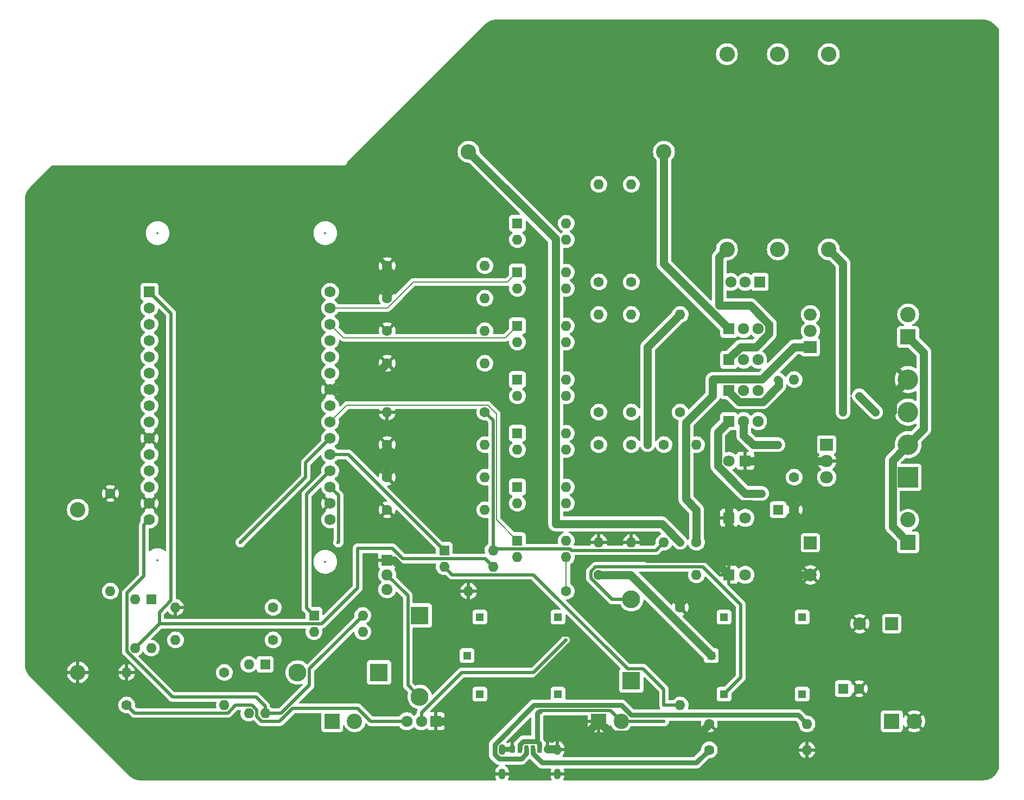
<source format=gtl>
%TF.GenerationSoftware,KiCad,Pcbnew,8.0.3*%
%TF.CreationDate,2024-06-26T23:10:23+05:30*%
%TF.ProjectId,new kicad,6e657720-6b69-4636-9164-2e6b69636164,rev?*%
%TF.SameCoordinates,Original*%
%TF.FileFunction,Copper,L1,Top*%
%TF.FilePolarity,Positive*%
%FSLAX46Y46*%
G04 Gerber Fmt 4.6, Leading zero omitted, Abs format (unit mm)*
G04 Created by KiCad (PCBNEW 8.0.3) date 2024-06-26 23:10:23*
%MOMM*%
%LPD*%
G01*
G04 APERTURE LIST*
G04 Aperture macros list*
%AMRoundRect*
0 Rectangle with rounded corners*
0 $1 Rounding radius*
0 $2 $3 $4 $5 $6 $7 $8 $9 X,Y pos of 4 corners*
0 Add a 4 corners polygon primitive as box body*
4,1,4,$2,$3,$4,$5,$6,$7,$8,$9,$2,$3,0*
0 Add four circle primitives for the rounded corners*
1,1,$1+$1,$2,$3*
1,1,$1+$1,$4,$5*
1,1,$1+$1,$6,$7*
1,1,$1+$1,$8,$9*
0 Add four rect primitives between the rounded corners*
20,1,$1+$1,$2,$3,$4,$5,0*
20,1,$1+$1,$4,$5,$6,$7,0*
20,1,$1+$1,$6,$7,$8,$9,0*
20,1,$1+$1,$8,$9,$2,$3,0*%
G04 Aperture macros list end*
%TA.AperFunction,ComponentPad*%
%ADD10C,1.600000*%
%TD*%
%TA.AperFunction,ComponentPad*%
%ADD11O,1.600000X1.600000*%
%TD*%
%TA.AperFunction,SMDPad,CuDef*%
%ADD12RoundRect,0.175000X-0.175000X-0.425000X0.175000X-0.425000X0.175000X0.425000X-0.175000X0.425000X0*%
%TD*%
%TA.AperFunction,SMDPad,CuDef*%
%ADD13RoundRect,0.190000X0.190000X0.410000X-0.190000X0.410000X-0.190000X-0.410000X0.190000X-0.410000X0*%
%TD*%
%TA.AperFunction,SMDPad,CuDef*%
%ADD14RoundRect,0.200000X0.200000X0.400000X-0.200000X0.400000X-0.200000X-0.400000X0.200000X-0.400000X0*%
%TD*%
%TA.AperFunction,SMDPad,CuDef*%
%ADD15RoundRect,0.175000X0.175000X0.425000X-0.175000X0.425000X-0.175000X-0.425000X0.175000X-0.425000X0*%
%TD*%
%TA.AperFunction,SMDPad,CuDef*%
%ADD16RoundRect,0.190000X-0.190000X-0.410000X0.190000X-0.410000X0.190000X0.410000X-0.190000X0.410000X0*%
%TD*%
%TA.AperFunction,SMDPad,CuDef*%
%ADD17RoundRect,0.200000X-0.200000X-0.400000X0.200000X-0.400000X0.200000X0.400000X-0.200000X0.400000X0*%
%TD*%
%TA.AperFunction,ComponentPad*%
%ADD18O,1.100000X1.700000*%
%TD*%
%TA.AperFunction,ComponentPad*%
%ADD19R,1.752600X1.752600*%
%TD*%
%TA.AperFunction,ComponentPad*%
%ADD20C,1.752600*%
%TD*%
%TA.AperFunction,ComponentPad*%
%ADD21R,2.400000X2.400000*%
%TD*%
%TA.AperFunction,ComponentPad*%
%ADD22C,2.400000*%
%TD*%
%TA.AperFunction,ComponentPad*%
%ADD23R,1.600000X1.600000*%
%TD*%
%TA.AperFunction,ComponentPad*%
%ADD24R,2.000000X1.905000*%
%TD*%
%TA.AperFunction,ComponentPad*%
%ADD25O,2.000000X1.905000*%
%TD*%
%TA.AperFunction,ComponentPad*%
%ADD26R,1.800000X1.800000*%
%TD*%
%TA.AperFunction,ComponentPad*%
%ADD27C,1.800000*%
%TD*%
%TA.AperFunction,ComponentPad*%
%ADD28O,2.400000X2.400000*%
%TD*%
%TA.AperFunction,ComponentPad*%
%ADD29R,1.710000X1.800000*%
%TD*%
%TA.AperFunction,ComponentPad*%
%ADD30O,1.710000X1.800000*%
%TD*%
%TA.AperFunction,ComponentPad*%
%ADD31R,3.200000X3.200000*%
%TD*%
%TA.AperFunction,ComponentPad*%
%ADD32C,3.200000*%
%TD*%
%TA.AperFunction,ComponentPad*%
%ADD33R,1.308000X1.308000*%
%TD*%
%TA.AperFunction,ComponentPad*%
%ADD34R,2.800000X2.800000*%
%TD*%
%TA.AperFunction,ComponentPad*%
%ADD35O,2.800000X2.800000*%
%TD*%
%TA.AperFunction,ComponentPad*%
%ADD36R,2.000000X2.000000*%
%TD*%
%TA.AperFunction,ComponentPad*%
%ADD37C,2.000000*%
%TD*%
%TA.AperFunction,ComponentPad*%
%ADD38R,1.800000X1.710000*%
%TD*%
%TA.AperFunction,ComponentPad*%
%ADD39O,1.800000X1.710000*%
%TD*%
%TA.AperFunction,ViaPad*%
%ADD40C,0.900000*%
%TD*%
%TA.AperFunction,ViaPad*%
%ADD41C,0.600000*%
%TD*%
%TA.AperFunction,Conductor*%
%ADD42C,0.800000*%
%TD*%
%TA.AperFunction,Conductor*%
%ADD43C,1.300000*%
%TD*%
%TA.AperFunction,Conductor*%
%ADD44C,0.500000*%
%TD*%
%TA.AperFunction,Conductor*%
%ADD45C,0.200000*%
%TD*%
%ADD46C,0.350000*%
%ADD47C,0.300000*%
%ADD48O,0.600000X1.200000*%
G04 APERTURE END LIST*
D10*
%TO.P,R33,1*%
%TO.N,Net-(J6-CC2)*%
X177260000Y-149250000D03*
D11*
%TO.P,R33,2*%
%TO.N,GND*%
X192500000Y-149250000D03*
%TD*%
D10*
%TO.P,R32,1*%
%TO.N,GND*%
X177260000Y-145200000D03*
D11*
%TO.P,R32,2*%
%TO.N,Net-(J6-CC1)*%
X192500000Y-145200000D03*
%TD*%
D12*
%TO.P,J6,A5,CC1*%
%TO.N,Net-(J6-CC1)*%
X148750000Y-149120000D03*
D13*
%TO.P,J6,A9,VBUS*%
%TO.N,VCC*%
X150770000Y-149120000D03*
D14*
%TO.P,J6,A12,GND*%
%TO.N,GND*%
X152000000Y-149120000D03*
D15*
%TO.P,J6,B5,CC2*%
%TO.N,Net-(J6-CC2)*%
X149750000Y-149120000D03*
D16*
%TO.P,J6,B9,VBUS*%
%TO.N,VCC*%
X147730000Y-149120000D03*
D17*
%TO.P,J6,B12,GND*%
%TO.N,GND*%
X146500000Y-149120000D03*
D18*
%TO.P,J6,S1,SHIELD*%
X144930000Y-149200000D03*
X144930000Y-153000000D03*
X153570000Y-149200000D03*
X153570000Y-153000000D03*
%TD*%
D10*
%TO.P,R16,1*%
%TO.N,Net-(R16-Pad1)*%
X109220000Y-132080000D03*
D11*
%TO.P,R16,2*%
%TO.N,Net-(Q2-B)*%
X93980000Y-132080000D03*
%TD*%
D19*
%TO.P,U1,1,A0*%
%TO.N,/A0*%
X89916000Y-77724000D03*
D20*
%TO.P,U1,2,RSV1*%
%TO.N,unconnected-(U1-RSV1-Pad2)*%
X89916000Y-80264000D03*
%TO.P,U1,3,RSV2*%
%TO.N,unconnected-(U1-RSV2-Pad3)*%
X89916000Y-82804000D03*
%TO.P,U1,4,SD3*%
%TO.N,unconnected-(U1-SD3-Pad4)*%
X89916000Y-85344000D03*
%TO.P,U1,5,SD2*%
%TO.N,unconnected-(U1-SD2-Pad5)*%
X89916000Y-87884000D03*
%TO.P,U1,6,SD1*%
%TO.N,unconnected-(U1-SD1-Pad6)*%
X89916000Y-90424000D03*
%TO.P,U1,7,CMD*%
%TO.N,unconnected-(U1-CMD-Pad7)*%
X89916000Y-92964000D03*
%TO.P,U1,8,SD0*%
%TO.N,unconnected-(U1-SD0-Pad8)*%
X89916000Y-95504000D03*
%TO.P,U1,9,CLK*%
%TO.N,unconnected-(U1-CLK-Pad9)*%
X89916000Y-98044000D03*
%TO.P,U1,10,GND*%
%TO.N,GND*%
X89916000Y-100584000D03*
%TO.P,U1,11,3V3*%
%TO.N,unconnected-(U1-3V3-Pad11)_1*%
X89916000Y-103124000D03*
%TO.P,U1,12,EN*%
%TO.N,unconnected-(U1-EN-Pad12)*%
X89916000Y-105664000D03*
%TO.P,U1,13,RST*%
%TO.N,unconnected-(U1-RST-Pad13)*%
X89916000Y-108204000D03*
%TO.P,U1,14,GND*%
%TO.N,GND*%
X89916000Y-110744000D03*
%TO.P,U1,15,VIN*%
%TO.N,VCC*%
X89916000Y-113284000D03*
%TO.P,U1,16,3V3*%
%TO.N,unconnected-(U1-3V3-Pad11)_0*%
X118110000Y-113284000D03*
%TO.P,U1,17,GND*%
%TO.N,GND*%
X118110000Y-110744000D03*
%TO.P,U1,18,TX*%
%TO.N,/PSHARE_ON_OFF*%
X118110000Y-108204000D03*
%TO.P,U1,19,RX*%
%TO.N,/POWER_ON_OFF*%
X118110000Y-105664000D03*
%TO.P,U1,20,D8*%
%TO.N,/D8*%
X118110000Y-103124000D03*
%TO.P,U1,21,D7*%
%TO.N,/D7*%
X118110000Y-100584000D03*
%TO.P,U1,22,D6*%
%TO.N,/D6*%
X118110000Y-98044000D03*
%TO.P,U1,23,D5*%
%TO.N,/D5*%
X118110000Y-95504000D03*
%TO.P,U1,24,GND*%
%TO.N,GND*%
X118110000Y-92964000D03*
%TO.P,U1,25,3V3*%
%TO.N,unconnected-(U1-3V3-Pad11)*%
X118110000Y-90424000D03*
%TO.P,U1,26,D4*%
%TO.N,/D4*%
X118110000Y-87884000D03*
%TO.P,U1,27,D3*%
%TO.N,/D3*%
X118110000Y-85344000D03*
%TO.P,U1,28,D2*%
%TO.N,/D2*%
X118110000Y-82804000D03*
%TO.P,U1,29,D1*%
%TO.N,/D1*%
X118110000Y-80264000D03*
%TO.P,U1,30,D0*%
%TO.N,/D0*%
X118110000Y-77724000D03*
%TD*%
D10*
%TO.P,R12,1*%
%TO.N,Net-(R12-Pad1)*%
X109220000Y-127000000D03*
D11*
%TO.P,R12,2*%
%TO.N,GND*%
X93980000Y-127000000D03*
%TD*%
D10*
%TO.P,R13,1*%
%TO.N,Net-(R13-Pad1)*%
X160020000Y-101600000D03*
D11*
%TO.P,R13,2*%
%TO.N,GND*%
X160020000Y-116840000D03*
%TD*%
D21*
%TO.P,J4,1,Pin_1*%
%TO.N,Net-(D5-K)*%
X118420000Y-144780000D03*
D22*
%TO.P,J4,2,Pin_2*%
%TO.N,/C_SENSE*%
X121920000Y-144780000D03*
%TD*%
D10*
%TO.P,R22,1*%
%TO.N,GND*%
X127000000Y-88900000D03*
D11*
%TO.P,R22,2*%
%TO.N,Net-(R22-Pad2)*%
X142240000Y-88900000D03*
%TD*%
D23*
%TO.P,U12,1*%
%TO.N,/POWER_ON_OFF*%
X115580000Y-128265000D03*
D11*
%TO.P,U12,2*%
%TO.N,Net-(R12-Pad1)*%
X115580000Y-130805000D03*
%TO.P,U12,3*%
%TO.N,Net-(R16-Pad1)*%
X123200000Y-130805000D03*
%TO.P,U12,4*%
%TO.N,VCC*%
X123200000Y-128265000D03*
%TD*%
D23*
%TO.P,U9,1*%
%TO.N,/D4*%
X147320000Y-99823000D03*
D11*
%TO.P,U9,2*%
%TO.N,Net-(R5-Pad2)*%
X147320000Y-102363000D03*
%TO.P,U9,3*%
%TO.N,Net-(R13-Pad1)*%
X154940000Y-102363000D03*
%TO.P,U9,4*%
%TO.N,/V_CONTROL*%
X154940000Y-99823000D03*
%TD*%
D10*
%TO.P,R4,1*%
%TO.N,GND*%
X172720000Y-127000000D03*
D11*
%TO.P,R4,2*%
%TO.N,Net-(R4-Pad2)*%
X172720000Y-142240000D03*
%TD*%
D24*
%TO.P,U8,1,ADJ*%
%TO.N,/V_CONTROL*%
X193040000Y-86360000D03*
D25*
%TO.P,U8,2,VO*%
%TO.N,/V_OUT*%
X193040000Y-83820000D03*
%TO.P,U8,3,VI*%
%TO.N,/POW_REG_CON*%
X193040000Y-81280000D03*
%TD*%
D26*
%TO.P,D6,1,K*%
%TO.N,GND*%
X180340000Y-113030000D03*
D27*
%TO.P,D6,2,A*%
%TO.N,Net-(D6-A)*%
X182880000Y-113030000D03*
%TD*%
D22*
%TO.P,R23,1*%
%TO.N,/E1_TO_R*%
X170180000Y-55880000D03*
D28*
%TO.P,R23,2*%
%TO.N,/LOAD+*%
X139700000Y-55880000D03*
%TD*%
D29*
%TO.P,Q7,1,E*%
%TO.N,/E4_TO_R*%
X180340000Y-97940000D03*
D30*
%TO.P,Q7,2,C*%
%TO.N,/POW_IN_CON*%
X182620000Y-97940000D03*
%TO.P,Q7,3,B*%
%TO.N,Net-(Q3-E)*%
X184900000Y-97940000D03*
%TD*%
D10*
%TO.P,R5,1*%
%TO.N,GND*%
X127000000Y-101600000D03*
D11*
%TO.P,R5,2*%
%TO.N,Net-(R5-Pad2)*%
X142240000Y-101600000D03*
%TD*%
D31*
%TO.P,D3,1,+*%
%TO.N,/POW_IN_CON*%
X208280000Y-106680000D03*
D32*
%TO.P,D3,2*%
%TO.N,Net-(J2-Pin_1)*%
X208280000Y-101600000D03*
%TO.P,D3,3*%
%TO.N,VAC*%
X208280000Y-96520000D03*
%TO.P,D3,4,-*%
%TO.N,GND*%
X208280000Y-91440000D03*
%TD*%
D10*
%TO.P,R17,1*%
%TO.N,/V_OUT*%
X170180000Y-101600000D03*
D11*
%TO.P,R17,2*%
%TO.N,/V_SENSE*%
X170180000Y-116840000D03*
%TD*%
D10*
%TO.P,R14,1*%
%TO.N,Net-(R14-Pad1)*%
X165100000Y-101600000D03*
D11*
%TO.P,R14,2*%
%TO.N,GND*%
X165100000Y-116840000D03*
%TD*%
D24*
%TO.P,U5,1,VI*%
%TO.N,/POW_IN_CON*%
X195580000Y-101600000D03*
D25*
%TO.P,U5,2,GND*%
%TO.N,GND*%
X195580000Y-104140000D03*
%TO.P,U5,3,VO*%
%TO.N,/POW_REG_CON*%
X195580000Y-106680000D03*
%TD*%
D10*
%TO.P,R27,1*%
%TO.N,/V_OUT*%
X160020000Y-76200000D03*
D11*
%TO.P,R27,2*%
%TO.N,/150_R*%
X160020000Y-60960000D03*
%TD*%
D22*
%TO.P,R3,1*%
%TO.N,/C_SENSE*%
X78740000Y-111760000D03*
D28*
%TO.P,R3,2*%
%TO.N,GND*%
X78740000Y-137160000D03*
%TD*%
D10*
%TO.P,R6,1*%
%TO.N,GND*%
X127000000Y-106680000D03*
D11*
%TO.P,R6,2*%
%TO.N,Net-(R6-Pad2)*%
X142240000Y-106680000D03*
%TD*%
D10*
%TO.P,R18,1*%
%TO.N,/V_SENSE*%
X142240000Y-96520000D03*
D11*
%TO.P,R18,2*%
%TO.N,GND*%
X127000000Y-96520000D03*
%TD*%
D10*
%TO.P,R20,1*%
%TO.N,GND*%
X127000000Y-78740000D03*
D11*
%TO.P,R20,2*%
%TO.N,Net-(R20-Pad2)*%
X142240000Y-78740000D03*
%TD*%
D29*
%TO.P,Q5,1,E*%
%TO.N,/E2_TO_R*%
X180340000Y-88340000D03*
D30*
%TO.P,Q5,2,C*%
%TO.N,/POW_IN_CON*%
X182620000Y-88340000D03*
%TO.P,Q5,3,B*%
%TO.N,Net-(Q3-E)*%
X184900000Y-88340000D03*
%TD*%
D10*
%TO.P,R9,1*%
%TO.N,/V_OUT*%
X172720000Y-96520000D03*
D11*
%TO.P,R9,2*%
%TO.N,Net-(D6-A)*%
X172720000Y-81280000D03*
%TD*%
D10*
%TO.P,R25,1*%
%TO.N,/LOAD+*%
X160020000Y-121920000D03*
D11*
%TO.P,R25,2*%
%TO.N,Net-(D7-A)*%
X175260000Y-121920000D03*
%TD*%
D22*
%TO.P,R26,1*%
%TO.N,/E3_TO_R*%
X187960000Y-71120000D03*
D28*
%TO.P,R26,2*%
%TO.N,/LOAD+*%
X187960000Y-40640000D03*
%TD*%
D23*
%TO.P,U14,1*%
%TO.N,/D1*%
X147320000Y-74674000D03*
D11*
%TO.P,U14,2*%
%TO.N,Net-(R20-Pad2)*%
X147320000Y-77214000D03*
%TO.P,U14,3*%
%TO.N,/CURRENT_CONTROL*%
X154940000Y-77214000D03*
%TO.P,U14,4*%
%TO.N,/1k_R*%
X154940000Y-74674000D03*
%TD*%
D10*
%TO.P,R11,1*%
%TO.N,/V_CONTROL*%
X175260000Y-116840000D03*
D11*
%TO.P,R11,2*%
%TO.N,/V_OUT*%
X175260000Y-101600000D03*
%TD*%
D10*
%TO.P,R30,1*%
%TO.N,/V_OUT*%
X165100000Y-96520000D03*
D11*
%TO.P,R30,2*%
%TO.N,/5k_R*%
X165100000Y-81280000D03*
%TD*%
D10*
%TO.P,R21,1*%
%TO.N,GND*%
X127000000Y-83820000D03*
D11*
%TO.P,R21,2*%
%TO.N,Net-(R21-Pad2)*%
X142240000Y-83820000D03*
%TD*%
D23*
%TO.P,U15,1*%
%TO.N,/D2*%
X147320000Y-83057000D03*
D11*
%TO.P,U15,2*%
%TO.N,Net-(R21-Pad2)*%
X147320000Y-85597000D03*
%TO.P,U15,3*%
%TO.N,/CURRENT_CONTROL*%
X154940000Y-85597000D03*
%TO.P,U15,4*%
%TO.N,/3k_R*%
X154940000Y-83057000D03*
%TD*%
D23*
%TO.P,U11,1*%
%TO.N,/D6*%
X147320000Y-116589000D03*
D11*
%TO.P,U11,2*%
%TO.N,Net-(R7-Pad2)*%
X147320000Y-119129000D03*
%TO.P,U11,3*%
%TO.N,Net-(R15-Pad1)*%
X154940000Y-119129000D03*
%TO.P,U11,4*%
%TO.N,/V_CONTROL*%
X154940000Y-116589000D03*
%TD*%
D23*
%TO.P,U13,1*%
%TO.N,/D0*%
X147320000Y-67054000D03*
D11*
%TO.P,U13,2*%
%TO.N,Net-(R19-Pad2)*%
X147320000Y-69594000D03*
%TO.P,U13,3*%
%TO.N,/CURRENT_CONTROL*%
X154940000Y-69594000D03*
%TO.P,U13,4*%
%TO.N,/150_R*%
X154940000Y-67054000D03*
%TD*%
D10*
%TO.P,R1,1*%
%TO.N,/POW_IN_CON*%
X190500000Y-106680000D03*
D11*
%TO.P,R1,2*%
%TO.N,Net-(D4-A)*%
X190500000Y-91440000D03*
%TD*%
D10*
%TO.P,R2,1*%
%TO.N,GND*%
X83820000Y-109220000D03*
D11*
%TO.P,R2,2*%
%TO.N,Net-(R2-Pad2)*%
X83820000Y-124460000D03*
%TD*%
D23*
%TO.P,C3,1*%
%TO.N,/V_OUT*%
X188000000Y-111760000D03*
D10*
%TO.P,C3,2*%
%TO.N,GND*%
X190500000Y-111760000D03*
%TD*%
%TO.P,R7,1*%
%TO.N,GND*%
X127000000Y-111760000D03*
D11*
%TO.P,R7,2*%
%TO.N,Net-(R7-Pad2)*%
X142240000Y-111760000D03*
%TD*%
D21*
%TO.P,J1,1,Pin_1*%
%TO.N,GND*%
X160020000Y-144780000D03*
D22*
%TO.P,J1,2,Pin_2*%
%TO.N,VCC*%
X163520000Y-144780000D03*
%TD*%
D29*
%TO.P,Q6,1,E*%
%TO.N,/E3_TO_R*%
X180340000Y-93140000D03*
D30*
%TO.P,Q6,2,C*%
%TO.N,/POW_IN_CON*%
X182620000Y-93140000D03*
%TO.P,Q6,3,B*%
%TO.N,Net-(Q3-E)*%
X184900000Y-93140000D03*
%TD*%
D23*
%TO.P,U16,1*%
%TO.N,/D3*%
X147320000Y-91440000D03*
D11*
%TO.P,U16,2*%
%TO.N,Net-(R22-Pad2)*%
X147320000Y-93980000D03*
%TO.P,U16,3*%
%TO.N,/CURRENT_CONTROL*%
X154940000Y-93980000D03*
%TO.P,U16,4*%
%TO.N,/5k_R*%
X154940000Y-91440000D03*
%TD*%
D10*
%TO.P,R15,1*%
%TO.N,Net-(R15-Pad1)*%
X154940000Y-124460000D03*
D11*
%TO.P,R15,2*%
%TO.N,GND*%
X139700000Y-124460000D03*
%TD*%
D33*
%TO.P,U2,P$1*%
%TO.N,VCC*%
X141463250Y-128526750D03*
%TO.P,U2,P$2*%
%TO.N,/LOAD+*%
X139463250Y-134526750D03*
%TO.P,U2,P$3*%
%TO.N,/RELAY_IN*%
X141463250Y-140526750D03*
%TO.P,U2,P$4*%
%TO.N,Net-(D5-K)*%
X153663250Y-140526750D03*
%TO.P,U2,P$5*%
%TO.N,unconnected-(U2-PadP$5)*%
X153663250Y-128526750D03*
%TD*%
D26*
%TO.P,D4,1,K*%
%TO.N,GND*%
X182880000Y-104140000D03*
D27*
%TO.P,D4,2,A*%
%TO.N,Net-(D4-A)*%
X180340000Y-104140000D03*
%TD*%
D33*
%TO.P,U3,P$1*%
%TO.N,VCC*%
X179563250Y-128526750D03*
%TO.P,U3,P$2*%
%TO.N,/LOAD+*%
X177563250Y-134526750D03*
%TO.P,U3,P$3*%
%TO.N,/RELAY1_IN*%
X179563250Y-140526750D03*
%TO.P,U3,P$4*%
%TO.N,Net-(J5-Pin_1)*%
X191763250Y-140526750D03*
%TO.P,U3,P$5*%
%TO.N,unconnected-(U3-PadP$5)*%
X191763250Y-128526750D03*
%TD*%
D26*
%TO.P,D7,1,K*%
%TO.N,GND*%
X180340000Y-121920000D03*
D27*
%TO.P,D7,2,A*%
%TO.N,Net-(D7-A)*%
X182880000Y-121920000D03*
%TD*%
D29*
%TO.P,Q4,1,E*%
%TO.N,/E1_TO_R*%
X180340000Y-83540000D03*
D30*
%TO.P,Q4,2,C*%
%TO.N,/POW_IN_CON*%
X182620000Y-83540000D03*
%TO.P,Q4,3,B*%
%TO.N,Net-(Q3-E)*%
X184900000Y-83540000D03*
%TD*%
D23*
%TO.P,U7,1*%
%TO.N,/PSHARE_ON_OFF*%
X107955000Y-135900000D03*
D11*
%TO.P,U7,2*%
%TO.N,Net-(R8-Pad1)*%
X105415000Y-135900000D03*
%TO.P,U7,3*%
%TO.N,Net-(R10-Pad2)*%
X105415000Y-143520000D03*
%TO.P,U7,4*%
%TO.N,VCC*%
X107955000Y-143520000D03*
%TD*%
D10*
%TO.P,R28,1*%
%TO.N,/V_OUT*%
X165100000Y-76200000D03*
D11*
%TO.P,R28,2*%
%TO.N,/1k_R*%
X165100000Y-60960000D03*
%TD*%
D34*
%TO.P,D1,1,K*%
%TO.N,VCC*%
X132080000Y-128270000D03*
D35*
%TO.P,D1,2,A*%
%TO.N,/RELAY_IN*%
X132080000Y-140970000D03*
%TD*%
D29*
%TO.P,Q3,1,E*%
%TO.N,Net-(Q3-E)*%
X185160000Y-76200000D03*
D30*
%TO.P,Q3,2,C*%
%TO.N,/V_OUT*%
X182880000Y-76200000D03*
%TO.P,Q3,3,B*%
%TO.N,/CURRENT_CONTROL*%
X180600000Y-76200000D03*
%TD*%
D36*
%TO.P,C2,1*%
%TO.N,/POW_REG_CON*%
X193040000Y-116920000D03*
D37*
%TO.P,C2,2*%
%TO.N,GND*%
X193040000Y-121920000D03*
%TD*%
D36*
%TO.P,C1,1*%
%TO.N,/POW_IN_CON*%
X205740000Y-129540000D03*
D37*
%TO.P,C1,2*%
%TO.N,GND*%
X200740000Y-129540000D03*
%TD*%
D22*
%TO.P,R31,1*%
%TO.N,/E4_TO_R*%
X195910000Y-71120000D03*
D28*
%TO.P,R31,2*%
%TO.N,/LOAD+*%
X195910000Y-40640000D03*
%TD*%
D21*
%TO.P,J3,1,Pin_1*%
%TO.N,Net-(J2-Pin_1)*%
X208280000Y-84780000D03*
D22*
%TO.P,J3,2,Pin_2*%
%TO.N,VAC*%
X208280000Y-81280000D03*
%TD*%
D29*
%TO.P,Q1,1,E*%
%TO.N,GND*%
X134620000Y-144780000D03*
D30*
%TO.P,Q1,2,C*%
%TO.N,/RELAY1_IN*%
X132340000Y-144780000D03*
%TO.P,Q1,3,B*%
%TO.N,Net-(Q1-B)*%
X130060000Y-144780000D03*
%TD*%
D38*
%TO.P,Q2,1,E*%
%TO.N,GND*%
X127000000Y-119640000D03*
D39*
%TO.P,Q2,2,C*%
%TO.N,/RELAY_IN*%
X127000000Y-121920000D03*
%TO.P,Q2,3,B*%
%TO.N,Net-(Q2-B)*%
X127000000Y-124200000D03*
%TD*%
D10*
%TO.P,R19,1*%
%TO.N,GND*%
X127000000Y-73660000D03*
D11*
%TO.P,R19,2*%
%TO.N,Net-(R19-Pad2)*%
X142240000Y-73660000D03*
%TD*%
D10*
%TO.P,R10,1*%
%TO.N,Net-(Q1-B)*%
X86360000Y-142240000D03*
D11*
%TO.P,R10,2*%
%TO.N,Net-(R10-Pad2)*%
X101600000Y-142240000D03*
%TD*%
D23*
%TO.P,U4,1*%
%TO.N,/D7*%
X90175000Y-125740000D03*
D11*
%TO.P,U4,2*%
%TO.N,Net-(R2-Pad2)*%
X87635000Y-125740000D03*
%TO.P,U4,3*%
%TO.N,/A0*%
X87635000Y-133360000D03*
%TO.P,U4,4*%
%TO.N,/C_SENSE*%
X90175000Y-133360000D03*
%TD*%
D23*
%TO.P,C4,1*%
%TO.N,/LOAD+*%
X198160000Y-139700000D03*
D10*
%TO.P,C4,2*%
%TO.N,GND*%
X200660000Y-139700000D03*
%TD*%
D23*
%TO.P,U6,1*%
%TO.N,/D8*%
X135900000Y-118105000D03*
D11*
%TO.P,U6,2*%
%TO.N,Net-(R4-Pad2)*%
X135900000Y-120645000D03*
%TO.P,U6,3*%
%TO.N,/A0*%
X143520000Y-120645000D03*
%TO.P,U6,4*%
%TO.N,/V_SENSE*%
X143520000Y-118105000D03*
%TD*%
D10*
%TO.P,R8,1*%
%TO.N,Net-(R8-Pad1)*%
X101600000Y-137160000D03*
D11*
%TO.P,R8,2*%
%TO.N,GND*%
X86360000Y-137160000D03*
%TD*%
D10*
%TO.P,R29,1*%
%TO.N,/V_OUT*%
X160020000Y-96520000D03*
D11*
%TO.P,R29,2*%
%TO.N,/3k_R*%
X160020000Y-81280000D03*
%TD*%
D22*
%TO.P,R24,1*%
%TO.N,/E2_TO_R*%
X180010000Y-71120000D03*
D28*
%TO.P,R24,2*%
%TO.N,/LOAD+*%
X180010000Y-40640000D03*
%TD*%
D34*
%TO.P,D5,1,K*%
%TO.N,Net-(D5-K)*%
X125730000Y-137160000D03*
D35*
%TO.P,D5,2,A*%
%TO.N,/C_SENSE*%
X113030000Y-137160000D03*
%TD*%
D21*
%TO.P,J5,1,Pin_1*%
%TO.N,Net-(J5-Pin_1)*%
X205740000Y-144780000D03*
D22*
%TO.P,J5,2,Pin_2*%
%TO.N,GND*%
X209240000Y-144780000D03*
%TD*%
D23*
%TO.P,U10,1*%
%TO.N,/D5*%
X147320000Y-108206000D03*
D11*
%TO.P,U10,2*%
%TO.N,Net-(R6-Pad2)*%
X147320000Y-110746000D03*
%TO.P,U10,3*%
%TO.N,Net-(R14-Pad1)*%
X154940000Y-110746000D03*
%TO.P,U10,4*%
%TO.N,/V_CONTROL*%
X154940000Y-108206000D03*
%TD*%
D21*
%TO.P,J2,1,Pin_1*%
%TO.N,Net-(J2-Pin_1)*%
X208280000Y-116840000D03*
D22*
%TO.P,J2,2,Pin_2*%
%TO.N,VAC*%
X208280000Y-113340000D03*
%TD*%
D34*
%TO.P,D2,1,K*%
%TO.N,VCC*%
X165100000Y-138430000D03*
D35*
%TO.P,D2,2,A*%
%TO.N,/RELAY1_IN*%
X165100000Y-125730000D03*
%TD*%
D40*
%TO.N,GND*%
X212750000Y-63750000D03*
X208500000Y-61250000D03*
X208500000Y-63750000D03*
X212750000Y-56750000D03*
X208500000Y-59000000D03*
X212750000Y-59062500D03*
X212750000Y-61375000D03*
X212750000Y-66000000D03*
X208500000Y-56750000D03*
X208500000Y-65937500D03*
D41*
X112250000Y-68250000D03*
X110000000Y-68250000D03*
X107750000Y-68250000D03*
X105250000Y-68250000D03*
X103062500Y-68250000D03*
X112250000Y-72500000D03*
X109937500Y-72500000D03*
X107625000Y-72500000D03*
X105250000Y-72500000D03*
X103000000Y-72500000D03*
X200660000Y-101600000D03*
X172720000Y-124460000D03*
X185420000Y-106680000D03*
X167640000Y-119380000D03*
%TO.N,/POW_IN_CON*%
X187960000Y-101600000D03*
%TO.N,/POW_REG_CON*%
X203200000Y-96520000D03*
X200660000Y-93980000D03*
%TO.N,VCC*%
X170180000Y-144780000D03*
%TO.N,/LOAD+*%
X172720000Y-116840000D03*
%TO.N,/RELAY1_IN*%
X154940000Y-132080000D03*
%TO.N,/E3_TO_R*%
X187960000Y-91440000D03*
%TO.N,/E4_TO_R*%
X185420000Y-109220000D03*
X198120000Y-96520000D03*
%TO.N,Net-(D6-A)*%
X167640000Y-101600000D03*
%TO.N,/D7*%
X104140000Y-116840000D03*
%TO.N,/PSHARE_ON_OFF*%
X119380000Y-116840000D03*
%TD*%
D42*
%TO.N,GND*%
X114170000Y-66330000D02*
X119670000Y-66330000D01*
X119670000Y-66330000D02*
X127000000Y-73660000D01*
X112250000Y-68250000D02*
X114170000Y-66330000D01*
X206080000Y-89240000D02*
X208280000Y-91440000D01*
X206080000Y-72670000D02*
X206080000Y-89240000D01*
X212750000Y-66000000D02*
X206080000Y-72670000D01*
%TO.N,VCC*%
X150651267Y-143279999D02*
X150801266Y-143279999D01*
X150420000Y-143511266D02*
X150651267Y-143279999D01*
X150420000Y-147920000D02*
X150420000Y-143511266D01*
%TO.N,Net-(J6-CC1)*%
X191100000Y-143800000D02*
X192500000Y-145200000D01*
X165085585Y-143800000D02*
X191100000Y-143800000D01*
X163565584Y-142279999D02*
X165085585Y-143800000D01*
X149923655Y-142279999D02*
X163565584Y-142279999D01*
X143780000Y-148423654D02*
X149923655Y-142279999D01*
X143780000Y-149976346D02*
X143780000Y-148423654D01*
X144453654Y-150650000D02*
X143780000Y-149976346D01*
X147922494Y-150650000D02*
X144453654Y-150650000D01*
X148750000Y-149822494D02*
X147922494Y-150650000D01*
X148750000Y-149120000D02*
X148750000Y-149822494D01*
%TO.N,GND*%
X145010000Y-149120000D02*
X144930000Y-149200000D01*
X146500000Y-149120000D02*
X145010000Y-149120000D01*
%TO.N,Net-(J6-CC2)*%
X151177506Y-151250000D02*
X175260000Y-151250000D01*
X149750000Y-149822494D02*
X151177506Y-151250000D01*
X175260000Y-151250000D02*
X177260000Y-149250000D01*
X149750000Y-149120000D02*
X149750000Y-149822494D01*
%TO.N,VCC*%
X150750000Y-148250000D02*
X150750000Y-149120000D01*
X148249136Y-147920000D02*
X150420000Y-147920000D01*
X147730000Y-149120000D02*
X147730000Y-148439136D01*
X147730000Y-148439136D02*
X148249136Y-147920000D01*
X150420000Y-147920000D02*
X150750000Y-148250000D01*
D43*
%TO.N,GND*%
X153490000Y-149120000D02*
X153570000Y-149200000D01*
X152000000Y-149120000D02*
X153490000Y-149120000D01*
D44*
%TO.N,VCC*%
X161870000Y-143130000D02*
X150801266Y-143130000D01*
X163520000Y-144780000D02*
X161870000Y-143130000D01*
D43*
%TO.N,GND*%
X158050000Y-146750000D02*
X160020000Y-144780000D01*
X153570000Y-146750000D02*
X158050000Y-146750000D01*
X162070000Y-146830000D02*
X160020000Y-144780000D01*
X175630000Y-146830000D02*
X162070000Y-146830000D01*
X177260000Y-145200000D02*
X175630000Y-146830000D01*
X156090000Y-131603654D02*
X156090000Y-132556346D01*
X180340000Y-113030000D02*
X180340000Y-110830000D01*
X180340000Y-110830000D02*
X183770000Y-110830000D01*
X118110000Y-92964000D02*
X122936000Y-92964000D01*
X122936000Y-92964000D02*
X127000000Y-88900000D01*
X139389366Y-130930000D02*
X155416346Y-130930000D01*
X127000000Y-119640000D02*
X128099366Y-119640000D01*
X128099366Y-119640000D02*
X139389366Y-130930000D01*
X205830000Y-96430000D02*
X205830000Y-93890000D01*
X156090000Y-132556346D02*
X143866346Y-144780000D01*
X185420000Y-119380000D02*
X187960000Y-121920000D01*
X189091370Y-114300000D02*
X190500000Y-112891370D01*
X127000000Y-73660000D02*
X127000000Y-78740000D01*
X183770000Y-110830000D02*
X187240000Y-114300000D01*
X143866346Y-144780000D02*
X134620000Y-144780000D01*
X127000000Y-101600000D02*
X127000000Y-106680000D01*
X185420000Y-106680000D02*
X186551370Y-106680000D01*
X155416346Y-130930000D02*
X156090000Y-131603654D01*
X180340000Y-121920000D02*
X177800000Y-119380000D01*
X200660000Y-101600000D02*
X205830000Y-96430000D01*
X187240000Y-114300000D02*
X189091370Y-114300000D01*
X177800000Y-119380000D02*
X172720000Y-119380000D01*
X172720000Y-124460000D02*
X172720000Y-127000000D01*
X190500000Y-110628630D02*
X190500000Y-111760000D01*
X172720000Y-119380000D02*
X167640000Y-119380000D01*
X182880000Y-104140000D02*
X195580000Y-104140000D01*
X187960000Y-121920000D02*
X193040000Y-121920000D01*
X180340000Y-114300000D02*
X185420000Y-119380000D01*
X190500000Y-112891370D02*
X190500000Y-111760000D01*
X205830000Y-93890000D02*
X208280000Y-91440000D01*
X186551370Y-106680000D02*
X190500000Y-110628630D01*
X180340000Y-113030000D02*
X180340000Y-114300000D01*
%TO.N,/POW_IN_CON*%
X187960000Y-101600000D02*
X184080000Y-101600000D01*
X182620000Y-100140000D02*
X182620000Y-97940000D01*
X184080000Y-101600000D02*
X182620000Y-100140000D01*
%TO.N,/POW_REG_CON*%
X200660000Y-93980000D02*
X203200000Y-96520000D01*
D44*
%TO.N,/RELAY_IN*%
X127000000Y-121920000D02*
X130230000Y-125150000D01*
X130230000Y-125150000D02*
X130230000Y-139120000D01*
X130230000Y-139120000D02*
X132080000Y-140970000D01*
%TO.N,VCC*%
X114880000Y-136585000D02*
X114880000Y-139120000D01*
X170180000Y-144780000D02*
X163520000Y-144780000D01*
X89039700Y-122089983D02*
X86385000Y-124744683D01*
X107955000Y-142388630D02*
X107955000Y-143520000D01*
X106536370Y-140970000D02*
X107955000Y-142388630D01*
X89916000Y-113284000D02*
X89039700Y-114160300D01*
X110480000Y-143520000D02*
X107955000Y-143520000D01*
X89039700Y-114160300D02*
X89039700Y-122089983D01*
X123200000Y-128265000D02*
X114880000Y-136585000D01*
X114880000Y-139120000D02*
X110480000Y-143520000D01*
X86385000Y-124744683D02*
X86385000Y-133877767D01*
X93477233Y-140970000D02*
X106536370Y-140970000D01*
X86385000Y-133877767D02*
X93477233Y-140970000D01*
D43*
%TO.N,/LOAD+*%
X177563250Y-134526750D02*
X164956500Y-121920000D01*
X139700000Y-55880000D02*
X153290000Y-69470000D01*
X153290000Y-69470000D02*
X153290000Y-113972453D01*
X153290000Y-113972453D02*
X169852453Y-113972453D01*
X164956500Y-121920000D02*
X160020000Y-121920000D01*
X169852453Y-113972453D02*
X172720000Y-116840000D01*
D44*
%TO.N,/RELAY1_IN*%
X132340000Y-144780000D02*
X132340000Y-143470000D01*
X132340000Y-143470000D02*
X138650000Y-137160000D01*
X182167250Y-126567115D02*
X176270135Y-120670000D01*
X138650000Y-137160000D02*
X149860000Y-137160000D01*
X159502233Y-120670000D02*
X158770000Y-121402233D01*
X162062233Y-125730000D02*
X165100000Y-125730000D01*
X179563250Y-140526750D02*
X182167250Y-137922750D01*
X149860000Y-137160000D02*
X154940000Y-132080000D01*
X182167250Y-137922750D02*
X182167250Y-126567115D01*
X158770000Y-121402233D02*
X158770000Y-122437767D01*
X158770000Y-122437767D02*
X162062233Y-125730000D01*
X176270135Y-120670000D02*
X159502233Y-120670000D01*
D43*
%TO.N,Net-(J2-Pin_1)*%
X210730000Y-99150000D02*
X208280000Y-101600000D01*
X205830000Y-114390000D02*
X208280000Y-116840000D01*
X210730000Y-87230000D02*
X210730000Y-99150000D01*
X208280000Y-84780000D02*
X210730000Y-87230000D01*
X205830000Y-104050000D02*
X205830000Y-114390000D01*
X208280000Y-101600000D02*
X205830000Y-104050000D01*
%TO.N,/E1_TO_R*%
X170180000Y-55880000D02*
X170180000Y-73380000D01*
X170180000Y-73380000D02*
X180340000Y-83540000D01*
%TO.N,/E2_TO_R*%
X178810000Y-79888680D02*
X183704914Y-79888680D01*
X186605000Y-84291234D02*
X184536234Y-86360000D01*
X184536234Y-86360000D02*
X182143766Y-86360000D01*
X186605000Y-82788766D02*
X186605000Y-84291234D01*
X180010000Y-71120000D02*
X178810000Y-72320000D01*
X182143766Y-86360000D02*
X180340000Y-88163766D01*
X183704914Y-79888680D02*
X186605000Y-82788766D01*
X180340000Y-88163766D02*
X180340000Y-88340000D01*
X178810000Y-72320000D02*
X178810000Y-79888680D01*
%TO.N,/E3_TO_R*%
X188105000Y-92391234D02*
X185606234Y-94890000D01*
X187960000Y-71120000D02*
X188105000Y-71265000D01*
X188105000Y-91585000D02*
X187960000Y-91440000D01*
X180340000Y-93316234D02*
X180340000Y-93140000D01*
X181913766Y-94890000D02*
X180340000Y-93316234D01*
X188105000Y-92391234D02*
X188105000Y-91585000D01*
X185606234Y-94890000D02*
X181913766Y-94890000D01*
%TO.N,/E4_TO_R*%
X195910000Y-71120000D02*
X198120000Y-73330000D01*
X178590000Y-104930000D02*
X182880000Y-109220000D01*
X198120000Y-73330000D02*
X198120000Y-96520000D01*
X182880000Y-109220000D02*
X185420000Y-109220000D01*
X180340000Y-97940000D02*
X178590000Y-99690000D01*
X178590000Y-99690000D02*
X178590000Y-104930000D01*
%TO.N,Net-(D6-A)*%
X167640000Y-86360000D02*
X172720000Y-81280000D01*
X167640000Y-101600000D02*
X167640000Y-86360000D01*
D44*
%TO.N,Net-(R4-Pad2)*%
X170180000Y-139810000D02*
X166950000Y-136580000D01*
X135900000Y-120645000D02*
X137150000Y-121895000D01*
X164520000Y-136580000D02*
X149835000Y-121895000D01*
X170180000Y-142240000D02*
X170180000Y-139810000D01*
X166950000Y-136580000D02*
X164520000Y-136580000D01*
X170180000Y-142240000D02*
X172720000Y-142240000D01*
X137150000Y-121895000D02*
X149835000Y-121895000D01*
D43*
%TO.N,/V_CONTROL*%
X177800000Y-93980000D02*
X177800000Y-91440000D01*
X173610000Y-110110000D02*
X173610000Y-98170000D01*
X173610000Y-98170000D02*
X177800000Y-93980000D01*
X177800000Y-91440000D02*
X177850000Y-91390000D01*
X175260000Y-111760000D02*
X173610000Y-110110000D01*
X185470000Y-91390000D02*
X190500000Y-86360000D01*
X190500000Y-86360000D02*
X193040000Y-86360000D01*
X175260000Y-116840000D02*
X175260000Y-111760000D01*
X177850000Y-91390000D02*
X185470000Y-91390000D01*
D44*
%TO.N,Net-(Q1-B)*%
X110219950Y-144770000D02*
X107437233Y-144770000D01*
X103367767Y-142240000D02*
X102117767Y-143490000D01*
X107437233Y-144770000D02*
X106680000Y-144012767D01*
X122414975Y-142734975D02*
X112254975Y-142734975D01*
X124460000Y-144780000D02*
X122414975Y-142734975D01*
X87610000Y-143490000D02*
X86360000Y-142240000D01*
X112254975Y-142734975D02*
X110219950Y-144770000D01*
X102117767Y-143490000D02*
X87610000Y-143490000D01*
X130060000Y-144780000D02*
X124460000Y-144780000D01*
X106680000Y-143017233D02*
X105902767Y-142240000D01*
X105902767Y-142240000D02*
X103367767Y-142240000D01*
X106680000Y-144012767D02*
X106680000Y-143017233D01*
%TO.N,/V_SENSE*%
X143786000Y-117839000D02*
X143520000Y-118105000D01*
X155708767Y-118090000D02*
X155457767Y-117839000D01*
X142240000Y-96520000D02*
X143520000Y-97800000D01*
X143520000Y-97800000D02*
X143520000Y-118105000D01*
X168930000Y-118090000D02*
X155708767Y-118090000D01*
X155457767Y-117839000D02*
X143786000Y-117839000D01*
X170180000Y-116840000D02*
X168930000Y-118090000D01*
D45*
%TO.N,/D6*%
X142695635Y-95420000D02*
X120734000Y-95420000D01*
X144070000Y-96794365D02*
X142695635Y-95420000D01*
X147320000Y-116589000D02*
X144070000Y-113339000D01*
X144070000Y-113339000D02*
X144070000Y-96794365D01*
X120734000Y-95420000D02*
X118110000Y-98044000D01*
D44*
%TO.N,/D7*%
X114300000Y-106680000D02*
X114300000Y-104394000D01*
X104140000Y-116840000D02*
X114300000Y-106680000D01*
X114300000Y-104394000D02*
X118110000Y-100584000D01*
%TO.N,/POWER_ON_OFF*%
X114427000Y-109347000D02*
X114427000Y-127112000D01*
X114427000Y-109347000D02*
X118110000Y-105664000D01*
X114427000Y-127112000D02*
X115580000Y-128265000D01*
%TO.N,/D8*%
X120919000Y-103124000D02*
X135900000Y-118105000D01*
X118110000Y-103124000D02*
X120919000Y-103124000D01*
%TO.N,/A0*%
X93286000Y-125926233D02*
X91447500Y-127764733D01*
X91455000Y-129540000D02*
X91447500Y-129547500D01*
X89916000Y-77724000D02*
X93286000Y-81094000D01*
X127803000Y-117788000D02*
X122417848Y-117788000D01*
X122417848Y-117788000D02*
X122417848Y-123927152D01*
X129395000Y-119380000D02*
X127803000Y-117788000D01*
X93286000Y-81094000D02*
X93286000Y-125926233D01*
X116805000Y-129540000D02*
X91455000Y-129540000D01*
X122417848Y-123927152D02*
X116805000Y-129540000D01*
X143520000Y-120645000D02*
X142255000Y-119380000D01*
X142255000Y-119380000D02*
X129395000Y-119380000D01*
X91447500Y-129547500D02*
X87635000Y-133360000D01*
X91447500Y-127764733D02*
X91447500Y-129547500D01*
D45*
%TO.N,/D1*%
X145794000Y-76200000D02*
X147320000Y-74674000D01*
X118110000Y-80264000D02*
X127031635Y-80264000D01*
X127031635Y-80264000D02*
X131095635Y-76200000D01*
X131095635Y-76200000D02*
X145794000Y-76200000D01*
%TO.N,/D2*%
X145457000Y-84920000D02*
X120226000Y-84920000D01*
X120226000Y-84920000D02*
X118110000Y-82804000D01*
X147320000Y-83057000D02*
X145457000Y-84920000D01*
D44*
%TO.N,/PSHARE_ON_OFF*%
X119436300Y-116783700D02*
X119436300Y-109530300D01*
X119436300Y-109530300D02*
X118110000Y-108204000D01*
X119380000Y-116840000D02*
X119436300Y-116783700D01*
D45*
%TO.N,Net-(R15-Pad1)*%
X154940000Y-124460000D02*
X154940000Y-119129000D01*
%TD*%
%TA.AperFunction,Conductor*%
%TO.N,GND*%
G36*
X181433181Y-99362709D02*
G01*
X181466666Y-99424032D01*
X181469500Y-99450391D01*
X181469500Y-100045038D01*
X181469499Y-100045053D01*
X181469499Y-100049454D01*
X181469499Y-100230546D01*
X181482853Y-100314858D01*
X181485493Y-100331523D01*
X181485493Y-100331524D01*
X181497829Y-100409410D01*
X181553787Y-100581636D01*
X181553788Y-100581639D01*
X181594806Y-100662139D01*
X181629629Y-100730483D01*
X181636006Y-100742997D01*
X181742440Y-100889493D01*
X181742444Y-100889497D01*
X181742447Y-100889501D01*
X181833490Y-100980544D01*
X181874829Y-101021883D01*
X181874840Y-101021893D01*
X183199321Y-102346374D01*
X183199335Y-102346389D01*
X183202445Y-102349499D01*
X183202447Y-102349501D01*
X183330499Y-102477553D01*
X183330502Y-102477555D01*
X183330506Y-102477559D01*
X183382978Y-102515682D01*
X183425644Y-102571012D01*
X183431623Y-102640625D01*
X183399018Y-102702420D01*
X183338179Y-102736777D01*
X183310093Y-102740000D01*
X183130000Y-102740000D01*
X183130000Y-103764722D01*
X183053694Y-103720667D01*
X182939244Y-103690000D01*
X182820756Y-103690000D01*
X182706306Y-103720667D01*
X182630000Y-103764722D01*
X182630000Y-102740000D01*
X181932155Y-102740000D01*
X181872627Y-102746401D01*
X181872620Y-102746403D01*
X181737913Y-102796645D01*
X181737906Y-102796649D01*
X181622812Y-102882809D01*
X181622809Y-102882812D01*
X181536649Y-102997906D01*
X181536646Y-102997911D01*
X181507924Y-103074920D01*
X181466052Y-103130853D01*
X181400588Y-103155270D01*
X181332315Y-103140418D01*
X181300514Y-103115571D01*
X181291784Y-103106087D01*
X181291779Y-103106083D01*
X181291777Y-103106081D01*
X181108634Y-102963535D01*
X181108628Y-102963531D01*
X180904504Y-102853064D01*
X180904495Y-102853061D01*
X180684984Y-102777702D01*
X180497404Y-102746401D01*
X180456049Y-102739500D01*
X180223951Y-102739500D01*
X180191246Y-102744957D01*
X179995013Y-102777702D01*
X179904762Y-102808686D01*
X179834964Y-102811836D01*
X179774543Y-102776749D01*
X179742682Y-102714567D01*
X179740500Y-102691405D01*
X179740500Y-100217913D01*
X179760185Y-100150874D01*
X179776815Y-100130236D01*
X180530233Y-99376817D01*
X180591556Y-99343333D01*
X180617914Y-99340499D01*
X181242871Y-99340499D01*
X181242872Y-99340499D01*
X181302483Y-99334091D01*
X181302485Y-99334090D01*
X181302487Y-99334090D01*
X181310031Y-99332308D01*
X181310342Y-99333624D01*
X181371858Y-99329225D01*
X181433181Y-99362709D01*
G37*
%TD.AperFunction*%
%TA.AperFunction,Conductor*%
G36*
X219941474Y-35250501D02*
G01*
X220003887Y-35250500D01*
X220010839Y-35250695D01*
X220280284Y-35265823D01*
X220294078Y-35267377D01*
X220556698Y-35311995D01*
X220570245Y-35315086D01*
X220826208Y-35388825D01*
X220839333Y-35393417D01*
X220894248Y-35416162D01*
X221085433Y-35495351D01*
X221097953Y-35501380D01*
X221331108Y-35630236D01*
X221342872Y-35637629D01*
X221342922Y-35637664D01*
X221560107Y-35791762D01*
X221570976Y-35800428D01*
X221771824Y-35979913D01*
X221776879Y-35984693D01*
X222463181Y-36670995D01*
X222496666Y-36732318D01*
X222499500Y-36758676D01*
X222499500Y-151496249D01*
X222499274Y-151503736D01*
X222481728Y-151793794D01*
X222479923Y-151808659D01*
X222428219Y-152090798D01*
X222424635Y-152105336D01*
X222339306Y-152379167D01*
X222333997Y-152393168D01*
X222216275Y-152654736D01*
X222209316Y-152667995D01*
X222060928Y-152913459D01*
X222052422Y-152925782D01*
X221875526Y-153151573D01*
X221865596Y-153162781D01*
X221662781Y-153365596D01*
X221651573Y-153375526D01*
X221425782Y-153552422D01*
X221413459Y-153560928D01*
X221167995Y-153709316D01*
X221154736Y-153716275D01*
X220893168Y-153833997D01*
X220879167Y-153839306D01*
X220605336Y-153924635D01*
X220590798Y-153928219D01*
X220308659Y-153979923D01*
X220293794Y-153981728D01*
X220003736Y-153999274D01*
X219996249Y-153999500D01*
X154597422Y-153999500D01*
X154530383Y-153979815D01*
X154484628Y-153927011D01*
X154474684Y-153857853D01*
X154494320Y-153806609D01*
X154500494Y-153797368D01*
X154500499Y-153797358D01*
X154579649Y-153606274D01*
X154579651Y-153606266D01*
X154619999Y-153403420D01*
X154620000Y-153403417D01*
X154620000Y-153250000D01*
X153870000Y-153250000D01*
X153870000Y-152750000D01*
X154620000Y-152750000D01*
X154620000Y-152596583D01*
X154619999Y-152596579D01*
X154579651Y-152393733D01*
X154579649Y-152393725D01*
X154549920Y-152321953D01*
X154542451Y-152252484D01*
X154573726Y-152190005D01*
X154633814Y-152154352D01*
X154664481Y-152150500D01*
X175348693Y-152150500D01*
X175348694Y-152150499D01*
X175522666Y-152115895D01*
X175604606Y-152081953D01*
X175686547Y-152048013D01*
X175808701Y-151966392D01*
X175834036Y-151949464D01*
X177193054Y-150590444D01*
X177254375Y-150556961D01*
X177269916Y-150554600D01*
X177486692Y-150535635D01*
X177706496Y-150476739D01*
X177912734Y-150380568D01*
X178099139Y-150250047D01*
X178260047Y-150089139D01*
X178390568Y-149902734D01*
X178486739Y-149696496D01*
X178545635Y-149476692D01*
X178565468Y-149250000D01*
X178564599Y-149240072D01*
X178559801Y-149185230D01*
X178545635Y-149023308D01*
X178539389Y-148999999D01*
X191221127Y-148999999D01*
X191221128Y-149000000D01*
X192184314Y-149000000D01*
X192179920Y-149004394D01*
X192127259Y-149095606D01*
X192100000Y-149197339D01*
X192100000Y-149302661D01*
X192127259Y-149404394D01*
X192179920Y-149495606D01*
X192184314Y-149500000D01*
X191221128Y-149500000D01*
X191273730Y-149696317D01*
X191273734Y-149696326D01*
X191369865Y-149902482D01*
X191500342Y-150088820D01*
X191661179Y-150249657D01*
X191847517Y-150380134D01*
X192053673Y-150476265D01*
X192053682Y-150476269D01*
X192249999Y-150528872D01*
X192250000Y-150528871D01*
X192250000Y-149565686D01*
X192254394Y-149570080D01*
X192345606Y-149622741D01*
X192447339Y-149650000D01*
X192552661Y-149650000D01*
X192654394Y-149622741D01*
X192745606Y-149570080D01*
X192750000Y-149565686D01*
X192750000Y-150528872D01*
X192946317Y-150476269D01*
X192946326Y-150476265D01*
X193152482Y-150380134D01*
X193338820Y-150249657D01*
X193499657Y-150088820D01*
X193630134Y-149902482D01*
X193726265Y-149696326D01*
X193726269Y-149696317D01*
X193778872Y-149500000D01*
X192815686Y-149500000D01*
X192820080Y-149495606D01*
X192872741Y-149404394D01*
X192900000Y-149302661D01*
X192900000Y-149197339D01*
X192872741Y-149095606D01*
X192820080Y-149004394D01*
X192815686Y-149000000D01*
X193778872Y-149000000D01*
X193778872Y-148999999D01*
X193726269Y-148803682D01*
X193726265Y-148803673D01*
X193630134Y-148597517D01*
X193499657Y-148411179D01*
X193338820Y-148250342D01*
X193152482Y-148119865D01*
X192946328Y-148023734D01*
X192750000Y-147971127D01*
X192750000Y-148934314D01*
X192745606Y-148929920D01*
X192654394Y-148877259D01*
X192552661Y-148850000D01*
X192447339Y-148850000D01*
X192345606Y-148877259D01*
X192254394Y-148929920D01*
X192250000Y-148934314D01*
X192250000Y-147971127D01*
X192053671Y-148023734D01*
X191847517Y-148119865D01*
X191661179Y-148250342D01*
X191500342Y-148411179D01*
X191369865Y-148597517D01*
X191273734Y-148803673D01*
X191273730Y-148803682D01*
X191221127Y-148999999D01*
X178539389Y-148999999D01*
X178486739Y-148803504D01*
X178390568Y-148597266D01*
X178260047Y-148410861D01*
X178260045Y-148410858D01*
X178099141Y-148249954D01*
X177912734Y-148119432D01*
X177912732Y-148119431D01*
X177706497Y-148023261D01*
X177706488Y-148023258D01*
X177486697Y-147964366D01*
X177486693Y-147964365D01*
X177486692Y-147964365D01*
X177486691Y-147964364D01*
X177486686Y-147964364D01*
X177260002Y-147944532D01*
X177259998Y-147944532D01*
X177033313Y-147964364D01*
X177033302Y-147964366D01*
X176813511Y-148023258D01*
X176813502Y-148023261D01*
X176607267Y-148119431D01*
X176607265Y-148119432D01*
X176420858Y-148249954D01*
X176259954Y-148410858D01*
X176129432Y-148597265D01*
X176129431Y-148597267D01*
X176033261Y-148803502D01*
X176033258Y-148803511D01*
X175974366Y-149023302D01*
X175974364Y-149023312D01*
X175955400Y-149240072D01*
X175929947Y-149305140D01*
X175919553Y-149316945D01*
X174923319Y-150313181D01*
X174861996Y-150346666D01*
X174835638Y-150349500D01*
X154497195Y-150349500D01*
X154430156Y-150329815D01*
X154384401Y-150277011D01*
X154374457Y-150207853D01*
X154394093Y-150156609D01*
X154500494Y-149997368D01*
X154500499Y-149997358D01*
X154579649Y-149806274D01*
X154579651Y-149806266D01*
X154619999Y-149603420D01*
X154620000Y-149603417D01*
X154620000Y-149450000D01*
X153870000Y-149450000D01*
X153870000Y-148950000D01*
X154620000Y-148950000D01*
X154620000Y-148796583D01*
X154619999Y-148796579D01*
X154579651Y-148593733D01*
X154579649Y-148593725D01*
X154500499Y-148402641D01*
X154500494Y-148402631D01*
X154385589Y-148230664D01*
X154385586Y-148230660D01*
X154239339Y-148084413D01*
X154239335Y-148084410D01*
X154067368Y-147969505D01*
X154067358Y-147969500D01*
X153876272Y-147890349D01*
X153876267Y-147890347D01*
X153820000Y-147879155D01*
X153820000Y-148733011D01*
X153810060Y-148715795D01*
X153754205Y-148659940D01*
X153685796Y-148620444D01*
X153609496Y-148600000D01*
X153530504Y-148600000D01*
X153454204Y-148620444D01*
X153385795Y-148659940D01*
X153329940Y-148715795D01*
X153320000Y-148733011D01*
X153320000Y-147879156D01*
X153319999Y-147879155D01*
X153263732Y-147890347D01*
X153263727Y-147890349D01*
X153072641Y-147969500D01*
X153072631Y-147969505D01*
X152900664Y-148084410D01*
X152900660Y-148084413D01*
X152815193Y-148169881D01*
X152753870Y-148203366D01*
X152684178Y-148198382D01*
X152639831Y-148169881D01*
X152634877Y-148164927D01*
X152489395Y-148076980D01*
X152489396Y-148076980D01*
X152327105Y-148026409D01*
X152327106Y-148026409D01*
X152256572Y-148020000D01*
X152250000Y-148020000D01*
X152250000Y-148870000D01*
X152819000Y-148870000D01*
X152886039Y-148889685D01*
X152907809Y-148914809D01*
X152943000Y-148950000D01*
X153270000Y-148950000D01*
X153270000Y-149450000D01*
X152601000Y-149450000D01*
X152533961Y-149430315D01*
X152512190Y-149405190D01*
X152477000Y-149370000D01*
X151874000Y-149370000D01*
X151806961Y-149350315D01*
X151761206Y-149297511D01*
X151750000Y-149246000D01*
X151750000Y-148020000D01*
X151749999Y-148019999D01*
X151743436Y-148020000D01*
X151743426Y-148020001D01*
X151724419Y-148021727D01*
X151655874Y-148008186D01*
X151605531Y-147959736D01*
X151598644Y-147945687D01*
X151548016Y-147823459D01*
X151548009Y-147823446D01*
X151449464Y-147675965D01*
X151449461Y-147675961D01*
X151356819Y-147583319D01*
X151323334Y-147521996D01*
X151320500Y-147495638D01*
X151320500Y-144082359D01*
X151340185Y-144015320D01*
X151371057Y-143983893D01*
X151370593Y-143983327D01*
X151375298Y-143979465D01*
X151375297Y-143979465D01*
X151375301Y-143979463D01*
X151437946Y-143916817D01*
X151499267Y-143883334D01*
X151525626Y-143880500D01*
X158196000Y-143880500D01*
X158263039Y-143900185D01*
X158308794Y-143952989D01*
X158320000Y-144004500D01*
X158320000Y-144530000D01*
X159471518Y-144530000D01*
X159460889Y-144548409D01*
X159420000Y-144701009D01*
X159420000Y-144858991D01*
X159460889Y-145011591D01*
X159471518Y-145030000D01*
X158320000Y-145030000D01*
X158320000Y-146027844D01*
X158326401Y-146087372D01*
X158326403Y-146087379D01*
X158376645Y-146222086D01*
X158376649Y-146222093D01*
X158462809Y-146337187D01*
X158462812Y-146337190D01*
X158577906Y-146423350D01*
X158577913Y-146423354D01*
X158712620Y-146473596D01*
X158712627Y-146473598D01*
X158772155Y-146479999D01*
X158772172Y-146480000D01*
X159770000Y-146480000D01*
X159770000Y-145328482D01*
X159788409Y-145339111D01*
X159941009Y-145380000D01*
X160098991Y-145380000D01*
X160251591Y-145339111D01*
X160270000Y-145328482D01*
X160270000Y-146480000D01*
X161267828Y-146480000D01*
X161267844Y-146479999D01*
X161327372Y-146473598D01*
X161327379Y-146473596D01*
X161462086Y-146423354D01*
X161462093Y-146423350D01*
X161577187Y-146337190D01*
X161577190Y-146337187D01*
X161663350Y-146222093D01*
X161663354Y-146222086D01*
X161713596Y-146087379D01*
X161713598Y-146087372D01*
X161719999Y-146027844D01*
X161720000Y-146027827D01*
X161720000Y-145503583D01*
X161739685Y-145436544D01*
X161792489Y-145390789D01*
X161861647Y-145380845D01*
X161925203Y-145409870D01*
X161959427Y-145458280D01*
X161983607Y-145519888D01*
X162111041Y-145740612D01*
X162269950Y-145939877D01*
X162456783Y-146113232D01*
X162667366Y-146256805D01*
X162667371Y-146256807D01*
X162667372Y-146256808D01*
X162667373Y-146256809D01*
X162789328Y-146315538D01*
X162896992Y-146367387D01*
X162896993Y-146367387D01*
X162896996Y-146367389D01*
X163140542Y-146442513D01*
X163392565Y-146480500D01*
X163647435Y-146480500D01*
X163899458Y-146442513D01*
X164143004Y-146367389D01*
X164372634Y-146256805D01*
X164583217Y-146113232D01*
X164770050Y-145939877D01*
X164928959Y-145740612D01*
X165014471Y-145592500D01*
X165065038Y-145544284D01*
X165121858Y-145530500D01*
X169880028Y-145530500D01*
X169920982Y-145537457D01*
X169966980Y-145553553D01*
X170000745Y-145565368D01*
X170000750Y-145565369D01*
X170179996Y-145585565D01*
X170180000Y-145585565D01*
X170180004Y-145585565D01*
X170359249Y-145565369D01*
X170359252Y-145565368D01*
X170359255Y-145565368D01*
X170529522Y-145505789D01*
X170682262Y-145409816D01*
X170809816Y-145282262D01*
X170905789Y-145129522D01*
X170965368Y-144959255D01*
X170968475Y-144931680D01*
X170982116Y-144810617D01*
X171009182Y-144746203D01*
X171066777Y-144706647D01*
X171105336Y-144700500D01*
X175886381Y-144700500D01*
X175953420Y-144720185D01*
X175999175Y-144772989D01*
X176009119Y-144842147D01*
X176006156Y-144856593D01*
X175974860Y-144973390D01*
X175974858Y-144973400D01*
X175955034Y-145199997D01*
X175955034Y-145200002D01*
X175974858Y-145426599D01*
X175974860Y-145426610D01*
X176033730Y-145646317D01*
X176033735Y-145646331D01*
X176129863Y-145852478D01*
X176180974Y-145925472D01*
X176860000Y-145246446D01*
X176860000Y-145252661D01*
X176887259Y-145354394D01*
X176939920Y-145445606D01*
X177014394Y-145520080D01*
X177105606Y-145572741D01*
X177207339Y-145600000D01*
X177213553Y-145600000D01*
X176534526Y-146279025D01*
X176607513Y-146330132D01*
X176607521Y-146330136D01*
X176813668Y-146426264D01*
X176813682Y-146426269D01*
X177033389Y-146485139D01*
X177033400Y-146485141D01*
X177259998Y-146504966D01*
X177260002Y-146504966D01*
X177486599Y-146485141D01*
X177486610Y-146485139D01*
X177706317Y-146426269D01*
X177706331Y-146426264D01*
X177912478Y-146330136D01*
X177985471Y-146279024D01*
X177306447Y-145600000D01*
X177312661Y-145600000D01*
X177414394Y-145572741D01*
X177505606Y-145520080D01*
X177580080Y-145445606D01*
X177632741Y-145354394D01*
X177660000Y-145252661D01*
X177660000Y-145246447D01*
X178339024Y-145925471D01*
X178390136Y-145852478D01*
X178486264Y-145646331D01*
X178486269Y-145646317D01*
X178545139Y-145426610D01*
X178545141Y-145426599D01*
X178564966Y-145200002D01*
X178564966Y-145199997D01*
X178545141Y-144973400D01*
X178545139Y-144973390D01*
X178513844Y-144856593D01*
X178515507Y-144786744D01*
X178554669Y-144728881D01*
X178618898Y-144701377D01*
X178633619Y-144700500D01*
X190675638Y-144700500D01*
X190742677Y-144720185D01*
X190763319Y-144736819D01*
X191159553Y-145133053D01*
X191193038Y-145194376D01*
X191195400Y-145209926D01*
X191214364Y-145426687D01*
X191214366Y-145426697D01*
X191273258Y-145646488D01*
X191273261Y-145646497D01*
X191369431Y-145852732D01*
X191369432Y-145852734D01*
X191499954Y-146039141D01*
X191660858Y-146200045D01*
X191660861Y-146200047D01*
X191847266Y-146330568D01*
X192053504Y-146426739D01*
X192273308Y-146485635D01*
X192435230Y-146499801D01*
X192499998Y-146505468D01*
X192500000Y-146505468D01*
X192500002Y-146505468D01*
X192556673Y-146500509D01*
X192726692Y-146485635D01*
X192946496Y-146426739D01*
X193152734Y-146330568D01*
X193339139Y-146200047D01*
X193500047Y-146039139D01*
X193630568Y-145852734D01*
X193726739Y-145646496D01*
X193785635Y-145426692D01*
X193805468Y-145200000D01*
X193785635Y-144973308D01*
X193726739Y-144753504D01*
X193630568Y-144547266D01*
X193500047Y-144360861D01*
X193500045Y-144360858D01*
X193339141Y-144199954D01*
X193152734Y-144069432D01*
X193152732Y-144069431D01*
X192946497Y-143973261D01*
X192946488Y-143973258D01*
X192726697Y-143914366D01*
X192726687Y-143914364D01*
X192509926Y-143895400D01*
X192444858Y-143869947D01*
X192433053Y-143859553D01*
X192105635Y-143532135D01*
X204039500Y-143532135D01*
X204039500Y-146027870D01*
X204039501Y-146027876D01*
X204045908Y-146087483D01*
X204096202Y-146222328D01*
X204096206Y-146222335D01*
X204182452Y-146337544D01*
X204182455Y-146337547D01*
X204297664Y-146423793D01*
X204297671Y-146423797D01*
X204432517Y-146474091D01*
X204432516Y-146474091D01*
X204439444Y-146474835D01*
X204492127Y-146480500D01*
X206987872Y-146480499D01*
X207047483Y-146474091D01*
X207182331Y-146423796D01*
X207297546Y-146337546D01*
X207383796Y-146222331D01*
X207434091Y-146087483D01*
X207440500Y-146027873D01*
X207440499Y-145503487D01*
X207460183Y-145436451D01*
X207512987Y-145390696D01*
X207582146Y-145380752D01*
X207645702Y-145409777D01*
X207679927Y-145458187D01*
X207704059Y-145519673D01*
X207831454Y-145740327D01*
X207831461Y-145740338D01*
X207873452Y-145792991D01*
X207873453Y-145792992D01*
X208675387Y-144991058D01*
X208680889Y-145011591D01*
X208759881Y-145148408D01*
X208871592Y-145260119D01*
X209008409Y-145339111D01*
X209028940Y-145344612D01*
X208226813Y-146146738D01*
X208387616Y-146256371D01*
X208387624Y-146256376D01*
X208617176Y-146366921D01*
X208617174Y-146366921D01*
X208860652Y-146442024D01*
X208860658Y-146442026D01*
X209112595Y-146479999D01*
X209112604Y-146480000D01*
X209367396Y-146480000D01*
X209367404Y-146479999D01*
X209619341Y-146442026D01*
X209619347Y-146442024D01*
X209862824Y-146366921D01*
X210092376Y-146256376D01*
X210092377Y-146256375D01*
X210253185Y-146146738D01*
X209451060Y-145344612D01*
X209471591Y-145339111D01*
X209608408Y-145260119D01*
X209720119Y-145148408D01*
X209799111Y-145011591D01*
X209804612Y-144991059D01*
X210606544Y-145792992D01*
X210606546Y-145792991D01*
X210648544Y-145740330D01*
X210775941Y-145519671D01*
X210869026Y-145282494D01*
X210869031Y-145282477D01*
X210925726Y-145034079D01*
X210944767Y-144780004D01*
X210944767Y-144779995D01*
X210925726Y-144525920D01*
X210869031Y-144277522D01*
X210869026Y-144277505D01*
X210775941Y-144040328D01*
X210775942Y-144040328D01*
X210648545Y-143819672D01*
X210606545Y-143767006D01*
X209804612Y-144568939D01*
X209799111Y-144548409D01*
X209720119Y-144411592D01*
X209608408Y-144299881D01*
X209471591Y-144220889D01*
X209451059Y-144215387D01*
X210253185Y-143413260D01*
X210092384Y-143303628D01*
X210092376Y-143303623D01*
X209862823Y-143193078D01*
X209862825Y-143193078D01*
X209619347Y-143117975D01*
X209619341Y-143117973D01*
X209367404Y-143080000D01*
X209112595Y-143080000D01*
X208860658Y-143117973D01*
X208860652Y-143117975D01*
X208617175Y-143193078D01*
X208387622Y-143303625D01*
X208387609Y-143303632D01*
X208226813Y-143413259D01*
X209028941Y-144215387D01*
X209008409Y-144220889D01*
X208871592Y-144299881D01*
X208759881Y-144411592D01*
X208680889Y-144548409D01*
X208675387Y-144568940D01*
X207873452Y-143767006D01*
X207831457Y-143819667D01*
X207704059Y-144040326D01*
X207679927Y-144101814D01*
X207637111Y-144157027D01*
X207571241Y-144180328D01*
X207503230Y-144164317D01*
X207454672Y-144114079D01*
X207440499Y-144056511D01*
X207440499Y-143532129D01*
X207440498Y-143532123D01*
X207440497Y-143532116D01*
X207435299Y-143483757D01*
X207434091Y-143472516D01*
X207383797Y-143337671D01*
X207383793Y-143337664D01*
X207297547Y-143222455D01*
X207297544Y-143222452D01*
X207182335Y-143136206D01*
X207182328Y-143136202D01*
X207047482Y-143085908D01*
X207047483Y-143085908D01*
X206987883Y-143079501D01*
X206987881Y-143079500D01*
X206987873Y-143079500D01*
X206987864Y-143079500D01*
X204492129Y-143079500D01*
X204492123Y-143079501D01*
X204432516Y-143085908D01*
X204297671Y-143136202D01*
X204297664Y-143136206D01*
X204182455Y-143222452D01*
X204182452Y-143222455D01*
X204096206Y-143337664D01*
X204096202Y-143337671D01*
X204045908Y-143472517D01*
X204040198Y-143525633D01*
X204039501Y-143532123D01*
X204039500Y-143532135D01*
X192105635Y-143532135D01*
X191674041Y-143100540D01*
X191674038Y-143100537D01*
X191603960Y-143053713D01*
X191526544Y-143001985D01*
X191526542Y-143001984D01*
X191444607Y-142968046D01*
X191444606Y-142968046D01*
X191362666Y-142934105D01*
X191362658Y-142934103D01*
X191188696Y-142899500D01*
X191188692Y-142899500D01*
X191188691Y-142899500D01*
X174042054Y-142899500D01*
X173975015Y-142879815D01*
X173929260Y-142827011D01*
X173919316Y-142757853D01*
X173929670Y-142723099D01*
X173946739Y-142686496D01*
X174005635Y-142466692D01*
X174025468Y-142240000D01*
X174005635Y-142013308D01*
X173946739Y-141793504D01*
X173850568Y-141587266D01*
X173735608Y-141423085D01*
X173720045Y-141400858D01*
X173559141Y-141239954D01*
X173372734Y-141109432D01*
X173372732Y-141109431D01*
X173166497Y-141013261D01*
X173166488Y-141013258D01*
X172946697Y-140954366D01*
X172946693Y-140954365D01*
X172946692Y-140954365D01*
X172946691Y-140954364D01*
X172946686Y-140954364D01*
X172720002Y-140934532D01*
X172719998Y-140934532D01*
X172493313Y-140954364D01*
X172493302Y-140954366D01*
X172273511Y-141013258D01*
X172273502Y-141013261D01*
X172067267Y-141109431D01*
X172067265Y-141109432D01*
X171880858Y-141239954D01*
X171719954Y-141400858D01*
X171694912Y-141436623D01*
X171640335Y-141480248D01*
X171593337Y-141489500D01*
X171054500Y-141489500D01*
X170987461Y-141469815D01*
X170941706Y-141417011D01*
X170930500Y-141365500D01*
X170930500Y-139736079D01*
X170901659Y-139591092D01*
X170901658Y-139591091D01*
X170901658Y-139591087D01*
X170870227Y-139515206D01*
X170845086Y-139454509D01*
X170845085Y-139454507D01*
X170845009Y-139454394D01*
X170812186Y-139405270D01*
X170812185Y-139405268D01*
X170762956Y-139331589D01*
X170762952Y-139331584D01*
X167428421Y-135997052D01*
X167428420Y-135997051D01*
X167332950Y-135933261D01*
X167319835Y-135924498D01*
X167305495Y-135914916D01*
X167305493Y-135914915D01*
X167305490Y-135914913D01*
X167168917Y-135858343D01*
X167168907Y-135858340D01*
X167023920Y-135829500D01*
X167023918Y-135829500D01*
X164882229Y-135829500D01*
X164815190Y-135809815D01*
X164794548Y-135793181D01*
X154968799Y-125967431D01*
X154935314Y-125906108D01*
X154940298Y-125836416D01*
X154982170Y-125780483D01*
X155045670Y-125756223D01*
X155166692Y-125745635D01*
X155386496Y-125686739D01*
X155592734Y-125590568D01*
X155779139Y-125460047D01*
X155940047Y-125299139D01*
X156070568Y-125112734D01*
X156166739Y-124906496D01*
X156225635Y-124686692D01*
X156245468Y-124460000D01*
X156243674Y-124439500D01*
X156236223Y-124354327D01*
X156225635Y-124233308D01*
X156166739Y-124013504D01*
X156070568Y-123807266D01*
X155940047Y-123620861D01*
X155940045Y-123620858D01*
X155779140Y-123459953D01*
X155593377Y-123329881D01*
X155549752Y-123275304D01*
X155540500Y-123228306D01*
X155540500Y-122511687D01*
X158019499Y-122511687D01*
X158048340Y-122656674D01*
X158048343Y-122656684D01*
X158104913Y-122793257D01*
X158104914Y-122793258D01*
X158104916Y-122793262D01*
X158111457Y-122803051D01*
X158123115Y-122820498D01*
X158123116Y-122820500D01*
X158187051Y-122916187D01*
X158187052Y-122916188D01*
X161479282Y-126208416D01*
X161583817Y-126312951D01*
X161583820Y-126312953D01*
X161583821Y-126312954D01*
X161706736Y-126395083D01*
X161706739Y-126395085D01*
X161763312Y-126418518D01*
X161763313Y-126418518D01*
X161843321Y-126451659D01*
X161959474Y-126474763D01*
X161978701Y-126478587D01*
X161988314Y-126480500D01*
X161988315Y-126480500D01*
X161988316Y-126480500D01*
X162136151Y-126480500D01*
X163270860Y-126480500D01*
X163337899Y-126500185D01*
X163379692Y-126545073D01*
X163497109Y-126760107D01*
X163497110Y-126760108D01*
X163497113Y-126760113D01*
X163660029Y-126977742D01*
X163660033Y-126977746D01*
X163660038Y-126977752D01*
X163852247Y-127169961D01*
X163852253Y-127169966D01*
X163852258Y-127169971D01*
X164069887Y-127332887D01*
X164069891Y-127332889D01*
X164069892Y-127332890D01*
X164308481Y-127463169D01*
X164308480Y-127463169D01*
X164308484Y-127463170D01*
X164308487Y-127463172D01*
X164563199Y-127558175D01*
X164828840Y-127615961D01*
X165080605Y-127633967D01*
X165099999Y-127635355D01*
X165100000Y-127635355D01*
X165100001Y-127635355D01*
X165118100Y-127634060D01*
X165371160Y-127615961D01*
X165636801Y-127558175D01*
X165891513Y-127463172D01*
X165891517Y-127463169D01*
X165891519Y-127463169D01*
X166010813Y-127398029D01*
X166130113Y-127332887D01*
X166347742Y-127169971D01*
X166539971Y-126977742D01*
X166702887Y-126760113D01*
X166796937Y-126587872D01*
X166833169Y-126521519D01*
X166833169Y-126521517D01*
X166833172Y-126521513D01*
X166928175Y-126266801D01*
X166985961Y-126001160D01*
X166994935Y-125875687D01*
X167019352Y-125810223D01*
X167075286Y-125768352D01*
X167144977Y-125763368D01*
X167206300Y-125796853D01*
X176372431Y-134962984D01*
X176405916Y-135024307D01*
X176408750Y-135050664D01*
X176408750Y-135228619D01*
X176408751Y-135228626D01*
X176415158Y-135288233D01*
X176465452Y-135423078D01*
X176465456Y-135423085D01*
X176551702Y-135538294D01*
X176551705Y-135538297D01*
X176666914Y-135624543D01*
X176666921Y-135624547D01*
X176801767Y-135674841D01*
X176801766Y-135674841D01*
X176808694Y-135675585D01*
X176861377Y-135681250D01*
X178265122Y-135681249D01*
X178324733Y-135674841D01*
X178459581Y-135624546D01*
X178574796Y-135538296D01*
X178661046Y-135423081D01*
X178711341Y-135288233D01*
X178717750Y-135228623D01*
X178717749Y-133824878D01*
X178711341Y-133765267D01*
X178661046Y-133630419D01*
X178661045Y-133630418D01*
X178661043Y-133630414D01*
X178574797Y-133515205D01*
X178574794Y-133515202D01*
X178459585Y-133428956D01*
X178459578Y-133428952D01*
X178324732Y-133378658D01*
X178324733Y-133378658D01*
X178265133Y-133372251D01*
X178265131Y-133372250D01*
X178265123Y-133372250D01*
X178265115Y-133372250D01*
X178087165Y-133372250D01*
X178020126Y-133352565D01*
X177999484Y-133335931D01*
X173100120Y-128436567D01*
X173066635Y-128375244D01*
X173071619Y-128305552D01*
X173113491Y-128249619D01*
X173155716Y-128229109D01*
X173166319Y-128226268D01*
X173166331Y-128226264D01*
X173372478Y-128130136D01*
X173445471Y-128079024D01*
X173191332Y-127824885D01*
X178408750Y-127824885D01*
X178408750Y-129228620D01*
X178408751Y-129228626D01*
X178415158Y-129288233D01*
X178465452Y-129423078D01*
X178465456Y-129423085D01*
X178551702Y-129538294D01*
X178551705Y-129538297D01*
X178666914Y-129624543D01*
X178666921Y-129624547D01*
X178801767Y-129674841D01*
X178801766Y-129674841D01*
X178808694Y-129675585D01*
X178861377Y-129681250D01*
X180265122Y-129681249D01*
X180324733Y-129674841D01*
X180459581Y-129624546D01*
X180574796Y-129538296D01*
X180661046Y-129423081D01*
X180711341Y-129288233D01*
X180717750Y-129228623D01*
X180717749Y-127824878D01*
X180711341Y-127765267D01*
X180683572Y-127690815D01*
X180661047Y-127630421D01*
X180661043Y-127630414D01*
X180574797Y-127515205D01*
X180574794Y-127515202D01*
X180459585Y-127428956D01*
X180459578Y-127428952D01*
X180324732Y-127378658D01*
X180324733Y-127378658D01*
X180265133Y-127372251D01*
X180265131Y-127372250D01*
X180265123Y-127372250D01*
X180265114Y-127372250D01*
X178861379Y-127372250D01*
X178861373Y-127372251D01*
X178801766Y-127378658D01*
X178666921Y-127428952D01*
X178666914Y-127428956D01*
X178551705Y-127515202D01*
X178551702Y-127515205D01*
X178465456Y-127630414D01*
X178465452Y-127630421D01*
X178415158Y-127765267D01*
X178409435Y-127818502D01*
X178408751Y-127824873D01*
X178408750Y-127824885D01*
X173191332Y-127824885D01*
X172766447Y-127400000D01*
X172772661Y-127400000D01*
X172874394Y-127372741D01*
X172965606Y-127320080D01*
X173040080Y-127245606D01*
X173092741Y-127154394D01*
X173120000Y-127052661D01*
X173120000Y-127046447D01*
X173799024Y-127725471D01*
X173850136Y-127652478D01*
X173946264Y-127446331D01*
X173946269Y-127446317D01*
X174005139Y-127226610D01*
X174005141Y-127226599D01*
X174024966Y-127000002D01*
X174024966Y-126999997D01*
X174005141Y-126773400D01*
X174005139Y-126773389D01*
X173946269Y-126553682D01*
X173946264Y-126553668D01*
X173850136Y-126347521D01*
X173850132Y-126347513D01*
X173799025Y-126274526D01*
X173120000Y-126953551D01*
X173120000Y-126947339D01*
X173092741Y-126845606D01*
X173040080Y-126754394D01*
X172965606Y-126679920D01*
X172874394Y-126627259D01*
X172772661Y-126600000D01*
X172766448Y-126600000D01*
X173445472Y-125920974D01*
X173372478Y-125869863D01*
X173166331Y-125773735D01*
X173166317Y-125773730D01*
X172946610Y-125714860D01*
X172946599Y-125714858D01*
X172720002Y-125695034D01*
X172719998Y-125695034D01*
X172493400Y-125714858D01*
X172493389Y-125714860D01*
X172273682Y-125773730D01*
X172273673Y-125773734D01*
X172067516Y-125869866D01*
X172067512Y-125869868D01*
X171994526Y-125920973D01*
X171994526Y-125920974D01*
X172673553Y-126600000D01*
X172667339Y-126600000D01*
X172565606Y-126627259D01*
X172474394Y-126679920D01*
X172399920Y-126754394D01*
X172347259Y-126845606D01*
X172320000Y-126947339D01*
X172320000Y-126953552D01*
X171640974Y-126274526D01*
X171640973Y-126274526D01*
X171589868Y-126347512D01*
X171589866Y-126347516D01*
X171493733Y-126553673D01*
X171490886Y-126564299D01*
X171454517Y-126623957D01*
X171391668Y-126654482D01*
X171322293Y-126646183D01*
X171283432Y-126619879D01*
X166295734Y-121632181D01*
X166262249Y-121570858D01*
X166267233Y-121501166D01*
X166309105Y-121445233D01*
X166374569Y-121420816D01*
X166383415Y-121420500D01*
X173885863Y-121420500D01*
X173952902Y-121440185D01*
X173998657Y-121492989D01*
X174008601Y-121562147D01*
X174005638Y-121576593D01*
X173974366Y-121693302D01*
X173974364Y-121693313D01*
X173954532Y-121919998D01*
X173954532Y-121920001D01*
X173974364Y-122146686D01*
X173974366Y-122146697D01*
X174033258Y-122366488D01*
X174033261Y-122366497D01*
X174129431Y-122572732D01*
X174129432Y-122572734D01*
X174259954Y-122759141D01*
X174420858Y-122920045D01*
X174420861Y-122920047D01*
X174607266Y-123050568D01*
X174813504Y-123146739D01*
X175033308Y-123205635D01*
X175195230Y-123219801D01*
X175259998Y-123225468D01*
X175260000Y-123225468D01*
X175260002Y-123225468D01*
X175316673Y-123220509D01*
X175486692Y-123205635D01*
X175706496Y-123146739D01*
X175912734Y-123050568D01*
X176099139Y-122920047D01*
X176260047Y-122759139D01*
X176390568Y-122572734D01*
X176486739Y-122366496D01*
X176519596Y-122243871D01*
X176555959Y-122184212D01*
X176618806Y-122153682D01*
X176688181Y-122161976D01*
X176727051Y-122188284D01*
X181380431Y-126841664D01*
X181413916Y-126902987D01*
X181416750Y-126929345D01*
X181416750Y-137560519D01*
X181397065Y-137627558D01*
X181380431Y-137648200D01*
X179692699Y-139335931D01*
X179631376Y-139369416D01*
X179605018Y-139372250D01*
X178861379Y-139372250D01*
X178861373Y-139372251D01*
X178801766Y-139378658D01*
X178666921Y-139428952D01*
X178666914Y-139428956D01*
X178551705Y-139515202D01*
X178551704Y-139515204D01*
X178465456Y-139630414D01*
X178465452Y-139630421D01*
X178415158Y-139765267D01*
X178408751Y-139824866D01*
X178408751Y-139824873D01*
X178408750Y-139824885D01*
X178408750Y-141228620D01*
X178408751Y-141228626D01*
X178415158Y-141288233D01*
X178465452Y-141423078D01*
X178465456Y-141423085D01*
X178551702Y-141538294D01*
X178551705Y-141538297D01*
X178666914Y-141624543D01*
X178666921Y-141624547D01*
X178801767Y-141674841D01*
X178801766Y-141674841D01*
X178808694Y-141675585D01*
X178861377Y-141681250D01*
X180265122Y-141681249D01*
X180324733Y-141674841D01*
X180459581Y-141624546D01*
X180574796Y-141538296D01*
X180661046Y-141423081D01*
X180711341Y-141288233D01*
X180717750Y-141228623D01*
X180717749Y-140484978D01*
X180737433Y-140417940D01*
X180754063Y-140397303D01*
X181326481Y-139824885D01*
X190608750Y-139824885D01*
X190608750Y-141228620D01*
X190608751Y-141228626D01*
X190615158Y-141288233D01*
X190665452Y-141423078D01*
X190665456Y-141423085D01*
X190751702Y-141538294D01*
X190751705Y-141538297D01*
X190866914Y-141624543D01*
X190866921Y-141624547D01*
X191001767Y-141674841D01*
X191001766Y-141674841D01*
X191008694Y-141675585D01*
X191061377Y-141681250D01*
X192465122Y-141681249D01*
X192524733Y-141674841D01*
X192659581Y-141624546D01*
X192774796Y-141538296D01*
X192861046Y-141423081D01*
X192911341Y-141288233D01*
X192917750Y-141228623D01*
X192917749Y-139824878D01*
X192911341Y-139765267D01*
X192906639Y-139752661D01*
X192861047Y-139630421D01*
X192861043Y-139630414D01*
X192774796Y-139515204D01*
X192774794Y-139515202D01*
X192659585Y-139428956D01*
X192659578Y-139428952D01*
X192524732Y-139378658D01*
X192524733Y-139378658D01*
X192465133Y-139372251D01*
X192465131Y-139372250D01*
X192465123Y-139372250D01*
X192465114Y-139372250D01*
X191061379Y-139372250D01*
X191061373Y-139372251D01*
X191001766Y-139378658D01*
X190866921Y-139428952D01*
X190866914Y-139428956D01*
X190751705Y-139515202D01*
X190751704Y-139515204D01*
X190665456Y-139630414D01*
X190665452Y-139630421D01*
X190615158Y-139765267D01*
X190608751Y-139824866D01*
X190608751Y-139824873D01*
X190608750Y-139824885D01*
X181326481Y-139824885D01*
X182299232Y-138852135D01*
X196859500Y-138852135D01*
X196859500Y-140547870D01*
X196859501Y-140547876D01*
X196865908Y-140607483D01*
X196916202Y-140742328D01*
X196916206Y-140742335D01*
X197002452Y-140857544D01*
X197002455Y-140857547D01*
X197117664Y-140943793D01*
X197117671Y-140943797D01*
X197252517Y-140994091D01*
X197252516Y-140994091D01*
X197259444Y-140994835D01*
X197312127Y-141000500D01*
X199007872Y-141000499D01*
X199067483Y-140994091D01*
X199202331Y-140943796D01*
X199317546Y-140857546D01*
X199403796Y-140742331D01*
X199454091Y-140607483D01*
X199460500Y-140547873D01*
X199460499Y-140547845D01*
X199460678Y-140544547D01*
X199462183Y-140544627D01*
X199480112Y-140483326D01*
X199532868Y-140437514D01*
X199576465Y-140429981D01*
X200260000Y-139746446D01*
X200260000Y-139752661D01*
X200287259Y-139854394D01*
X200339920Y-139945606D01*
X200414394Y-140020080D01*
X200505606Y-140072741D01*
X200607339Y-140100000D01*
X200613553Y-140100000D01*
X199934526Y-140779025D01*
X200007513Y-140830132D01*
X200007521Y-140830136D01*
X200213668Y-140926264D01*
X200213682Y-140926269D01*
X200433389Y-140985139D01*
X200433400Y-140985141D01*
X200659998Y-141004966D01*
X200660002Y-141004966D01*
X200886599Y-140985141D01*
X200886610Y-140985139D01*
X201106317Y-140926269D01*
X201106331Y-140926264D01*
X201312478Y-140830136D01*
X201385471Y-140779024D01*
X200706447Y-140100000D01*
X200712661Y-140100000D01*
X200814394Y-140072741D01*
X200905606Y-140020080D01*
X200980080Y-139945606D01*
X201032741Y-139854394D01*
X201060000Y-139752661D01*
X201060000Y-139746447D01*
X201739024Y-140425471D01*
X201790136Y-140352478D01*
X201886264Y-140146331D01*
X201886269Y-140146317D01*
X201945139Y-139926610D01*
X201945141Y-139926599D01*
X201964966Y-139700002D01*
X201964966Y-139699997D01*
X201945141Y-139473400D01*
X201945139Y-139473389D01*
X201886269Y-139253682D01*
X201886264Y-139253668D01*
X201790136Y-139047521D01*
X201790132Y-139047513D01*
X201739025Y-138974526D01*
X201060000Y-139653551D01*
X201060000Y-139647339D01*
X201032741Y-139545606D01*
X200980080Y-139454394D01*
X200905606Y-139379920D01*
X200814394Y-139327259D01*
X200712661Y-139300000D01*
X200706448Y-139300000D01*
X201385472Y-138620974D01*
X201312478Y-138569863D01*
X201106331Y-138473735D01*
X201106317Y-138473730D01*
X200886610Y-138414860D01*
X200886599Y-138414858D01*
X200660002Y-138395034D01*
X200659998Y-138395034D01*
X200433400Y-138414858D01*
X200433389Y-138414860D01*
X200213682Y-138473730D01*
X200213673Y-138473734D01*
X200007516Y-138569866D01*
X200007512Y-138569868D01*
X199934526Y-138620973D01*
X199934526Y-138620974D01*
X200613553Y-139300000D01*
X200607339Y-139300000D01*
X200505606Y-139327259D01*
X200414394Y-139379920D01*
X200339920Y-139454394D01*
X200287259Y-139545606D01*
X200260000Y-139647339D01*
X200260000Y-139653552D01*
X199575799Y-138969351D01*
X199526805Y-138959505D01*
X199476622Y-138910889D01*
X199461981Y-138855366D01*
X199460900Y-138855423D01*
X199460854Y-138855429D01*
X199460853Y-138855426D01*
X199460676Y-138855436D01*
X199460499Y-138852135D01*
X199460499Y-138852128D01*
X199454091Y-138792517D01*
X199443040Y-138762889D01*
X199403797Y-138657671D01*
X199403793Y-138657664D01*
X199317547Y-138542455D01*
X199317544Y-138542452D01*
X199202335Y-138456206D01*
X199202328Y-138456202D01*
X199067482Y-138405908D01*
X199067483Y-138405908D01*
X199007883Y-138399501D01*
X199007881Y-138399500D01*
X199007873Y-138399500D01*
X199007864Y-138399500D01*
X197312129Y-138399500D01*
X197312123Y-138399501D01*
X197252516Y-138405908D01*
X197117671Y-138456202D01*
X197117664Y-138456206D01*
X197002455Y-138542452D01*
X197002452Y-138542455D01*
X196916206Y-138657664D01*
X196916202Y-138657671D01*
X196865908Y-138792517D01*
X196859501Y-138852116D01*
X196859501Y-138852123D01*
X196859500Y-138852135D01*
X182299232Y-138852135D01*
X182750201Y-138401166D01*
X182777373Y-138360500D01*
X182832334Y-138278245D01*
X182888908Y-138141663D01*
X182917258Y-137999141D01*
X182917750Y-137996670D01*
X182917750Y-127824885D01*
X190608750Y-127824885D01*
X190608750Y-129228620D01*
X190608751Y-129228626D01*
X190615158Y-129288233D01*
X190665452Y-129423078D01*
X190665456Y-129423085D01*
X190751702Y-129538294D01*
X190751705Y-129538297D01*
X190866914Y-129624543D01*
X190866921Y-129624547D01*
X191001767Y-129674841D01*
X191001766Y-129674841D01*
X191008694Y-129675585D01*
X191061377Y-129681250D01*
X192465122Y-129681249D01*
X192524733Y-129674841D01*
X192659581Y-129624546D01*
X192772528Y-129539994D01*
X199234859Y-129539994D01*
X199234859Y-129540005D01*
X199255385Y-129787729D01*
X199255387Y-129787738D01*
X199316412Y-130028717D01*
X199416266Y-130256364D01*
X199516564Y-130409882D01*
X200257037Y-129669409D01*
X200274075Y-129732993D01*
X200339901Y-129847007D01*
X200432993Y-129940099D01*
X200547007Y-130005925D01*
X200610590Y-130022962D01*
X199869942Y-130763609D01*
X199916768Y-130800055D01*
X199916770Y-130800056D01*
X200135385Y-130918364D01*
X200135396Y-130918369D01*
X200370506Y-130999083D01*
X200615707Y-131040000D01*
X200864293Y-131040000D01*
X201109493Y-130999083D01*
X201344603Y-130918369D01*
X201344614Y-130918364D01*
X201563228Y-130800057D01*
X201563231Y-130800055D01*
X201610056Y-130763609D01*
X200869409Y-130022962D01*
X200932993Y-130005925D01*
X201047007Y-129940099D01*
X201140099Y-129847007D01*
X201205925Y-129732993D01*
X201222962Y-129669409D01*
X201963434Y-130409882D01*
X202063731Y-130256369D01*
X202163587Y-130028717D01*
X202224612Y-129787738D01*
X202224614Y-129787729D01*
X202245141Y-129540005D01*
X202245141Y-129539994D01*
X202224614Y-129292270D01*
X202224612Y-129292261D01*
X202163587Y-129051282D01*
X202063731Y-128823630D01*
X201963434Y-128670116D01*
X201222962Y-129410589D01*
X201205925Y-129347007D01*
X201140099Y-129232993D01*
X201047007Y-129139901D01*
X200932993Y-129074075D01*
X200869410Y-129057037D01*
X201434312Y-128492135D01*
X204239500Y-128492135D01*
X204239500Y-130587870D01*
X204239501Y-130587876D01*
X204245908Y-130647483D01*
X204296202Y-130782328D01*
X204296206Y-130782335D01*
X204382452Y-130897544D01*
X204382455Y-130897547D01*
X204497664Y-130983793D01*
X204497671Y-130983797D01*
X204632517Y-131034091D01*
X204632516Y-131034091D01*
X204639444Y-131034835D01*
X204692127Y-131040500D01*
X206787872Y-131040499D01*
X206847483Y-131034091D01*
X206982331Y-130983796D01*
X207097546Y-130897546D01*
X207183796Y-130782331D01*
X207234091Y-130647483D01*
X207240500Y-130587873D01*
X207240499Y-128492128D01*
X207234091Y-128432517D01*
X207233846Y-128431861D01*
X207183797Y-128297671D01*
X207183793Y-128297664D01*
X207097547Y-128182455D01*
X207097544Y-128182452D01*
X206982335Y-128096206D01*
X206982328Y-128096202D01*
X206847482Y-128045908D01*
X206847483Y-128045908D01*
X206787883Y-128039501D01*
X206787881Y-128039500D01*
X206787873Y-128039500D01*
X206787864Y-128039500D01*
X204692129Y-128039500D01*
X204692123Y-128039501D01*
X204632516Y-128045908D01*
X204497671Y-128096202D01*
X204497664Y-128096206D01*
X204382455Y-128182452D01*
X204382452Y-128182455D01*
X204296206Y-128297664D01*
X204296202Y-128297671D01*
X204245908Y-128432517D01*
X204239547Y-128491686D01*
X204239501Y-128492123D01*
X204239500Y-128492135D01*
X201434312Y-128492135D01*
X201610057Y-128316390D01*
X201610056Y-128316389D01*
X201563229Y-128279943D01*
X201344614Y-128161635D01*
X201344603Y-128161630D01*
X201109493Y-128080916D01*
X200864293Y-128040000D01*
X200615707Y-128040000D01*
X200370506Y-128080916D01*
X200135396Y-128161630D01*
X200135390Y-128161632D01*
X199916761Y-128279949D01*
X199869942Y-128316388D01*
X199869942Y-128316390D01*
X200610590Y-129057037D01*
X200547007Y-129074075D01*
X200432993Y-129139901D01*
X200339901Y-129232993D01*
X200274075Y-129347007D01*
X200257037Y-129410589D01*
X199516564Y-128670116D01*
X199416267Y-128823632D01*
X199316412Y-129051282D01*
X199255387Y-129292261D01*
X199255385Y-129292270D01*
X199234859Y-129539994D01*
X192772528Y-129539994D01*
X192774796Y-129538296D01*
X192861046Y-129423081D01*
X192911341Y-129288233D01*
X192917750Y-129228623D01*
X192917749Y-127824878D01*
X192911341Y-127765267D01*
X192883572Y-127690815D01*
X192861047Y-127630421D01*
X192861043Y-127630414D01*
X192774797Y-127515205D01*
X192774794Y-127515202D01*
X192659585Y-127428956D01*
X192659578Y-127428952D01*
X192524732Y-127378658D01*
X192524733Y-127378658D01*
X192465133Y-127372251D01*
X192465131Y-127372250D01*
X192465123Y-127372250D01*
X192465114Y-127372250D01*
X191061379Y-127372250D01*
X191061373Y-127372251D01*
X191001766Y-127378658D01*
X190866921Y-127428952D01*
X190866914Y-127428956D01*
X190751705Y-127515202D01*
X190751702Y-127515205D01*
X190665456Y-127630414D01*
X190665452Y-127630421D01*
X190615158Y-127765267D01*
X190609435Y-127818502D01*
X190608751Y-127824873D01*
X190608750Y-127824885D01*
X182917750Y-127824885D01*
X182917750Y-126493194D01*
X182888909Y-126348207D01*
X182888908Y-126348203D01*
X182888908Y-126348202D01*
X182861374Y-126281728D01*
X182832335Y-126211622D01*
X182798630Y-126161179D01*
X182780541Y-126134106D01*
X182780539Y-126134103D01*
X182750204Y-126088701D01*
X180123432Y-123461929D01*
X180089947Y-123400606D01*
X180092038Y-123371362D01*
X180090000Y-123371362D01*
X180090000Y-122295277D01*
X180166306Y-122339333D01*
X180280756Y-122370000D01*
X180399244Y-122370000D01*
X180513694Y-122339333D01*
X180590000Y-122295277D01*
X180590000Y-123320000D01*
X181287828Y-123320000D01*
X181287844Y-123319999D01*
X181347372Y-123313598D01*
X181347379Y-123313596D01*
X181482086Y-123263354D01*
X181482093Y-123263350D01*
X181597187Y-123177190D01*
X181597190Y-123177187D01*
X181683350Y-123062093D01*
X181683355Y-123062084D01*
X181712075Y-122985081D01*
X181753945Y-122929147D01*
X181819409Y-122904729D01*
X181887682Y-122919580D01*
X181919484Y-122944428D01*
X181928216Y-122953913D01*
X181928219Y-122953915D01*
X181928222Y-122953918D01*
X182111365Y-123096464D01*
X182111371Y-123096468D01*
X182111374Y-123096470D01*
X182315497Y-123206936D01*
X182392179Y-123233261D01*
X182535015Y-123282297D01*
X182535017Y-123282297D01*
X182535019Y-123282298D01*
X182763951Y-123320500D01*
X182763952Y-123320500D01*
X182996048Y-123320500D01*
X182996049Y-123320500D01*
X183224981Y-123282298D01*
X183444503Y-123206936D01*
X183648626Y-123096470D01*
X183650216Y-123095233D01*
X183710129Y-123048600D01*
X183831784Y-122953913D01*
X183988979Y-122783153D01*
X184115924Y-122588849D01*
X184209157Y-122376300D01*
X184266134Y-122151305D01*
X184266516Y-122146697D01*
X184285300Y-121920006D01*
X184285300Y-121919994D01*
X191534859Y-121919994D01*
X191534859Y-121920005D01*
X191555385Y-122167729D01*
X191555387Y-122167738D01*
X191616412Y-122408717D01*
X191716266Y-122636364D01*
X191816564Y-122789882D01*
X192557037Y-122049409D01*
X192574075Y-122112993D01*
X192639901Y-122227007D01*
X192732993Y-122320099D01*
X192847007Y-122385925D01*
X192910590Y-122402962D01*
X192169942Y-123143609D01*
X192216768Y-123180055D01*
X192216770Y-123180056D01*
X192435385Y-123298364D01*
X192435396Y-123298369D01*
X192670506Y-123379083D01*
X192915707Y-123420000D01*
X193164293Y-123420000D01*
X193409493Y-123379083D01*
X193644603Y-123298369D01*
X193644614Y-123298364D01*
X193863228Y-123180057D01*
X193863231Y-123180055D01*
X193910056Y-123143609D01*
X193169409Y-122402962D01*
X193232993Y-122385925D01*
X193347007Y-122320099D01*
X193440099Y-122227007D01*
X193505925Y-122112993D01*
X193522962Y-122049409D01*
X194263434Y-122789882D01*
X194363731Y-122636369D01*
X194463587Y-122408717D01*
X194524612Y-122167738D01*
X194524614Y-122167729D01*
X194545141Y-121920005D01*
X194545141Y-121919994D01*
X194524614Y-121672270D01*
X194524612Y-121672261D01*
X194463587Y-121431282D01*
X194363731Y-121203630D01*
X194263434Y-121050116D01*
X193522962Y-121790589D01*
X193505925Y-121727007D01*
X193440099Y-121612993D01*
X193347007Y-121519901D01*
X193232993Y-121454075D01*
X193169410Y-121437037D01*
X193910057Y-120696390D01*
X193910056Y-120696389D01*
X193863229Y-120659943D01*
X193644614Y-120541635D01*
X193644603Y-120541630D01*
X193409493Y-120460916D01*
X193164293Y-120420000D01*
X192915707Y-120420000D01*
X192670506Y-120460916D01*
X192435396Y-120541630D01*
X192435390Y-120541632D01*
X192216761Y-120659949D01*
X192169942Y-120696388D01*
X192169942Y-120696390D01*
X192910590Y-121437037D01*
X192847007Y-121454075D01*
X192732993Y-121519901D01*
X192639901Y-121612993D01*
X192574075Y-121727007D01*
X192557037Y-121790589D01*
X191816564Y-121050116D01*
X191716267Y-121203632D01*
X191616412Y-121431282D01*
X191555387Y-121672261D01*
X191555385Y-121672270D01*
X191534859Y-121919994D01*
X184285300Y-121919994D01*
X184285300Y-121919993D01*
X184266135Y-121688702D01*
X184266133Y-121688691D01*
X184209157Y-121463699D01*
X184115924Y-121251151D01*
X183988983Y-121056852D01*
X183988980Y-121056849D01*
X183988979Y-121056847D01*
X183831784Y-120886087D01*
X183831779Y-120886083D01*
X183831777Y-120886081D01*
X183648634Y-120743535D01*
X183648628Y-120743531D01*
X183444504Y-120633064D01*
X183444495Y-120633061D01*
X183224984Y-120557702D01*
X183037404Y-120526401D01*
X182996049Y-120519500D01*
X182763951Y-120519500D01*
X182722596Y-120526401D01*
X182535015Y-120557702D01*
X182315504Y-120633061D01*
X182315495Y-120633064D01*
X182111371Y-120743531D01*
X182111365Y-120743535D01*
X181928222Y-120886081D01*
X181928215Y-120886087D01*
X181919484Y-120895572D01*
X181859595Y-120931561D01*
X181789757Y-120929458D01*
X181732143Y-120889932D01*
X181712075Y-120854918D01*
X181683355Y-120777915D01*
X181683350Y-120777906D01*
X181597190Y-120662812D01*
X181597187Y-120662809D01*
X181482093Y-120576649D01*
X181482086Y-120576645D01*
X181347379Y-120526403D01*
X181347372Y-120526401D01*
X181287844Y-120520000D01*
X180590000Y-120520000D01*
X180590000Y-121544722D01*
X180513694Y-121500667D01*
X180399244Y-121470000D01*
X180280756Y-121470000D01*
X180166306Y-121500667D01*
X180090000Y-121544722D01*
X180090000Y-120520000D01*
X179392155Y-120520000D01*
X179332627Y-120526401D01*
X179332620Y-120526403D01*
X179197913Y-120576645D01*
X179197906Y-120576649D01*
X179082812Y-120662809D01*
X179082809Y-120662812D01*
X178996649Y-120777906D01*
X178996645Y-120777913D01*
X178946403Y-120912620D01*
X178946401Y-120912627D01*
X178940000Y-120972155D01*
X178940000Y-121670000D01*
X179964722Y-121670000D01*
X179920667Y-121746306D01*
X179890000Y-121860756D01*
X179890000Y-121979244D01*
X179920667Y-122093694D01*
X179964722Y-122170000D01*
X178912192Y-122170000D01*
X178912088Y-122170057D01*
X178911293Y-122170000D01*
X178888638Y-122170000D01*
X178888638Y-122168375D01*
X178842397Y-122165060D01*
X178798070Y-122136567D01*
X176748556Y-120087052D01*
X176748549Y-120087046D01*
X176674864Y-120037812D01*
X176674864Y-120037813D01*
X176625626Y-120004913D01*
X176489052Y-119948343D01*
X176489042Y-119948340D01*
X176344055Y-119919500D01*
X176344053Y-119919500D01*
X159428315Y-119919500D01*
X159428313Y-119919500D01*
X159283325Y-119948340D01*
X159283319Y-119948342D01*
X159146741Y-120004914D01*
X159146729Y-120004921D01*
X159097502Y-120037813D01*
X159023821Y-120087044D01*
X159023813Y-120087050D01*
X158187050Y-120923813D01*
X158187044Y-120923821D01*
X158137812Y-120997501D01*
X158137813Y-120997502D01*
X158104921Y-121046729D01*
X158104914Y-121046741D01*
X158048342Y-121183319D01*
X158048340Y-121183325D01*
X158019500Y-121328312D01*
X158019500Y-121328315D01*
X158019500Y-122511685D01*
X158019500Y-122511687D01*
X158019499Y-122511687D01*
X155540500Y-122511687D01*
X155540500Y-120360692D01*
X155560185Y-120293653D01*
X155593374Y-120259119D01*
X155779139Y-120129047D01*
X155940047Y-119968139D01*
X156070568Y-119781734D01*
X156166739Y-119575496D01*
X156225635Y-119355692D01*
X156245468Y-119129000D01*
X156245468Y-119128997D01*
X156232022Y-118975307D01*
X156245789Y-118906807D01*
X156294404Y-118856624D01*
X156355550Y-118840500D01*
X169003920Y-118840500D01*
X169101462Y-118821096D01*
X169148913Y-118811658D01*
X169239967Y-118773942D01*
X169285493Y-118755085D01*
X169285493Y-118755084D01*
X169285495Y-118755084D01*
X169345611Y-118714916D01*
X169345611Y-118714915D01*
X169345613Y-118714915D01*
X169394120Y-118682504D01*
X169408416Y-118672952D01*
X169914652Y-118166714D01*
X169975973Y-118133231D01*
X170013135Y-118130869D01*
X170156366Y-118143400D01*
X170179999Y-118145468D01*
X170180000Y-118145468D01*
X170180002Y-118145468D01*
X170236673Y-118140509D01*
X170406692Y-118125635D01*
X170626496Y-118066739D01*
X170832734Y-117970568D01*
X171019139Y-117840047D01*
X171180047Y-117679139D01*
X171310568Y-117492734D01*
X171374100Y-117356489D01*
X171420271Y-117304052D01*
X171487465Y-117284900D01*
X171554346Y-117305116D01*
X171574162Y-117321215D01*
X171970499Y-117717552D01*
X172117006Y-117823996D01*
X172148504Y-117840045D01*
X172278360Y-117906211D01*
X172278363Y-117906212D01*
X172312271Y-117917229D01*
X172450591Y-117962171D01*
X172629454Y-117990501D01*
X172629455Y-117990501D01*
X172810546Y-117990501D01*
X172810547Y-117990501D01*
X172989409Y-117962171D01*
X173161639Y-117906211D01*
X173322994Y-117823996D01*
X173469501Y-117717552D01*
X173597552Y-117589501D01*
X173703996Y-117442994D01*
X173786211Y-117281639D01*
X173791531Y-117265264D01*
X173830966Y-117207588D01*
X173895323Y-117180388D01*
X173964170Y-117192300D01*
X174015648Y-117239542D01*
X174029237Y-117271482D01*
X174033258Y-117286487D01*
X174033261Y-117286497D01*
X174129431Y-117492732D01*
X174129432Y-117492734D01*
X174259954Y-117679141D01*
X174420858Y-117840045D01*
X174420861Y-117840047D01*
X174607266Y-117970568D01*
X174813504Y-118066739D01*
X174813509Y-118066740D01*
X174813511Y-118066741D01*
X174866415Y-118080916D01*
X175033308Y-118125635D01*
X175195230Y-118139801D01*
X175259998Y-118145468D01*
X175260000Y-118145468D01*
X175260002Y-118145468D01*
X175316673Y-118140509D01*
X175486692Y-118125635D01*
X175706496Y-118066739D01*
X175912734Y-117970568D01*
X176099139Y-117840047D01*
X176260047Y-117679139D01*
X176390568Y-117492734D01*
X176486739Y-117286496D01*
X176545635Y-117066692D01*
X176565468Y-116840000D01*
X176545635Y-116613308D01*
X176489680Y-116404480D01*
X176486741Y-116393511D01*
X176486740Y-116393510D01*
X176486739Y-116393504D01*
X176422118Y-116254924D01*
X176410500Y-116202519D01*
X176410500Y-115872135D01*
X191539500Y-115872135D01*
X191539501Y-117967862D01*
X191539501Y-117967876D01*
X191545908Y-118027483D01*
X191596202Y-118162328D01*
X191596206Y-118162335D01*
X191682452Y-118277544D01*
X191682455Y-118277547D01*
X191797664Y-118363793D01*
X191797671Y-118363797D01*
X191932517Y-118414091D01*
X191932516Y-118414091D01*
X191939444Y-118414835D01*
X191992127Y-118420500D01*
X194087872Y-118420499D01*
X194147483Y-118414091D01*
X194282331Y-118363796D01*
X194397546Y-118277546D01*
X194483796Y-118162331D01*
X194534091Y-118027483D01*
X194540500Y-117967873D01*
X194540499Y-115872128D01*
X194534091Y-115812517D01*
X194495804Y-115709865D01*
X194483797Y-115677671D01*
X194483793Y-115677664D01*
X194397547Y-115562455D01*
X194397544Y-115562452D01*
X194282335Y-115476206D01*
X194282328Y-115476202D01*
X194147482Y-115425908D01*
X194147483Y-115425908D01*
X194087883Y-115419501D01*
X194087881Y-115419500D01*
X194087873Y-115419500D01*
X194087864Y-115419500D01*
X191992129Y-115419500D01*
X191992123Y-115419501D01*
X191932516Y-115425908D01*
X191797671Y-115476202D01*
X191797664Y-115476206D01*
X191682455Y-115562452D01*
X191682452Y-115562455D01*
X191596206Y-115677664D01*
X191596202Y-115677671D01*
X191545908Y-115812517D01*
X191542917Y-115840342D01*
X191539501Y-115872123D01*
X191539500Y-115872135D01*
X176410500Y-115872135D01*
X176410500Y-112082155D01*
X178940000Y-112082155D01*
X178940000Y-112780000D01*
X179964722Y-112780000D01*
X179920667Y-112856306D01*
X179890000Y-112970756D01*
X179890000Y-113089244D01*
X179920667Y-113203694D01*
X179964722Y-113280000D01*
X178940000Y-113280000D01*
X178940000Y-113977844D01*
X178946401Y-114037372D01*
X178946403Y-114037379D01*
X178996645Y-114172086D01*
X178996649Y-114172093D01*
X179082809Y-114287187D01*
X179082812Y-114287190D01*
X179197906Y-114373350D01*
X179197913Y-114373354D01*
X179332620Y-114423596D01*
X179332627Y-114423598D01*
X179392155Y-114429999D01*
X179392172Y-114430000D01*
X180090000Y-114430000D01*
X180090000Y-113405277D01*
X180166306Y-113449333D01*
X180280756Y-113480000D01*
X180399244Y-113480000D01*
X180513694Y-113449333D01*
X180590000Y-113405277D01*
X180590000Y-114430000D01*
X181287828Y-114430000D01*
X181287844Y-114429999D01*
X181347372Y-114423598D01*
X181347379Y-114423596D01*
X181482086Y-114373354D01*
X181482093Y-114373350D01*
X181597187Y-114287190D01*
X181597190Y-114287187D01*
X181683350Y-114172093D01*
X181683355Y-114172084D01*
X181712075Y-114095081D01*
X181753945Y-114039147D01*
X181819409Y-114014729D01*
X181887682Y-114029580D01*
X181919484Y-114054428D01*
X181928216Y-114063913D01*
X181928219Y-114063915D01*
X181928222Y-114063918D01*
X182111365Y-114206464D01*
X182111371Y-114206468D01*
X182111374Y-114206470D01*
X182315497Y-114316936D01*
X182429487Y-114356068D01*
X182535015Y-114392297D01*
X182535017Y-114392297D01*
X182535019Y-114392298D01*
X182763951Y-114430500D01*
X182763952Y-114430500D01*
X182996048Y-114430500D01*
X182996049Y-114430500D01*
X183224981Y-114392298D01*
X183444503Y-114316936D01*
X183648626Y-114206470D01*
X183831784Y-114063913D01*
X183988979Y-113893153D01*
X184115924Y-113698849D01*
X184209157Y-113486300D01*
X184266134Y-113261305D01*
X184268164Y-113236805D01*
X184285300Y-113030006D01*
X184285300Y-113029993D01*
X184266135Y-112798702D01*
X184266133Y-112798691D01*
X184209157Y-112573699D01*
X184115924Y-112361151D01*
X183988983Y-112166852D01*
X183988980Y-112166849D01*
X183988979Y-112166847D01*
X183831784Y-111996087D01*
X183831779Y-111996083D01*
X183831777Y-111996081D01*
X183648634Y-111853535D01*
X183648628Y-111853531D01*
X183444504Y-111743064D01*
X183444495Y-111743061D01*
X183224984Y-111667702D01*
X183037404Y-111636401D01*
X182996049Y-111629500D01*
X182763951Y-111629500D01*
X182722596Y-111636401D01*
X182535015Y-111667702D01*
X182315504Y-111743061D01*
X182315495Y-111743064D01*
X182111371Y-111853531D01*
X182111365Y-111853535D01*
X181928222Y-111996081D01*
X181928215Y-111996087D01*
X181919484Y-112005572D01*
X181859595Y-112041561D01*
X181789757Y-112039458D01*
X181732143Y-111999932D01*
X181712075Y-111964918D01*
X181683355Y-111887915D01*
X181683350Y-111887906D01*
X181597190Y-111772812D01*
X181597187Y-111772809D01*
X181482093Y-111686649D01*
X181482086Y-111686645D01*
X181347379Y-111636403D01*
X181347372Y-111636401D01*
X181287844Y-111630000D01*
X180590000Y-111630000D01*
X180590000Y-112654722D01*
X180513694Y-112610667D01*
X180399244Y-112580000D01*
X180280756Y-112580000D01*
X180166306Y-112610667D01*
X180090000Y-112654722D01*
X180090000Y-111630000D01*
X179392155Y-111630000D01*
X179332627Y-111636401D01*
X179332620Y-111636403D01*
X179197913Y-111686645D01*
X179197906Y-111686649D01*
X179082812Y-111772809D01*
X179082809Y-111772812D01*
X178996649Y-111887906D01*
X178996645Y-111887913D01*
X178946403Y-112022620D01*
X178946401Y-112022627D01*
X178940000Y-112082155D01*
X176410500Y-112082155D01*
X176410500Y-111855681D01*
X176410501Y-111855656D01*
X176410501Y-111669454D01*
X176410501Y-111669453D01*
X176382171Y-111490591D01*
X176326211Y-111318361D01*
X176326209Y-111318355D01*
X176296730Y-111260501D01*
X176296729Y-111260500D01*
X176295130Y-111257362D01*
X176243996Y-111157006D01*
X176208040Y-111107516D01*
X176137559Y-111010506D01*
X176137555Y-111010502D01*
X176137553Y-111010499D01*
X176039189Y-110912135D01*
X186699500Y-110912135D01*
X186699500Y-112607870D01*
X186699501Y-112607876D01*
X186705908Y-112667483D01*
X186756202Y-112802328D01*
X186756206Y-112802335D01*
X186842452Y-112917544D01*
X186842455Y-112917547D01*
X186957664Y-113003793D01*
X186957671Y-113003797D01*
X187092517Y-113054091D01*
X187092516Y-113054091D01*
X187099444Y-113054835D01*
X187152127Y-113060500D01*
X188847872Y-113060499D01*
X188907483Y-113054091D01*
X189042331Y-113003796D01*
X189157546Y-112917546D01*
X189243796Y-112802331D01*
X189294091Y-112667483D01*
X189300500Y-112607873D01*
X189300499Y-112607845D01*
X189300678Y-112604547D01*
X189302183Y-112604627D01*
X189320112Y-112543326D01*
X189372868Y-112497514D01*
X189416465Y-112489981D01*
X190100000Y-111806446D01*
X190100000Y-111812661D01*
X190127259Y-111914394D01*
X190179920Y-112005606D01*
X190254394Y-112080080D01*
X190345606Y-112132741D01*
X190447339Y-112160000D01*
X190453553Y-112160000D01*
X189774526Y-112839025D01*
X189847513Y-112890132D01*
X189847521Y-112890136D01*
X190053668Y-112986264D01*
X190053682Y-112986269D01*
X190273389Y-113045139D01*
X190273400Y-113045141D01*
X190499998Y-113064966D01*
X190500002Y-113064966D01*
X190726599Y-113045141D01*
X190726610Y-113045139D01*
X190946317Y-112986269D01*
X190946331Y-112986264D01*
X191152478Y-112890136D01*
X191225471Y-112839024D01*
X190546447Y-112160000D01*
X190552661Y-112160000D01*
X190654394Y-112132741D01*
X190745606Y-112080080D01*
X190820080Y-112005606D01*
X190872741Y-111914394D01*
X190900000Y-111812661D01*
X190900000Y-111806447D01*
X191579024Y-112485471D01*
X191630136Y-112412478D01*
X191726264Y-112206331D01*
X191726269Y-112206317D01*
X191785139Y-111986610D01*
X191785141Y-111986599D01*
X191804966Y-111760002D01*
X191804966Y-111759997D01*
X191785141Y-111533400D01*
X191785139Y-111533389D01*
X191726269Y-111313682D01*
X191726264Y-111313668D01*
X191630136Y-111107521D01*
X191630132Y-111107513D01*
X191579025Y-111034526D01*
X190900000Y-111713551D01*
X190900000Y-111707339D01*
X190872741Y-111605606D01*
X190820080Y-111514394D01*
X190745606Y-111439920D01*
X190654394Y-111387259D01*
X190552661Y-111360000D01*
X190546448Y-111360000D01*
X191225472Y-110680974D01*
X191152478Y-110629863D01*
X190946331Y-110533735D01*
X190946317Y-110533730D01*
X190726610Y-110474860D01*
X190726599Y-110474858D01*
X190500002Y-110455034D01*
X190499998Y-110455034D01*
X190273400Y-110474858D01*
X190273389Y-110474860D01*
X190053682Y-110533730D01*
X190053673Y-110533734D01*
X189847516Y-110629866D01*
X189847512Y-110629868D01*
X189774526Y-110680973D01*
X189774526Y-110680974D01*
X190453553Y-111360000D01*
X190447339Y-111360000D01*
X190345606Y-111387259D01*
X190254394Y-111439920D01*
X190179920Y-111514394D01*
X190127259Y-111605606D01*
X190100000Y-111707339D01*
X190100000Y-111713552D01*
X189415799Y-111029351D01*
X189366805Y-111019505D01*
X189316622Y-110970889D01*
X189301981Y-110915366D01*
X189300900Y-110915423D01*
X189300854Y-110915429D01*
X189300853Y-110915426D01*
X189300676Y-110915436D01*
X189300499Y-110912135D01*
X189300499Y-110912128D01*
X189294091Y-110852517D01*
X189286319Y-110831680D01*
X189243797Y-110717671D01*
X189243793Y-110717664D01*
X189157547Y-110602455D01*
X189157544Y-110602452D01*
X189042335Y-110516206D01*
X189042328Y-110516202D01*
X188907482Y-110465908D01*
X188907483Y-110465908D01*
X188847883Y-110459501D01*
X188847881Y-110459500D01*
X188847873Y-110459500D01*
X188847864Y-110459500D01*
X187152129Y-110459500D01*
X187152123Y-110459501D01*
X187092516Y-110465908D01*
X186957671Y-110516202D01*
X186957664Y-110516206D01*
X186842455Y-110602452D01*
X186842452Y-110602455D01*
X186756206Y-110717664D01*
X186756202Y-110717671D01*
X186705908Y-110852517D01*
X186699501Y-110912116D01*
X186699501Y-110912123D01*
X186699500Y-110912135D01*
X176039189Y-110912135D01*
X176009501Y-110882447D01*
X176009500Y-110882446D01*
X176006389Y-110879335D01*
X176006374Y-110879321D01*
X174796819Y-109669766D01*
X174763334Y-109608443D01*
X174760500Y-109582085D01*
X174760500Y-102974136D01*
X174780185Y-102907097D01*
X174832989Y-102861342D01*
X174902147Y-102851398D01*
X174916582Y-102854358D01*
X175033308Y-102885635D01*
X175195230Y-102899801D01*
X175259998Y-102905468D01*
X175260000Y-102905468D01*
X175260002Y-102905468D01*
X175316673Y-102900509D01*
X175486692Y-102885635D01*
X175706496Y-102826739D01*
X175912734Y-102730568D01*
X176099139Y-102600047D01*
X176260047Y-102439139D01*
X176390568Y-102252734D01*
X176486739Y-102046496D01*
X176545635Y-101826692D01*
X176565468Y-101600000D01*
X176545635Y-101373308D01*
X176491389Y-101170857D01*
X176486741Y-101153511D01*
X176486738Y-101153502D01*
X176472926Y-101123882D01*
X176390568Y-100947266D01*
X176260289Y-100761206D01*
X176260045Y-100760858D01*
X176099141Y-100599954D01*
X175912734Y-100469432D01*
X175912732Y-100469431D01*
X175706497Y-100373261D01*
X175706488Y-100373258D01*
X175486697Y-100314366D01*
X175486693Y-100314365D01*
X175486692Y-100314365D01*
X175486691Y-100314364D01*
X175486686Y-100314364D01*
X175260002Y-100294532D01*
X175259998Y-100294532D01*
X175033313Y-100314364D01*
X175033302Y-100314366D01*
X174916593Y-100345638D01*
X174846743Y-100343975D01*
X174788881Y-100304812D01*
X174761377Y-100240583D01*
X174760500Y-100225863D01*
X174760500Y-99599455D01*
X177439499Y-99599455D01*
X177439499Y-99785656D01*
X177439500Y-99785681D01*
X177439500Y-104835038D01*
X177439499Y-104835053D01*
X177439499Y-104839454D01*
X177439499Y-105020546D01*
X177441334Y-105032129D01*
X177459132Y-105144500D01*
X177467829Y-105199410D01*
X177523787Y-105371636D01*
X177523788Y-105371639D01*
X177565619Y-105453734D01*
X177594291Y-105510007D01*
X177606006Y-105532997D01*
X177712440Y-105679493D01*
X177712444Y-105679497D01*
X177712447Y-105679501D01*
X177840499Y-105807553D01*
X177844829Y-105811883D01*
X177844840Y-105811893D01*
X181999321Y-109966374D01*
X181999335Y-109966389D01*
X182002445Y-109969499D01*
X182002447Y-109969501D01*
X182130499Y-110097553D01*
X182130502Y-110097555D01*
X182130506Y-110097559D01*
X182233808Y-110172611D01*
X182277006Y-110203996D01*
X182370869Y-110251822D01*
X182438360Y-110286211D01*
X182438363Y-110286212D01*
X182521257Y-110313145D01*
X182610591Y-110342171D01*
X182789453Y-110370501D01*
X182789454Y-110370501D01*
X182975657Y-110370501D01*
X182975681Y-110370500D01*
X185510551Y-110370500D01*
X185597259Y-110356765D01*
X185689409Y-110342171D01*
X185861639Y-110286211D01*
X186022994Y-110203996D01*
X186169501Y-110097553D01*
X186297553Y-109969501D01*
X186403996Y-109822994D01*
X186486211Y-109661639D01*
X186542171Y-109489409D01*
X186561839Y-109365230D01*
X186570500Y-109310551D01*
X186570500Y-109129448D01*
X186548951Y-108993400D01*
X186542171Y-108950591D01*
X186486906Y-108780499D01*
X186486212Y-108778363D01*
X186486211Y-108778360D01*
X186457740Y-108722484D01*
X186403996Y-108617006D01*
X186368040Y-108567516D01*
X186297558Y-108470505D01*
X186297554Y-108470500D01*
X186169499Y-108342445D01*
X186169494Y-108342441D01*
X186022997Y-108236006D01*
X186022996Y-108236005D01*
X186022994Y-108236004D01*
X185960171Y-108203994D01*
X185861639Y-108153788D01*
X185861636Y-108153787D01*
X185689410Y-108097829D01*
X185510551Y-108069500D01*
X185510546Y-108069500D01*
X183407915Y-108069500D01*
X183340876Y-108049815D01*
X183320234Y-108033181D01*
X181967051Y-106679998D01*
X189194532Y-106679998D01*
X189194532Y-106680001D01*
X189214364Y-106906686D01*
X189214366Y-106906697D01*
X189273258Y-107126488D01*
X189273261Y-107126497D01*
X189369431Y-107332732D01*
X189369432Y-107332734D01*
X189499954Y-107519141D01*
X189660858Y-107680045D01*
X189660861Y-107680047D01*
X189847266Y-107810568D01*
X190053504Y-107906739D01*
X190053509Y-107906740D01*
X190053511Y-107906741D01*
X190106415Y-107920916D01*
X190273308Y-107965635D01*
X190429591Y-107979308D01*
X190499998Y-107985468D01*
X190500000Y-107985468D01*
X190500002Y-107985468D01*
X190556673Y-107980509D01*
X190726692Y-107965635D01*
X190946496Y-107906739D01*
X191152734Y-107810568D01*
X191339139Y-107680047D01*
X191500047Y-107519139D01*
X191630568Y-107332734D01*
X191726739Y-107126496D01*
X191785635Y-106906692D01*
X191805468Y-106680000D01*
X191785635Y-106453308D01*
X191726739Y-106233504D01*
X191630568Y-106027266D01*
X191500047Y-105840861D01*
X191500045Y-105840858D01*
X191339141Y-105679954D01*
X191152734Y-105549432D01*
X191152732Y-105549431D01*
X190946497Y-105453261D01*
X190946488Y-105453258D01*
X190726697Y-105394366D01*
X190726693Y-105394365D01*
X190726692Y-105394365D01*
X190726691Y-105394364D01*
X190726686Y-105394364D01*
X190500002Y-105374532D01*
X190499998Y-105374532D01*
X190273313Y-105394364D01*
X190273302Y-105394366D01*
X190053511Y-105453258D01*
X190053502Y-105453261D01*
X189847267Y-105549431D01*
X189847265Y-105549432D01*
X189660858Y-105679954D01*
X189499954Y-105840858D01*
X189369432Y-106027265D01*
X189369431Y-106027267D01*
X189273261Y-106233502D01*
X189273258Y-106233511D01*
X189214366Y-106453302D01*
X189214364Y-106453313D01*
X189194532Y-106679998D01*
X181967051Y-106679998D01*
X180898475Y-105611422D01*
X180864990Y-105550099D01*
X180869974Y-105480407D01*
X180911846Y-105424474D01*
X180927139Y-105414686D01*
X180964689Y-105394365D01*
X181108626Y-105316470D01*
X181291784Y-105173913D01*
X181300511Y-105164432D01*
X181360394Y-105128441D01*
X181430232Y-105130538D01*
X181487850Y-105170060D01*
X181507924Y-105205080D01*
X181536645Y-105282086D01*
X181536649Y-105282093D01*
X181622809Y-105397187D01*
X181622812Y-105397190D01*
X181737906Y-105483350D01*
X181737913Y-105483354D01*
X181872620Y-105533596D01*
X181872627Y-105533598D01*
X181932155Y-105539999D01*
X181932172Y-105540000D01*
X182630000Y-105540000D01*
X182630000Y-104515277D01*
X182706306Y-104559333D01*
X182820756Y-104590000D01*
X182939244Y-104590000D01*
X183053694Y-104559333D01*
X183130000Y-104515277D01*
X183130000Y-105540000D01*
X183827828Y-105540000D01*
X183827844Y-105539999D01*
X183887372Y-105533598D01*
X183887379Y-105533596D01*
X184022086Y-105483354D01*
X184022093Y-105483350D01*
X184137187Y-105397190D01*
X184137190Y-105397187D01*
X184223350Y-105282093D01*
X184223354Y-105282086D01*
X184273596Y-105147379D01*
X184273598Y-105147372D01*
X184279999Y-105087844D01*
X184280000Y-105087827D01*
X184280000Y-104390000D01*
X183255278Y-104390000D01*
X183299333Y-104313694D01*
X183330000Y-104199244D01*
X183330000Y-104080756D01*
X183299333Y-103966306D01*
X183255278Y-103890000D01*
X184280000Y-103890000D01*
X184280000Y-103192172D01*
X184279999Y-103192155D01*
X184273598Y-103132627D01*
X184273596Y-103132620D01*
X184223354Y-102997913D01*
X184223352Y-102997910D01*
X184186597Y-102948812D01*
X184162179Y-102883348D01*
X184177030Y-102815075D01*
X184226435Y-102765669D01*
X184285863Y-102750500D01*
X188050551Y-102750500D01*
X188137259Y-102736765D01*
X188229409Y-102722171D01*
X188401639Y-102666211D01*
X188562994Y-102583996D01*
X188709501Y-102477553D01*
X188837553Y-102349501D01*
X188943996Y-102202994D01*
X189026211Y-102041639D01*
X189082171Y-101869409D01*
X189101527Y-101747200D01*
X189110500Y-101690551D01*
X189110500Y-101509448D01*
X189088951Y-101373400D01*
X189082171Y-101330591D01*
X189030271Y-101170857D01*
X189026212Y-101158363D01*
X189026211Y-101158360D01*
X188979769Y-101067215D01*
X188943996Y-100997006D01*
X188908040Y-100947516D01*
X188837558Y-100850505D01*
X188837554Y-100850500D01*
X188709499Y-100722445D01*
X188709494Y-100722441D01*
X188562997Y-100616006D01*
X188562996Y-100616005D01*
X188562994Y-100616004D01*
X188530868Y-100599635D01*
X194079500Y-100599635D01*
X194079500Y-102600370D01*
X194079501Y-102600376D01*
X194085908Y-102659983D01*
X194136202Y-102794828D01*
X194136206Y-102794835D01*
X194222452Y-102910044D01*
X194222455Y-102910047D01*
X194337664Y-102996293D01*
X194337667Y-102996295D01*
X194337668Y-102996295D01*
X194337669Y-102996296D01*
X194366025Y-103006872D01*
X194421958Y-103048742D01*
X194446376Y-103114206D01*
X194431525Y-103182479D01*
X194423010Y-103195939D01*
X194290213Y-103378719D01*
X194186420Y-103582425D01*
X194115765Y-103799871D01*
X194101491Y-103890000D01*
X195089252Y-103890000D01*
X195067482Y-103927708D01*
X195030000Y-104067591D01*
X195030000Y-104212409D01*
X195067482Y-104352292D01*
X195089252Y-104390000D01*
X194101491Y-104390000D01*
X194115765Y-104480128D01*
X194186417Y-104697570D01*
X194290211Y-104901276D01*
X194424597Y-105086242D01*
X194586257Y-105247902D01*
X194586263Y-105247907D01*
X194670863Y-105309372D01*
X194713529Y-105364701D01*
X194719508Y-105434315D01*
X194686903Y-105496110D01*
X194670864Y-105510007D01*
X194585940Y-105571709D01*
X194585931Y-105571716D01*
X194424216Y-105733431D01*
X194424216Y-105733432D01*
X194424214Y-105733434D01*
X194370363Y-105807553D01*
X194289783Y-105918461D01*
X194185950Y-106122244D01*
X194115278Y-106339750D01*
X194115278Y-106339753D01*
X194079500Y-106565646D01*
X194079500Y-106794353D01*
X194115278Y-107020246D01*
X194115278Y-107020249D01*
X194185950Y-107237755D01*
X194247284Y-107358129D01*
X194289783Y-107441538D01*
X194424214Y-107626566D01*
X194585934Y-107788286D01*
X194770962Y-107922717D01*
X194882038Y-107979313D01*
X194974744Y-108026549D01*
X195192251Y-108097221D01*
X195192252Y-108097221D01*
X195192255Y-108097222D01*
X195418146Y-108133000D01*
X195418147Y-108133000D01*
X195741853Y-108133000D01*
X195741854Y-108133000D01*
X195967745Y-108097222D01*
X195967748Y-108097221D01*
X195967749Y-108097221D01*
X196185255Y-108026549D01*
X196185255Y-108026548D01*
X196185258Y-108026548D01*
X196389038Y-107922717D01*
X196574066Y-107788286D01*
X196735786Y-107626566D01*
X196870217Y-107441538D01*
X196974048Y-107237758D01*
X196999826Y-107158421D01*
X197044721Y-107020249D01*
X197044721Y-107020248D01*
X197044722Y-107020245D01*
X197080500Y-106794354D01*
X197080500Y-106565646D01*
X197044722Y-106339755D01*
X197044721Y-106339751D01*
X197044721Y-106339750D01*
X196974049Y-106122244D01*
X196925785Y-106027521D01*
X196870217Y-105918462D01*
X196735786Y-105733434D01*
X196574066Y-105571714D01*
X196489134Y-105510007D01*
X196446470Y-105454678D01*
X196440491Y-105385064D01*
X196473097Y-105323269D01*
X196489137Y-105309371D01*
X196573739Y-105247905D01*
X196735402Y-105086242D01*
X196869788Y-104901276D01*
X196973582Y-104697570D01*
X197044234Y-104480128D01*
X197058509Y-104390000D01*
X196070748Y-104390000D01*
X196092518Y-104352292D01*
X196130000Y-104212409D01*
X196130000Y-104067591D01*
X196101025Y-103959455D01*
X204679499Y-103959455D01*
X204679499Y-104145656D01*
X204679500Y-104145681D01*
X204679500Y-114295038D01*
X204679499Y-114295053D01*
X204679499Y-114299454D01*
X204679499Y-114480546D01*
X204694508Y-114575303D01*
X204707829Y-114659410D01*
X204763787Y-114831636D01*
X204763788Y-114831639D01*
X204846006Y-114992997D01*
X204952440Y-115139493D01*
X204952444Y-115139497D01*
X204952447Y-115139501D01*
X205065127Y-115252181D01*
X205084829Y-115271883D01*
X205084840Y-115271893D01*
X206543181Y-116730234D01*
X206576666Y-116791557D01*
X206579500Y-116817915D01*
X206579500Y-118087870D01*
X206579501Y-118087876D01*
X206585908Y-118147483D01*
X206636202Y-118282328D01*
X206636206Y-118282335D01*
X206722452Y-118397544D01*
X206722455Y-118397547D01*
X206837664Y-118483793D01*
X206837671Y-118483797D01*
X206972517Y-118534091D01*
X206972516Y-118534091D01*
X206979444Y-118534835D01*
X207032127Y-118540500D01*
X209527872Y-118540499D01*
X209587483Y-118534091D01*
X209722331Y-118483796D01*
X209837546Y-118397546D01*
X209923796Y-118282331D01*
X209974091Y-118147483D01*
X209980500Y-118087873D01*
X209980499Y-115592128D01*
X209974091Y-115532517D01*
X209964633Y-115507160D01*
X209923797Y-115397671D01*
X209923793Y-115397664D01*
X209837547Y-115282455D01*
X209837544Y-115282452D01*
X209722335Y-115196206D01*
X209722328Y-115196202D01*
X209587482Y-115145908D01*
X209587483Y-115145908D01*
X209527883Y-115139501D01*
X209527881Y-115139500D01*
X209527873Y-115139500D01*
X209527865Y-115139500D01*
X209005830Y-115139500D01*
X208938791Y-115119815D01*
X208893036Y-115067011D01*
X208883092Y-114997853D01*
X208912117Y-114934297D01*
X208952029Y-114903780D01*
X209063691Y-114850006D01*
X209132634Y-114816805D01*
X209343217Y-114673232D01*
X209530050Y-114499877D01*
X209688959Y-114300612D01*
X209816393Y-114079888D01*
X209909508Y-113842637D01*
X209966222Y-113594157D01*
X209979085Y-113422510D01*
X209985268Y-113340004D01*
X209985268Y-113339995D01*
X209966222Y-113085845D01*
X209961571Y-113065468D01*
X209909508Y-112837363D01*
X209816393Y-112600112D01*
X209688959Y-112379388D01*
X209530050Y-112180123D01*
X209343217Y-112006768D01*
X209132634Y-111863195D01*
X209132630Y-111863193D01*
X209132627Y-111863191D01*
X209132626Y-111863190D01*
X208903006Y-111752612D01*
X208903008Y-111752612D01*
X208659466Y-111677489D01*
X208659462Y-111677488D01*
X208659458Y-111677487D01*
X208538231Y-111659214D01*
X208407440Y-111639500D01*
X208407435Y-111639500D01*
X208152565Y-111639500D01*
X208152559Y-111639500D01*
X207995609Y-111663157D01*
X207900542Y-111677487D01*
X207900539Y-111677488D01*
X207900533Y-111677489D01*
X207656992Y-111752612D01*
X207427373Y-111863190D01*
X207427372Y-111863191D01*
X207216782Y-112006768D01*
X207188840Y-112032695D01*
X207126307Y-112063862D01*
X207056851Y-112056274D01*
X207002522Y-112012340D01*
X206980572Y-111946008D01*
X206980500Y-111941795D01*
X206980500Y-108904499D01*
X207000185Y-108837460D01*
X207052989Y-108791705D01*
X207104500Y-108780499D01*
X209927871Y-108780499D01*
X209927872Y-108780499D01*
X209987483Y-108774091D01*
X210122331Y-108723796D01*
X210237546Y-108637546D01*
X210323796Y-108522331D01*
X210374091Y-108387483D01*
X210380500Y-108327873D01*
X210380499Y-105032128D01*
X210374091Y-104972517D01*
X210323796Y-104837669D01*
X210323795Y-104837668D01*
X210323793Y-104837664D01*
X210237547Y-104722455D01*
X210237544Y-104722452D01*
X210122335Y-104636206D01*
X210122328Y-104636202D01*
X209987482Y-104585908D01*
X209987483Y-104585908D01*
X209927883Y-104579501D01*
X209927881Y-104579500D01*
X209927873Y-104579500D01*
X209927865Y-104579500D01*
X207226915Y-104579500D01*
X207159876Y-104559815D01*
X207114121Y-104507011D01*
X207104177Y-104437853D01*
X207133202Y-104374297D01*
X207139234Y-104367819D01*
X207294644Y-104212409D01*
X207802852Y-103704199D01*
X207864173Y-103670716D01*
X207907415Y-103669037D01*
X207919631Y-103670716D01*
X208136321Y-103700500D01*
X208136322Y-103700500D01*
X208423679Y-103700500D01*
X208454370Y-103696281D01*
X208708358Y-103661371D01*
X208985058Y-103583844D01*
X209098015Y-103534779D01*
X209248617Y-103469365D01*
X209248620Y-103469363D01*
X209248625Y-103469361D01*
X209494147Y-103320055D01*
X209717053Y-103138708D01*
X209913189Y-102928698D01*
X210078901Y-102693936D01*
X210211104Y-102438797D01*
X210307334Y-102168032D01*
X210365798Y-101886686D01*
X210385408Y-101600000D01*
X210365798Y-101313314D01*
X210349818Y-101236415D01*
X210355450Y-101166777D01*
X210383541Y-101123510D01*
X211472432Y-100034620D01*
X211472439Y-100034614D01*
X211479499Y-100027554D01*
X211479501Y-100027553D01*
X211607553Y-99899501D01*
X211713996Y-99752994D01*
X211796211Y-99591639D01*
X211804027Y-99567583D01*
X211852171Y-99419410D01*
X211857899Y-99383246D01*
X211880501Y-99240545D01*
X211880501Y-99055053D01*
X211880500Y-99055038D01*
X211880500Y-87325681D01*
X211880501Y-87325656D01*
X211880501Y-87139454D01*
X211871473Y-87082454D01*
X211852171Y-86960591D01*
X211796211Y-86788361D01*
X211765169Y-86727439D01*
X211713996Y-86627006D01*
X211713995Y-86627004D01*
X211607559Y-86480506D01*
X211607555Y-86480502D01*
X211607553Y-86480499D01*
X211479501Y-86352447D01*
X211479500Y-86352446D01*
X211476389Y-86349335D01*
X211476374Y-86349321D01*
X210016818Y-84889765D01*
X209983333Y-84828442D01*
X209980499Y-84802084D01*
X209980499Y-83532129D01*
X209980498Y-83532123D01*
X209980497Y-83532116D01*
X209974091Y-83472517D01*
X209964670Y-83447259D01*
X209923797Y-83337671D01*
X209923793Y-83337664D01*
X209837547Y-83222455D01*
X209837544Y-83222452D01*
X209722335Y-83136206D01*
X209722328Y-83136202D01*
X209587482Y-83085908D01*
X209587483Y-83085908D01*
X209527883Y-83079501D01*
X209527881Y-83079500D01*
X209527873Y-83079500D01*
X209527865Y-83079500D01*
X209005829Y-83079500D01*
X208938790Y-83059815D01*
X208893035Y-83007011D01*
X208883091Y-82937853D01*
X208912116Y-82874297D01*
X208952027Y-82843780D01*
X209132634Y-82756805D01*
X209343217Y-82613232D01*
X209530050Y-82439877D01*
X209688959Y-82240612D01*
X209816393Y-82019888D01*
X209909508Y-81782637D01*
X209966222Y-81534157D01*
X209985268Y-81280000D01*
X209983084Y-81250861D01*
X209968697Y-81058865D01*
X209966222Y-81025843D01*
X209909508Y-80777363D01*
X209816393Y-80540112D01*
X209688959Y-80319388D01*
X209530050Y-80120123D01*
X209343217Y-79946768D01*
X209132634Y-79803195D01*
X209132630Y-79803193D01*
X209132627Y-79803191D01*
X209132626Y-79803190D01*
X208903006Y-79692612D01*
X208903008Y-79692612D01*
X208659466Y-79617489D01*
X208659462Y-79617488D01*
X208659458Y-79617487D01*
X208538231Y-79599214D01*
X208407440Y-79579500D01*
X208407435Y-79579500D01*
X208152565Y-79579500D01*
X208152559Y-79579500D01*
X208000974Y-79602349D01*
X207900542Y-79617487D01*
X207900539Y-79617488D01*
X207900533Y-79617489D01*
X207656992Y-79692612D01*
X207427373Y-79803190D01*
X207427372Y-79803191D01*
X207216782Y-79946768D01*
X207029952Y-80120121D01*
X207029950Y-80120123D01*
X206871041Y-80319388D01*
X206743608Y-80540109D01*
X206650492Y-80777362D01*
X206650490Y-80777369D01*
X206593777Y-81025845D01*
X206574732Y-81279995D01*
X206574732Y-81280004D01*
X206593777Y-81534154D01*
X206645738Y-81761812D01*
X206650492Y-81782637D01*
X206741559Y-82014671D01*
X206743608Y-82019890D01*
X206765006Y-82056953D01*
X206871041Y-82240612D01*
X207029950Y-82439877D01*
X207216783Y-82613232D01*
X207427366Y-82756805D01*
X207427371Y-82756807D01*
X207427372Y-82756808D01*
X207427373Y-82756809D01*
X207525355Y-82803994D01*
X207607972Y-82843780D01*
X207659832Y-82890602D01*
X207678145Y-82958029D01*
X207657097Y-83024653D01*
X207603371Y-83069321D01*
X207554171Y-83079500D01*
X207032129Y-83079500D01*
X207032123Y-83079501D01*
X206972516Y-83085908D01*
X206837671Y-83136202D01*
X206837664Y-83136206D01*
X206722455Y-83222452D01*
X206722452Y-83222455D01*
X206636206Y-83337664D01*
X206636202Y-83337671D01*
X206585908Y-83472517D01*
X206580380Y-83523941D01*
X206579501Y-83532123D01*
X206579500Y-83532135D01*
X206579500Y-86027870D01*
X206579501Y-86027876D01*
X206585908Y-86087483D01*
X206636202Y-86222328D01*
X206636206Y-86222335D01*
X206722452Y-86337544D01*
X206722455Y-86337547D01*
X206837664Y-86423793D01*
X206837671Y-86423797D01*
X206972517Y-86474091D01*
X206972516Y-86474091D01*
X206979444Y-86474835D01*
X207032127Y-86480500D01*
X208302084Y-86480499D01*
X208369123Y-86500184D01*
X208389765Y-86516818D01*
X209543181Y-87670234D01*
X209576666Y-87731557D01*
X209579500Y-87757915D01*
X209579500Y-89551900D01*
X209559815Y-89618939D01*
X209507011Y-89664694D01*
X209437853Y-89674638D01*
X209391072Y-89657848D01*
X209248392Y-89571082D01*
X208984891Y-89456628D01*
X208708262Y-89379120D01*
X208708255Y-89379119D01*
X208423645Y-89340000D01*
X208136355Y-89340000D01*
X207851744Y-89379119D01*
X207851737Y-89379120D01*
X207575108Y-89456628D01*
X207311610Y-89571081D01*
X207066140Y-89720355D01*
X207066137Y-89720357D01*
X206982199Y-89788645D01*
X207917706Y-90724153D01*
X207901058Y-90731049D01*
X207770030Y-90818599D01*
X207658599Y-90930030D01*
X207571049Y-91061058D01*
X207564153Y-91077706D01*
X206626868Y-90140421D01*
X206626867Y-90140421D01*
X206481531Y-90346316D01*
X206481527Y-90346322D01*
X206349355Y-90601404D01*
X206253150Y-90872097D01*
X206253145Y-90872114D01*
X206194698Y-91153380D01*
X206194697Y-91153381D01*
X206175093Y-91440000D01*
X206194697Y-91726618D01*
X206194698Y-91726619D01*
X206253145Y-92007885D01*
X206253150Y-92007902D01*
X206349355Y-92278595D01*
X206481527Y-92533677D01*
X206481531Y-92533683D01*
X206626867Y-92739576D01*
X206626868Y-92739577D01*
X207564152Y-91802292D01*
X207571049Y-91818942D01*
X207658599Y-91949970D01*
X207770030Y-92061401D01*
X207901058Y-92148951D01*
X207917704Y-92155846D01*
X206982198Y-93091353D01*
X207066144Y-93159647D01*
X207066146Y-93159648D01*
X207311607Y-93308917D01*
X207575108Y-93423371D01*
X207851737Y-93500879D01*
X207851744Y-93500880D01*
X208136355Y-93540000D01*
X208423645Y-93540000D01*
X208708255Y-93500880D01*
X208708262Y-93500879D01*
X208984891Y-93423371D01*
X209248388Y-93308918D01*
X209391071Y-93222151D01*
X209458579Y-93204137D01*
X209525109Y-93225480D01*
X209569539Y-93279404D01*
X209579500Y-93328099D01*
X209579500Y-94631315D01*
X209559815Y-94698354D01*
X209507011Y-94744109D01*
X209437853Y-94754053D01*
X209391071Y-94737263D01*
X209378310Y-94729503D01*
X209248625Y-94650639D01*
X209248617Y-94650634D01*
X208985063Y-94536158D01*
X208985061Y-94536157D01*
X208985058Y-94536156D01*
X208855578Y-94499877D01*
X208708364Y-94458630D01*
X208708359Y-94458629D01*
X208708358Y-94458629D01*
X208566018Y-94439064D01*
X208423679Y-94419500D01*
X208423678Y-94419500D01*
X208136322Y-94419500D01*
X208136321Y-94419500D01*
X207851642Y-94458629D01*
X207851635Y-94458630D01*
X207643861Y-94516845D01*
X207574942Y-94536156D01*
X207574939Y-94536156D01*
X207574936Y-94536158D01*
X207574935Y-94536158D01*
X207311382Y-94650634D01*
X207065853Y-94799944D01*
X206842950Y-94981289D01*
X206646812Y-95191299D01*
X206481098Y-95426064D01*
X206348894Y-95681206D01*
X206252667Y-95951962D01*
X206252666Y-95951965D01*
X206194201Y-96233319D01*
X206174592Y-96520000D01*
X206194201Y-96806680D01*
X206194201Y-96806684D01*
X206194202Y-96806686D01*
X206210982Y-96887437D01*
X206252666Y-97088034D01*
X206252667Y-97088037D01*
X206348894Y-97358793D01*
X206348893Y-97358793D01*
X206481098Y-97613935D01*
X206646812Y-97848700D01*
X206711878Y-97918368D01*
X206842947Y-98058708D01*
X207065853Y-98240055D01*
X207168397Y-98302414D01*
X207311382Y-98389365D01*
X207498237Y-98470526D01*
X207574942Y-98503844D01*
X207851642Y-98581371D01*
X208101920Y-98615771D01*
X208136321Y-98620500D01*
X208136322Y-98620500D01*
X208423679Y-98620500D01*
X208454370Y-98616281D01*
X208708358Y-98581371D01*
X208985058Y-98503844D01*
X209111637Y-98448863D01*
X209248617Y-98389365D01*
X209248620Y-98389363D01*
X209248625Y-98389361D01*
X209391074Y-98302735D01*
X209458578Y-98284722D01*
X209525109Y-98306065D01*
X209569538Y-98359989D01*
X209579500Y-98408684D01*
X209579500Y-98622084D01*
X209559815Y-98689123D01*
X209543181Y-98709765D01*
X208757147Y-99495798D01*
X208695824Y-99529283D01*
X208652581Y-99530962D01*
X208423679Y-99499500D01*
X208423678Y-99499500D01*
X208136322Y-99499500D01*
X208136321Y-99499500D01*
X207851642Y-99538629D01*
X207851635Y-99538630D01*
X207662456Y-99591636D01*
X207574942Y-99616156D01*
X207574939Y-99616156D01*
X207574936Y-99616158D01*
X207574935Y-99616158D01*
X207311382Y-99730634D01*
X207065853Y-99879944D01*
X206842950Y-100061289D01*
X206646812Y-100271299D01*
X206481098Y-100506064D01*
X206348894Y-100761206D01*
X206252667Y-101031962D01*
X206252666Y-101031965D01*
X206194201Y-101313319D01*
X206174592Y-101600000D01*
X206194201Y-101886680D01*
X206194201Y-101886684D01*
X206194202Y-101886686D01*
X206210071Y-101963056D01*
X206210181Y-101963581D01*
X206204547Y-102033224D01*
X206176455Y-102076490D01*
X205080502Y-103172444D01*
X204952445Y-103300500D01*
X204952443Y-103300502D01*
X204895617Y-103378719D01*
X204880413Y-103399646D01*
X204863208Y-103423326D01*
X204846004Y-103447005D01*
X204763788Y-103608360D01*
X204763787Y-103608363D01*
X204707829Y-103780589D01*
X204679499Y-103959455D01*
X196101025Y-103959455D01*
X196092518Y-103927708D01*
X196070748Y-103890000D01*
X197058509Y-103890000D01*
X197044234Y-103799871D01*
X196973580Y-103582425D01*
X196869788Y-103378723D01*
X196736988Y-103195940D01*
X196713508Y-103130133D01*
X196729333Y-103062079D01*
X196779439Y-103013384D01*
X196793966Y-103006875D01*
X196822331Y-102996296D01*
X196937546Y-102910046D01*
X197023796Y-102794831D01*
X197074091Y-102659983D01*
X197080500Y-102600373D01*
X197080499Y-100599628D01*
X197074091Y-100540017D01*
X197071767Y-100533787D01*
X197023797Y-100405171D01*
X197023793Y-100405164D01*
X196937547Y-100289955D01*
X196937544Y-100289952D01*
X196822335Y-100203706D01*
X196822328Y-100203702D01*
X196687482Y-100153408D01*
X196687483Y-100153408D01*
X196627883Y-100147001D01*
X196627881Y-100147000D01*
X196627873Y-100147000D01*
X196627864Y-100147000D01*
X194532129Y-100147000D01*
X194532123Y-100147001D01*
X194472516Y-100153408D01*
X194337671Y-100203702D01*
X194337664Y-100203706D01*
X194222455Y-100289952D01*
X194222452Y-100289955D01*
X194136206Y-100405164D01*
X194136202Y-100405171D01*
X194085908Y-100540017D01*
X194079501Y-100599616D01*
X194079501Y-100599623D01*
X194079500Y-100599635D01*
X188530868Y-100599635D01*
X188500171Y-100583994D01*
X188401639Y-100533788D01*
X188401636Y-100533787D01*
X188229410Y-100477829D01*
X188050551Y-100449500D01*
X188050546Y-100449500D01*
X184607915Y-100449500D01*
X184540876Y-100429815D01*
X184520234Y-100413181D01*
X183806819Y-99699766D01*
X183773334Y-99638443D01*
X183770500Y-99612085D01*
X183770500Y-99071828D01*
X183790185Y-99004789D01*
X183842989Y-98959034D01*
X183912147Y-98949090D01*
X183975703Y-98978115D01*
X183982181Y-98984147D01*
X184016951Y-99018917D01*
X184189563Y-99144327D01*
X184240471Y-99170266D01*
X184379664Y-99241189D01*
X184379666Y-99241189D01*
X184379669Y-99241191D01*
X184582586Y-99307123D01*
X184793320Y-99340500D01*
X184793321Y-99340500D01*
X185006679Y-99340500D01*
X185006680Y-99340500D01*
X185217414Y-99307123D01*
X185420331Y-99241191D01*
X185610437Y-99144327D01*
X185783049Y-99018917D01*
X185933917Y-98868049D01*
X186059327Y-98695437D01*
X186156191Y-98505331D01*
X186222123Y-98302414D01*
X186255500Y-98091680D01*
X186255500Y-97788320D01*
X186222123Y-97577586D01*
X186156191Y-97374669D01*
X186156189Y-97374666D01*
X186156189Y-97374664D01*
X186102601Y-97269493D01*
X186059327Y-97184563D01*
X185933917Y-97011951D01*
X185783049Y-96861083D01*
X185610437Y-96735673D01*
X185420335Y-96638810D01*
X185217414Y-96572877D01*
X185216050Y-96572661D01*
X185006680Y-96539500D01*
X184793320Y-96539500D01*
X184687953Y-96556188D01*
X184582585Y-96572877D01*
X184379664Y-96638810D01*
X184189562Y-96735673D01*
X184104240Y-96797664D01*
X184016951Y-96861083D01*
X184016949Y-96861085D01*
X184016948Y-96861085D01*
X183866085Y-97011948D01*
X183860316Y-97019889D01*
X183804984Y-97062553D01*
X183735371Y-97068529D01*
X183673577Y-97035922D01*
X183659684Y-97019889D01*
X183653917Y-97011951D01*
X183503049Y-96861083D01*
X183330437Y-96735673D01*
X183140335Y-96638810D01*
X182937414Y-96572877D01*
X182936050Y-96572661D01*
X182726680Y-96539500D01*
X182513320Y-96539500D01*
X182407953Y-96556188D01*
X182302585Y-96572877D01*
X182099664Y-96638810D01*
X181909559Y-96735675D01*
X181803017Y-96813082D01*
X181737211Y-96836562D01*
X181669157Y-96820736D01*
X181630866Y-96787075D01*
X181552547Y-96682455D01*
X181552544Y-96682452D01*
X181437335Y-96596206D01*
X181437328Y-96596202D01*
X181302482Y-96545908D01*
X181302483Y-96545908D01*
X181242883Y-96539501D01*
X181242881Y-96539500D01*
X181242873Y-96539500D01*
X181242864Y-96539500D01*
X179437129Y-96539500D01*
X179437123Y-96539501D01*
X179377516Y-96545908D01*
X179242671Y-96596202D01*
X179242664Y-96596206D01*
X179127455Y-96682452D01*
X179127452Y-96682455D01*
X179041206Y-96797664D01*
X179041202Y-96797671D01*
X178990908Y-96932517D01*
X178984501Y-96992116D01*
X178984500Y-96992135D01*
X178984500Y-97617084D01*
X178964815Y-97684123D01*
X178948181Y-97704765D01*
X177712445Y-98940500D01*
X177712443Y-98940502D01*
X177634670Y-99047551D01*
X177634668Y-99047553D01*
X177606006Y-99087001D01*
X177523788Y-99248360D01*
X177523787Y-99248363D01*
X177467829Y-99420589D01*
X177439499Y-99599455D01*
X174760500Y-99599455D01*
X174760500Y-98697914D01*
X174780185Y-98630875D01*
X174796814Y-98610238D01*
X178542432Y-94864619D01*
X178542439Y-94864614D01*
X178549499Y-94857554D01*
X178549501Y-94857553D01*
X178677553Y-94729501D01*
X178783996Y-94582994D01*
X178866211Y-94421639D01*
X178876845Y-94388909D01*
X178916282Y-94331234D01*
X178980640Y-94304034D01*
X179049487Y-94315948D01*
X179094041Y-94352913D01*
X179127454Y-94397546D01*
X179166126Y-94426496D01*
X179242664Y-94483793D01*
X179242671Y-94483797D01*
X179287618Y-94500561D01*
X179377517Y-94534091D01*
X179437127Y-94540500D01*
X179885850Y-94540499D01*
X179952889Y-94560183D01*
X179973531Y-94576818D01*
X181033087Y-95636374D01*
X181033101Y-95636389D01*
X181036212Y-95639500D01*
X181036213Y-95639501D01*
X181164265Y-95767553D01*
X181164268Y-95767555D01*
X181164272Y-95767559D01*
X181295939Y-95863219D01*
X181310772Y-95873996D01*
X181395176Y-95917002D01*
X181434518Y-95937048D01*
X181434519Y-95937049D01*
X181472121Y-95956209D01*
X181472129Y-95956212D01*
X181533072Y-95976013D01*
X181644357Y-96012171D01*
X181823219Y-96040501D01*
X181823220Y-96040501D01*
X182009423Y-96040501D01*
X182009447Y-96040500D01*
X185510553Y-96040500D01*
X185510577Y-96040501D01*
X185515688Y-96040501D01*
X185696779Y-96040501D01*
X185696780Y-96040501D01*
X185875643Y-96012171D01*
X186047873Y-95956211D01*
X186209228Y-95873996D01*
X186218491Y-95867266D01*
X186355735Y-95767553D01*
X186483787Y-95639501D01*
X186483788Y-95639499D01*
X186490848Y-95632439D01*
X186490854Y-95632431D01*
X188849518Y-93273766D01*
X188849537Y-93273750D01*
X188854498Y-93268788D01*
X188854501Y-93268787D01*
X188982553Y-93140735D01*
X189088996Y-92994228D01*
X189171211Y-92832873D01*
X189189175Y-92777586D01*
X189227172Y-92660643D01*
X189237154Y-92597618D01*
X189255501Y-92481785D01*
X189255501Y-92323302D01*
X189275186Y-92256263D01*
X189327990Y-92210508D01*
X189397148Y-92200564D01*
X189460704Y-92229589D01*
X189481077Y-92252181D01*
X189499953Y-92279140D01*
X189660858Y-92440045D01*
X189660861Y-92440047D01*
X189847266Y-92570568D01*
X190053504Y-92666739D01*
X190273308Y-92725635D01*
X190413052Y-92737861D01*
X190499998Y-92745468D01*
X190500000Y-92745468D01*
X190500002Y-92745468D01*
X190567334Y-92739577D01*
X190726692Y-92725635D01*
X190946496Y-92666739D01*
X191152734Y-92570568D01*
X191339139Y-92440047D01*
X191500047Y-92279139D01*
X191630568Y-92092734D01*
X191726739Y-91886496D01*
X191785635Y-91666692D01*
X191805468Y-91440000D01*
X191785635Y-91213308D01*
X191734315Y-91021779D01*
X191726741Y-90993511D01*
X191726738Y-90993502D01*
X191670349Y-90872577D01*
X191630568Y-90787266D01*
X191500047Y-90600861D01*
X191500045Y-90600858D01*
X191339141Y-90439954D01*
X191152734Y-90309432D01*
X191152732Y-90309431D01*
X190946497Y-90213261D01*
X190946488Y-90213258D01*
X190726697Y-90154366D01*
X190726693Y-90154365D01*
X190726692Y-90154365D01*
X190726691Y-90154364D01*
X190726686Y-90154364D01*
X190500002Y-90134532D01*
X190499998Y-90134532D01*
X190273313Y-90154364D01*
X190273302Y-90154366D01*
X190053511Y-90213258D01*
X190053502Y-90213261D01*
X189847267Y-90309431D01*
X189847265Y-90309432D01*
X189660858Y-90439954D01*
X189499954Y-90600858D01*
X189369432Y-90787265D01*
X189369431Y-90787267D01*
X189293459Y-90950188D01*
X189247286Y-91002627D01*
X189180092Y-91021779D01*
X189113211Y-91001563D01*
X189080759Y-90970668D01*
X188982559Y-90835506D01*
X188982555Y-90835502D01*
X188982553Y-90835499D01*
X188854501Y-90707447D01*
X188854500Y-90707446D01*
X188851389Y-90704335D01*
X188851374Y-90704321D01*
X188709503Y-90562450D01*
X188709501Y-90562448D01*
X188562994Y-90456004D01*
X188531494Y-90439954D01*
X188401640Y-90373789D01*
X188376427Y-90365597D01*
X188318752Y-90326158D01*
X188291555Y-90261799D01*
X188303470Y-90192953D01*
X188327063Y-90159988D01*
X190940234Y-87546819D01*
X191001557Y-87513334D01*
X191027915Y-87510500D01*
X191500948Y-87510500D01*
X191567987Y-87530185D01*
X191600214Y-87560189D01*
X191682452Y-87670044D01*
X191682455Y-87670047D01*
X191797664Y-87756293D01*
X191797671Y-87756297D01*
X191932517Y-87806591D01*
X191932516Y-87806591D01*
X191939444Y-87807335D01*
X191992127Y-87813000D01*
X194087872Y-87812999D01*
X194147483Y-87806591D01*
X194282331Y-87756296D01*
X194397546Y-87670046D01*
X194483796Y-87554831D01*
X194534091Y-87419983D01*
X194540500Y-87360373D01*
X194540499Y-85359628D01*
X194534091Y-85300017D01*
X194510896Y-85237829D01*
X194483797Y-85165171D01*
X194483793Y-85165164D01*
X194397547Y-85049955D01*
X194397544Y-85049952D01*
X194282335Y-84963706D01*
X194282328Y-84963702D01*
X194254459Y-84953308D01*
X194198525Y-84911437D01*
X194174108Y-84845973D01*
X194188960Y-84777700D01*
X194197460Y-84764260D01*
X194330217Y-84581538D01*
X194434048Y-84377758D01*
X194450860Y-84326017D01*
X194504721Y-84160249D01*
X194504721Y-84160248D01*
X194504722Y-84160245D01*
X194540500Y-83934354D01*
X194540500Y-83705646D01*
X194504722Y-83479755D01*
X194504721Y-83479751D01*
X194504721Y-83479750D01*
X194434049Y-83262244D01*
X194426862Y-83248138D01*
X194330217Y-83058462D01*
X194195786Y-82873434D01*
X194034066Y-82711714D01*
X193949559Y-82650316D01*
X193906896Y-82594988D01*
X193900917Y-82525375D01*
X193933523Y-82463580D01*
X193949556Y-82449685D01*
X194034066Y-82388286D01*
X194195786Y-82226566D01*
X194330217Y-82041538D01*
X194434048Y-81837758D01*
X194445459Y-81802638D01*
X194504721Y-81620249D01*
X194504721Y-81620248D01*
X194504722Y-81620245D01*
X194540500Y-81394354D01*
X194540500Y-81165646D01*
X194504722Y-80939755D01*
X194504721Y-80939751D01*
X194504721Y-80939750D01*
X194434049Y-80722244D01*
X194385655Y-80627265D01*
X194330217Y-80518462D01*
X194195786Y-80333434D01*
X194034066Y-80171714D01*
X193849038Y-80037283D01*
X193847713Y-80036608D01*
X193645255Y-79933450D01*
X193427748Y-79862778D01*
X193258326Y-79835944D01*
X193201854Y-79827000D01*
X192878146Y-79827000D01*
X192802849Y-79838926D01*
X192652253Y-79862778D01*
X192652250Y-79862778D01*
X192434744Y-79933450D01*
X192230961Y-80037283D01*
X192125396Y-80113980D01*
X192045934Y-80171714D01*
X192045932Y-80171716D01*
X192045931Y-80171716D01*
X191884216Y-80333431D01*
X191884216Y-80333432D01*
X191884214Y-80333434D01*
X191853476Y-80375741D01*
X191749783Y-80518461D01*
X191645950Y-80722244D01*
X191575278Y-80939750D01*
X191575278Y-80939753D01*
X191539500Y-81165646D01*
X191539500Y-81394353D01*
X191575278Y-81620246D01*
X191575278Y-81620249D01*
X191645950Y-81837755D01*
X191736090Y-82014664D01*
X191749783Y-82041538D01*
X191884214Y-82226566D01*
X192045934Y-82388286D01*
X192112380Y-82436562D01*
X192130438Y-82449682D01*
X192173103Y-82505013D01*
X192179082Y-82574626D01*
X192146476Y-82636421D01*
X192130438Y-82650318D01*
X192045932Y-82711715D01*
X191884216Y-82873431D01*
X191884216Y-82873432D01*
X191884214Y-82873434D01*
X191876231Y-82884422D01*
X191749783Y-83058461D01*
X191645950Y-83262244D01*
X191575278Y-83479750D01*
X191575278Y-83479753D01*
X191539500Y-83705646D01*
X191539500Y-83934353D01*
X191575278Y-84160246D01*
X191575278Y-84160249D01*
X191645950Y-84377755D01*
X191718155Y-84519464D01*
X191749783Y-84581538D01*
X191882525Y-84764242D01*
X191906005Y-84830046D01*
X191890180Y-84898100D01*
X191840074Y-84946795D01*
X191825541Y-84953308D01*
X191797670Y-84963703D01*
X191797664Y-84963706D01*
X191682455Y-85049952D01*
X191682452Y-85049955D01*
X191600214Y-85159811D01*
X191544280Y-85201682D01*
X191500948Y-85209500D01*
X190595681Y-85209500D01*
X190595657Y-85209499D01*
X190590546Y-85209499D01*
X190409453Y-85209499D01*
X190321938Y-85223360D01*
X190234422Y-85237222D01*
X190234421Y-85237222D01*
X190230591Y-85237829D01*
X190230588Y-85237829D01*
X190230587Y-85237830D01*
X190058366Y-85293786D01*
X190058360Y-85293788D01*
X189897002Y-85376006D01*
X189750505Y-85482441D01*
X186433937Y-88799009D01*
X186372614Y-88832494D01*
X186302922Y-88827510D01*
X186246989Y-88785638D01*
X186222572Y-88720174D01*
X186223782Y-88691934D01*
X186255500Y-88491680D01*
X186255500Y-88188320D01*
X186222123Y-87977586D01*
X186156191Y-87774669D01*
X186156189Y-87774666D01*
X186156189Y-87774664D01*
X186059326Y-87584562D01*
X186041618Y-87560189D01*
X185933917Y-87411951D01*
X185783049Y-87261083D01*
X185695760Y-87197664D01*
X185610431Y-87135668D01*
X185606391Y-87133193D01*
X185559516Y-87081381D01*
X185548093Y-87012451D01*
X185575751Y-86948289D01*
X185583489Y-86939796D01*
X187347432Y-85175854D01*
X187347439Y-85175848D01*
X187354499Y-85168788D01*
X187354501Y-85168787D01*
X187482553Y-85040735D01*
X187588996Y-84894228D01*
X187671211Y-84732873D01*
X187727171Y-84560643D01*
X187733693Y-84519464D01*
X187755501Y-84381780D01*
X187755501Y-84200688D01*
X187755501Y-84196287D01*
X187755500Y-84196272D01*
X187755500Y-82884447D01*
X187755501Y-82884422D01*
X187755501Y-82698221D01*
X187750798Y-82668529D01*
X187727171Y-82519357D01*
X187671211Y-82347127D01*
X187671211Y-82347126D01*
X187629319Y-82264911D01*
X187588996Y-82185772D01*
X187562655Y-82149517D01*
X187562655Y-82149516D01*
X187562653Y-82149515D01*
X187495404Y-82056953D01*
X187482558Y-82039271D01*
X187482555Y-82039268D01*
X187482553Y-82039265D01*
X187354501Y-81911213D01*
X187354500Y-81911212D01*
X187351389Y-81908101D01*
X187351374Y-81908087D01*
X184586807Y-79143520D01*
X184586798Y-79143510D01*
X184525731Y-79082443D01*
X184454415Y-79011127D01*
X184454411Y-79011124D01*
X184454407Y-79011120D01*
X184307911Y-78904686D01*
X184307910Y-78904685D01*
X184307908Y-78904684D01*
X184256214Y-78878344D01*
X184146553Y-78822468D01*
X184146550Y-78822467D01*
X183974324Y-78766509D01*
X183884891Y-78752344D01*
X183795460Y-78738179D01*
X183614368Y-78738179D01*
X183609257Y-78738179D01*
X183609233Y-78738180D01*
X180084500Y-78738180D01*
X180017461Y-78718495D01*
X179971706Y-78665691D01*
X179960500Y-78614180D01*
X179960500Y-77633141D01*
X179980185Y-77566102D01*
X180032989Y-77520347D01*
X180102147Y-77510403D01*
X180122804Y-77515206D01*
X180251448Y-77557005D01*
X180282585Y-77567123D01*
X180387953Y-77583811D01*
X180493320Y-77600500D01*
X180493321Y-77600500D01*
X180706679Y-77600500D01*
X180706680Y-77600500D01*
X180917414Y-77567123D01*
X181120331Y-77501191D01*
X181310437Y-77404327D01*
X181483049Y-77278917D01*
X181633917Y-77128049D01*
X181639683Y-77120112D01*
X181695011Y-77077448D01*
X181764624Y-77071469D01*
X181826420Y-77104074D01*
X181840312Y-77120106D01*
X181846083Y-77128049D01*
X181996951Y-77278917D01*
X182169563Y-77404327D01*
X182240933Y-77440692D01*
X182359664Y-77501189D01*
X182359666Y-77501189D01*
X182359669Y-77501191D01*
X182562586Y-77567123D01*
X182773320Y-77600500D01*
X182773321Y-77600500D01*
X182986679Y-77600500D01*
X182986680Y-77600500D01*
X183197414Y-77567123D01*
X183400331Y-77501191D01*
X183590437Y-77404327D01*
X183696984Y-77326915D01*
X183762787Y-77303437D01*
X183830841Y-77319262D01*
X183869133Y-77352924D01*
X183947452Y-77457544D01*
X183947455Y-77457547D01*
X184062664Y-77543793D01*
X184062671Y-77543797D01*
X184197517Y-77594091D01*
X184197516Y-77594091D01*
X184204444Y-77594835D01*
X184257127Y-77600500D01*
X186062872Y-77600499D01*
X186122483Y-77594091D01*
X186257331Y-77543796D01*
X186372546Y-77457546D01*
X186458796Y-77342331D01*
X186509091Y-77207483D01*
X186515500Y-77147873D01*
X186515499Y-75252128D01*
X186509091Y-75192517D01*
X186497553Y-75161583D01*
X186458797Y-75057671D01*
X186458793Y-75057664D01*
X186372547Y-74942455D01*
X186372544Y-74942452D01*
X186257335Y-74856206D01*
X186257328Y-74856202D01*
X186122482Y-74805908D01*
X186122483Y-74805908D01*
X186062883Y-74799501D01*
X186062881Y-74799500D01*
X186062873Y-74799500D01*
X186062864Y-74799500D01*
X184257129Y-74799500D01*
X184257123Y-74799501D01*
X184197516Y-74805908D01*
X184062671Y-74856202D01*
X184062664Y-74856206D01*
X183947455Y-74942452D01*
X183869133Y-75047076D01*
X183813199Y-75088946D01*
X183743507Y-75093930D01*
X183696981Y-75073082D01*
X183691957Y-75069432D01*
X183590437Y-74995673D01*
X183400335Y-74898810D01*
X183197414Y-74832877D01*
X182986680Y-74799500D01*
X182773320Y-74799500D01*
X182667953Y-74816188D01*
X182562585Y-74832877D01*
X182359664Y-74898810D01*
X182169562Y-74995673D01*
X182098813Y-75047076D01*
X181996951Y-75121083D01*
X181996949Y-75121085D01*
X181996948Y-75121085D01*
X181846085Y-75271948D01*
X181840316Y-75279889D01*
X181784984Y-75322553D01*
X181715371Y-75328529D01*
X181653577Y-75295922D01*
X181639684Y-75279889D01*
X181633917Y-75271951D01*
X181483049Y-75121083D01*
X181310437Y-74995673D01*
X181120335Y-74898810D01*
X180917414Y-74832877D01*
X180706680Y-74799500D01*
X180493320Y-74799500D01*
X180387953Y-74816188D01*
X180282585Y-74832877D01*
X180227720Y-74850704D01*
X180122817Y-74884789D01*
X180052978Y-74886784D01*
X179993145Y-74850704D01*
X179962316Y-74788003D01*
X179960500Y-74766858D01*
X179960500Y-72944500D01*
X179980185Y-72877461D01*
X180032989Y-72831706D01*
X180084500Y-72820500D01*
X180137435Y-72820500D01*
X180389458Y-72782513D01*
X180633004Y-72707389D01*
X180862634Y-72596805D01*
X181073217Y-72453232D01*
X181260050Y-72279877D01*
X181418959Y-72080612D01*
X181546393Y-71859888D01*
X181639508Y-71622637D01*
X181696222Y-71374157D01*
X181708946Y-71204362D01*
X181715268Y-71120004D01*
X181715268Y-71119995D01*
X186254732Y-71119995D01*
X186254732Y-71120004D01*
X186273777Y-71374154D01*
X186318591Y-71570499D01*
X186330492Y-71622637D01*
X186423607Y-71859888D01*
X186551041Y-72080612D01*
X186709950Y-72279877D01*
X186896783Y-72453232D01*
X187107366Y-72596805D01*
X187107371Y-72596807D01*
X187107372Y-72596808D01*
X187107373Y-72596809D01*
X187229328Y-72655538D01*
X187336992Y-72707387D01*
X187336993Y-72707387D01*
X187336996Y-72707389D01*
X187580542Y-72782513D01*
X187832565Y-72820500D01*
X188087435Y-72820500D01*
X188339458Y-72782513D01*
X188583004Y-72707389D01*
X188812634Y-72596805D01*
X189023217Y-72453232D01*
X189210050Y-72279877D01*
X189368959Y-72080612D01*
X189496393Y-71859888D01*
X189589508Y-71622637D01*
X189646222Y-71374157D01*
X189658946Y-71204362D01*
X189665268Y-71120004D01*
X189665268Y-71119995D01*
X194204732Y-71119995D01*
X194204732Y-71120004D01*
X194223777Y-71374154D01*
X194268591Y-71570499D01*
X194280492Y-71622637D01*
X194373607Y-71859888D01*
X194501041Y-72080612D01*
X194659950Y-72279877D01*
X194846783Y-72453232D01*
X195057366Y-72596805D01*
X195057371Y-72596807D01*
X195057372Y-72596808D01*
X195057373Y-72596809D01*
X195179328Y-72655538D01*
X195286992Y-72707387D01*
X195286993Y-72707387D01*
X195286996Y-72707389D01*
X195530542Y-72782513D01*
X195782565Y-72820500D01*
X195932085Y-72820500D01*
X195999124Y-72840185D01*
X196019766Y-72856819D01*
X196933181Y-73770234D01*
X196966666Y-73831557D01*
X196969500Y-73857915D01*
X196969500Y-96610551D01*
X196997829Y-96789410D01*
X197053787Y-96961636D01*
X197053788Y-96961639D01*
X197109664Y-97071300D01*
X197136003Y-97122993D01*
X197136006Y-97122997D01*
X197242441Y-97269494D01*
X197242445Y-97269499D01*
X197370500Y-97397554D01*
X197370505Y-97397558D01*
X197498287Y-97490396D01*
X197517006Y-97503996D01*
X197622484Y-97557740D01*
X197678360Y-97586211D01*
X197678363Y-97586212D01*
X197763688Y-97613935D01*
X197850591Y-97642171D01*
X197933429Y-97655291D01*
X198029449Y-97670500D01*
X198029454Y-97670500D01*
X198210551Y-97670500D01*
X198297922Y-97656661D01*
X198389409Y-97642171D01*
X198561639Y-97586211D01*
X198722994Y-97503996D01*
X198869501Y-97397553D01*
X198997553Y-97269501D01*
X199103996Y-97122994D01*
X199186211Y-96961639D01*
X199242171Y-96789409D01*
X199261884Y-96664946D01*
X199270500Y-96610551D01*
X199270500Y-94137131D01*
X199290185Y-94070092D01*
X199342989Y-94024337D01*
X199412147Y-94014393D01*
X199475703Y-94043418D01*
X199513477Y-94102196D01*
X199516972Y-94117731D01*
X199517421Y-94120559D01*
X199537829Y-94249410D01*
X199593787Y-94421636D01*
X199593788Y-94421639D01*
X199654352Y-94540500D01*
X199676004Y-94582994D01*
X199782448Y-94729501D01*
X199782450Y-94729503D01*
X202450500Y-97397553D01*
X202450505Y-97397557D01*
X202578287Y-97490395D01*
X202597006Y-97503995D01*
X202758361Y-97586211D01*
X202930591Y-97642171D01*
X203109453Y-97670501D01*
X203109454Y-97670501D01*
X203290545Y-97670501D01*
X203290546Y-97670501D01*
X203469409Y-97642171D01*
X203641633Y-97586213D01*
X203641635Y-97586213D01*
X203802987Y-97503998D01*
X203802991Y-97503996D01*
X203802993Y-97503995D01*
X203949500Y-97397552D01*
X204077552Y-97269500D01*
X204131350Y-97195453D01*
X204183993Y-97122996D01*
X204183998Y-97122987D01*
X204232611Y-97027582D01*
X204266211Y-96961639D01*
X204266212Y-96961636D01*
X204266213Y-96961635D01*
X204266213Y-96961633D01*
X204322170Y-96789412D01*
X204322169Y-96789412D01*
X204322171Y-96789409D01*
X204350501Y-96610546D01*
X204350501Y-96429453D01*
X204322171Y-96250591D01*
X204266211Y-96078361D01*
X204183995Y-95917006D01*
X204152747Y-95873996D01*
X204077557Y-95770505D01*
X204077553Y-95770500D01*
X201409503Y-93102450D01*
X201409501Y-93102448D01*
X201262994Y-92996004D01*
X201259508Y-92994228D01*
X201101639Y-92913788D01*
X201101636Y-92913787D01*
X200929410Y-92857829D01*
X200808321Y-92838650D01*
X200750546Y-92829499D01*
X200569454Y-92829499D01*
X200548127Y-92832877D01*
X200390589Y-92857829D01*
X200218363Y-92913787D01*
X200218360Y-92913788D01*
X200057005Y-92996004D01*
X199973417Y-93056734D01*
X199910499Y-93102448D01*
X199910497Y-93102450D01*
X199910496Y-93102450D01*
X199782450Y-93230496D01*
X199782450Y-93230497D01*
X199782448Y-93230499D01*
X199751024Y-93273750D01*
X199676004Y-93377005D01*
X199593788Y-93538360D01*
X199593787Y-93538363D01*
X199537829Y-93710589D01*
X199516973Y-93842266D01*
X199487044Y-93905401D01*
X199427732Y-93942332D01*
X199357869Y-93941334D01*
X199299637Y-93902724D01*
X199271523Y-93838760D01*
X199270500Y-93822868D01*
X199270500Y-73425681D01*
X199270501Y-73425656D01*
X199270501Y-73239455D01*
X199266419Y-73213682D01*
X199242171Y-73060591D01*
X199186211Y-72888361D01*
X199186211Y-72888360D01*
X199132277Y-72782511D01*
X199103996Y-72727006D01*
X199098421Y-72719333D01*
X199055279Y-72659952D01*
X198997556Y-72580503D01*
X198997555Y-72580502D01*
X198997553Y-72580499D01*
X198869501Y-72452447D01*
X198869500Y-72452446D01*
X198866389Y-72449335D01*
X198866374Y-72449321D01*
X197650038Y-71232985D01*
X197616553Y-71171662D01*
X197614066Y-71136035D01*
X197615268Y-71120000D01*
X197615268Y-71119995D01*
X197598742Y-70899468D01*
X197596222Y-70865843D01*
X197539508Y-70617363D01*
X197446393Y-70380112D01*
X197318959Y-70159388D01*
X197160050Y-69960123D01*
X196973217Y-69786768D01*
X196762634Y-69643195D01*
X196762630Y-69643193D01*
X196762627Y-69643191D01*
X196762626Y-69643190D01*
X196533006Y-69532612D01*
X196533008Y-69532612D01*
X196289466Y-69457489D01*
X196289462Y-69457488D01*
X196289458Y-69457487D01*
X196168231Y-69439214D01*
X196037440Y-69419500D01*
X196037435Y-69419500D01*
X195782565Y-69419500D01*
X195782559Y-69419500D01*
X195625609Y-69443157D01*
X195530542Y-69457487D01*
X195530539Y-69457488D01*
X195530533Y-69457489D01*
X195286992Y-69532612D01*
X195057373Y-69643190D01*
X195057372Y-69643191D01*
X194846782Y-69786768D01*
X194659952Y-69960121D01*
X194659950Y-69960123D01*
X194501041Y-70159388D01*
X194373608Y-70380109D01*
X194280492Y-70617362D01*
X194280490Y-70617369D01*
X194223777Y-70865845D01*
X194204732Y-71119995D01*
X189665268Y-71119995D01*
X189648742Y-70899468D01*
X189646222Y-70865843D01*
X189589508Y-70617363D01*
X189496393Y-70380112D01*
X189368959Y-70159388D01*
X189210050Y-69960123D01*
X189023217Y-69786768D01*
X188812634Y-69643195D01*
X188812630Y-69643193D01*
X188812627Y-69643191D01*
X188812626Y-69643190D01*
X188583006Y-69532612D01*
X188583008Y-69532612D01*
X188339466Y-69457489D01*
X188339462Y-69457488D01*
X188339458Y-69457487D01*
X188218231Y-69439214D01*
X188087440Y-69419500D01*
X188087435Y-69419500D01*
X187832565Y-69419500D01*
X187832559Y-69419500D01*
X187675609Y-69443157D01*
X187580542Y-69457487D01*
X187580539Y-69457488D01*
X187580533Y-69457489D01*
X187336992Y-69532612D01*
X187107373Y-69643190D01*
X187107372Y-69643191D01*
X186896782Y-69786768D01*
X186709952Y-69960121D01*
X186709950Y-69960123D01*
X186551041Y-70159388D01*
X186423608Y-70380109D01*
X186330492Y-70617362D01*
X186330490Y-70617369D01*
X186273777Y-70865845D01*
X186254732Y-71119995D01*
X181715268Y-71119995D01*
X181698742Y-70899468D01*
X181696222Y-70865843D01*
X181639508Y-70617363D01*
X181546393Y-70380112D01*
X181418959Y-70159388D01*
X181260050Y-69960123D01*
X181073217Y-69786768D01*
X180862634Y-69643195D01*
X180862630Y-69643193D01*
X180862627Y-69643191D01*
X180862626Y-69643190D01*
X180633006Y-69532612D01*
X180633008Y-69532612D01*
X180389466Y-69457489D01*
X180389462Y-69457488D01*
X180389458Y-69457487D01*
X180268231Y-69439214D01*
X180137440Y-69419500D01*
X180137435Y-69419500D01*
X179882565Y-69419500D01*
X179882559Y-69419500D01*
X179725609Y-69443157D01*
X179630542Y-69457487D01*
X179630539Y-69457488D01*
X179630533Y-69457489D01*
X179386992Y-69532612D01*
X179157373Y-69643190D01*
X179157372Y-69643191D01*
X178946782Y-69786768D01*
X178759952Y-69960121D01*
X178759950Y-69960123D01*
X178601041Y-70159388D01*
X178473608Y-70380109D01*
X178380492Y-70617362D01*
X178380490Y-70617369D01*
X178323777Y-70865845D01*
X178316112Y-70968136D01*
X178304732Y-71120000D01*
X178305934Y-71136040D01*
X178291312Y-71204362D01*
X178269961Y-71232984D01*
X178060502Y-71442444D01*
X177932448Y-71570497D01*
X177894566Y-71622638D01*
X177894565Y-71622637D01*
X177826006Y-71717002D01*
X177743788Y-71878360D01*
X177743787Y-71878363D01*
X177687829Y-72050589D01*
X177659499Y-72229455D01*
X177659499Y-72415656D01*
X177659500Y-72415681D01*
X177659500Y-78933085D01*
X177639815Y-79000124D01*
X177587011Y-79045879D01*
X177517853Y-79055823D01*
X177454297Y-79026798D01*
X177447819Y-79020766D01*
X171366819Y-72939766D01*
X171333334Y-72878443D01*
X171330500Y-72852085D01*
X171330500Y-57186346D01*
X171350185Y-57119307D01*
X171370159Y-57095447D01*
X171430050Y-57039877D01*
X171588959Y-56840612D01*
X171716393Y-56619888D01*
X171809508Y-56382637D01*
X171866222Y-56134157D01*
X171876801Y-55992985D01*
X171885268Y-55880004D01*
X171885268Y-55879995D01*
X171866222Y-55625845D01*
X171809509Y-55377369D01*
X171809508Y-55377363D01*
X171716393Y-55140112D01*
X171588959Y-54919388D01*
X171430050Y-54720123D01*
X171243217Y-54546768D01*
X171032634Y-54403195D01*
X171032630Y-54403193D01*
X171032627Y-54403191D01*
X171032626Y-54403190D01*
X170803006Y-54292612D01*
X170803008Y-54292612D01*
X170559466Y-54217489D01*
X170559462Y-54217488D01*
X170559458Y-54217487D01*
X170438231Y-54199214D01*
X170307440Y-54179500D01*
X170307435Y-54179500D01*
X170052565Y-54179500D01*
X170052559Y-54179500D01*
X169895609Y-54203157D01*
X169800542Y-54217487D01*
X169800539Y-54217488D01*
X169800533Y-54217489D01*
X169556992Y-54292612D01*
X169327373Y-54403190D01*
X169327372Y-54403191D01*
X169116782Y-54546768D01*
X168929952Y-54720121D01*
X168929950Y-54720123D01*
X168771041Y-54919388D01*
X168643608Y-55140109D01*
X168550492Y-55377362D01*
X168550490Y-55377369D01*
X168493777Y-55625845D01*
X168474732Y-55879995D01*
X168474732Y-55880004D01*
X168493777Y-56134154D01*
X168493778Y-56134157D01*
X168550492Y-56382637D01*
X168643607Y-56619888D01*
X168771041Y-56840612D01*
X168929950Y-57039877D01*
X168989841Y-57095447D01*
X169025596Y-57155475D01*
X169029500Y-57186346D01*
X169029500Y-73285038D01*
X169029499Y-73285053D01*
X169029499Y-73289454D01*
X169029499Y-73470546D01*
X169036771Y-73516455D01*
X169045459Y-73571309D01*
X169045459Y-73571310D01*
X169057829Y-73649410D01*
X169113787Y-73821636D01*
X169113788Y-73821639D01*
X169169664Y-73931300D01*
X169194519Y-73980080D01*
X169196006Y-73982997D01*
X169302440Y-74129493D01*
X169302444Y-74129497D01*
X169302447Y-74129501D01*
X169400448Y-74227502D01*
X169434829Y-74261883D01*
X169434840Y-74261893D01*
X178948181Y-83775234D01*
X178981666Y-83836557D01*
X178984500Y-83862915D01*
X178984500Y-84487870D01*
X178984501Y-84487876D01*
X178990908Y-84547483D01*
X179041202Y-84682328D01*
X179041206Y-84682335D01*
X179127452Y-84797544D01*
X179127455Y-84797547D01*
X179242664Y-84883793D01*
X179242671Y-84883797D01*
X179377517Y-84934091D01*
X179377516Y-84934091D01*
X179384444Y-84934835D01*
X179437127Y-84940500D01*
X181242872Y-84940499D01*
X181302483Y-84934091D01*
X181437331Y-84883796D01*
X181552546Y-84797546D01*
X181630867Y-84692922D01*
X181686799Y-84651053D01*
X181756491Y-84646069D01*
X181803016Y-84666916D01*
X181909563Y-84744327D01*
X181999379Y-84790090D01*
X182099664Y-84841189D01*
X182099666Y-84841189D01*
X182099669Y-84841191D01*
X182302586Y-84907123D01*
X182513320Y-84940500D01*
X182513321Y-84940500D01*
X182726679Y-84940500D01*
X182726680Y-84940500D01*
X182937414Y-84907123D01*
X183140331Y-84841191D01*
X183330437Y-84744327D01*
X183503049Y-84618917D01*
X183653917Y-84468049D01*
X183659683Y-84460112D01*
X183715011Y-84417448D01*
X183784624Y-84411469D01*
X183846420Y-84444074D01*
X183860312Y-84460106D01*
X183866083Y-84468049D01*
X184016951Y-84618917D01*
X184109930Y-84686470D01*
X184189564Y-84744328D01*
X184216119Y-84757858D01*
X184259609Y-84780017D01*
X184310405Y-84827991D01*
X184327201Y-84895812D01*
X184304664Y-84961947D01*
X184290997Y-84978183D01*
X184095998Y-85173182D01*
X184034678Y-85206666D01*
X184008319Y-85209500D01*
X182239447Y-85209500D01*
X182239423Y-85209499D01*
X182234312Y-85209499D01*
X182053219Y-85209499D01*
X181965704Y-85223360D01*
X181878188Y-85237222D01*
X181878187Y-85237222D01*
X181874357Y-85237829D01*
X181874354Y-85237829D01*
X181874353Y-85237830D01*
X181702132Y-85293786D01*
X181702126Y-85293788D01*
X181540768Y-85376006D01*
X181394271Y-85482441D01*
X181266210Y-85610502D01*
X179973530Y-86903181D01*
X179912207Y-86936666D01*
X179885849Y-86939500D01*
X179437129Y-86939500D01*
X179437123Y-86939501D01*
X179377516Y-86945908D01*
X179242671Y-86996202D01*
X179242664Y-86996206D01*
X179127455Y-87082452D01*
X179127452Y-87082455D01*
X179041206Y-87197664D01*
X179041202Y-87197671D01*
X178990908Y-87332517D01*
X178984501Y-87392116D01*
X178984500Y-87392135D01*
X178984500Y-89287870D01*
X178984501Y-89287876D01*
X178990908Y-89347483D01*
X179041202Y-89482328D01*
X179041206Y-89482335D01*
X179127452Y-89597544D01*
X179127455Y-89597547D01*
X179242664Y-89683793D01*
X179242671Y-89683797D01*
X179377517Y-89734091D01*
X179377516Y-89734091D01*
X179384444Y-89734835D01*
X179437127Y-89740500D01*
X181242872Y-89740499D01*
X181302483Y-89734091D01*
X181437331Y-89683796D01*
X181552546Y-89597546D01*
X181630867Y-89492922D01*
X181686799Y-89451053D01*
X181756491Y-89446069D01*
X181803016Y-89466916D01*
X181909563Y-89544327D01*
X181926063Y-89552734D01*
X182099664Y-89641189D01*
X182099666Y-89641189D01*
X182099669Y-89641191D01*
X182302586Y-89707123D01*
X182513320Y-89740500D01*
X182513321Y-89740500D01*
X182726679Y-89740500D01*
X182726680Y-89740500D01*
X182937414Y-89707123D01*
X183140331Y-89641191D01*
X183330437Y-89544327D01*
X183503049Y-89418917D01*
X183653917Y-89268049D01*
X183659683Y-89260112D01*
X183715011Y-89217448D01*
X183784624Y-89211469D01*
X183846420Y-89244074D01*
X183860312Y-89260106D01*
X183866083Y-89268049D01*
X184016951Y-89418917D01*
X184189563Y-89544327D01*
X184206063Y-89552734D01*
X184379664Y-89641189D01*
X184379666Y-89641189D01*
X184379669Y-89641191D01*
X184582586Y-89707123D01*
X184793320Y-89740500D01*
X184793321Y-89740500D01*
X185006679Y-89740500D01*
X185006680Y-89740500D01*
X185206931Y-89708783D01*
X185276223Y-89717737D01*
X185329675Y-89762734D01*
X185350315Y-89829485D01*
X185331590Y-89896799D01*
X185314009Y-89918937D01*
X185029766Y-90203181D01*
X184968443Y-90236666D01*
X184942085Y-90239500D01*
X177945682Y-90239500D01*
X177945658Y-90239499D01*
X177940547Y-90239499D01*
X177759454Y-90239499D01*
X177759449Y-90239499D01*
X177580590Y-90267827D01*
X177426705Y-90317828D01*
X177426704Y-90317829D01*
X177408361Y-90323789D01*
X177408355Y-90323791D01*
X177247002Y-90406006D01*
X177100505Y-90512441D01*
X177100500Y-90512445D01*
X176922443Y-90690502D01*
X176861488Y-90774401D01*
X176852331Y-90787006D01*
X176834167Y-90812006D01*
X176816004Y-90837005D01*
X176733788Y-90998360D01*
X176733787Y-90998363D01*
X176677829Y-91170589D01*
X176649499Y-91349455D01*
X176649499Y-91535656D01*
X176649500Y-91535681D01*
X176649500Y-93452084D01*
X176629815Y-93519123D01*
X176613181Y-93539765D01*
X174114161Y-96038784D01*
X174052838Y-96072269D01*
X173983146Y-96067285D01*
X173927213Y-96025413D01*
X173914100Y-96003511D01*
X173850568Y-95867266D01*
X173720289Y-95681206D01*
X173720045Y-95680858D01*
X173559141Y-95519954D01*
X173372734Y-95389432D01*
X173372732Y-95389431D01*
X173166497Y-95293261D01*
X173166488Y-95293258D01*
X172946697Y-95234366D01*
X172946693Y-95234365D01*
X172946692Y-95234365D01*
X172946691Y-95234364D01*
X172946686Y-95234364D01*
X172720002Y-95214532D01*
X172719998Y-95214532D01*
X172493313Y-95234364D01*
X172493302Y-95234366D01*
X172273511Y-95293258D01*
X172273502Y-95293261D01*
X172067267Y-95389431D01*
X172067265Y-95389432D01*
X171880858Y-95519954D01*
X171719954Y-95680858D01*
X171657184Y-95770505D01*
X171589432Y-95867266D01*
X171493261Y-96073502D01*
X171493258Y-96073511D01*
X171434366Y-96293302D01*
X171434364Y-96293313D01*
X171414532Y-96519998D01*
X171414532Y-96520001D01*
X171434364Y-96746686D01*
X171434366Y-96746697D01*
X171493258Y-96966488D01*
X171493261Y-96966497D01*
X171589431Y-97172732D01*
X171589432Y-97172734D01*
X171719954Y-97359141D01*
X171880858Y-97520045D01*
X171880861Y-97520047D01*
X172067266Y-97650568D01*
X172273504Y-97746739D01*
X172394633Y-97779195D01*
X172454293Y-97815560D01*
X172484823Y-97878406D01*
X172485013Y-97918368D01*
X172459499Y-98079454D01*
X172459499Y-98265656D01*
X172459500Y-98265681D01*
X172459500Y-110015038D01*
X172459499Y-110015053D01*
X172459499Y-110019454D01*
X172459499Y-110200546D01*
X172467621Y-110251822D01*
X172475173Y-110299505D01*
X172487829Y-110379410D01*
X172543787Y-110551636D01*
X172543788Y-110551639D01*
X172583646Y-110629863D01*
X172609688Y-110680973D01*
X172626006Y-110712997D01*
X172732440Y-110859493D01*
X172732444Y-110859497D01*
X172732447Y-110859501D01*
X172843835Y-110970889D01*
X172864829Y-110991883D01*
X172864840Y-110991893D01*
X174073181Y-112200234D01*
X174106666Y-112261557D01*
X174109500Y-112287915D01*
X174109500Y-116202519D01*
X174097882Y-116254924D01*
X174033262Y-116393502D01*
X174033256Y-116393518D01*
X174029236Y-116408519D01*
X173992869Y-116468178D01*
X173930020Y-116498704D01*
X173860645Y-116490406D01*
X173806769Y-116445918D01*
X173791531Y-116414735D01*
X173786211Y-116398361D01*
X173786211Y-116398360D01*
X173744319Y-116316145D01*
X173703996Y-116237006D01*
X173597552Y-116090499D01*
X170734346Y-113227293D01*
X170734337Y-113227283D01*
X170710748Y-113203694D01*
X170601954Y-113094900D01*
X170601950Y-113094897D01*
X170601946Y-113094893D01*
X170455450Y-112988459D01*
X170455449Y-112988458D01*
X170455447Y-112988457D01*
X170376111Y-112948033D01*
X170294092Y-112906241D01*
X170294089Y-112906240D01*
X170121863Y-112850282D01*
X170028043Y-112835422D01*
X169942999Y-112821952D01*
X169761907Y-112821952D01*
X169756796Y-112821952D01*
X169756772Y-112821953D01*
X154564500Y-112821953D01*
X154497461Y-112802268D01*
X154451706Y-112749464D01*
X154440500Y-112697953D01*
X154440500Y-112120136D01*
X154460185Y-112053097D01*
X154512989Y-112007342D01*
X154582147Y-111997398D01*
X154596582Y-112000358D01*
X154713308Y-112031635D01*
X154875230Y-112045801D01*
X154939998Y-112051468D01*
X154940000Y-112051468D01*
X154940002Y-112051468D01*
X154996673Y-112046509D01*
X155166692Y-112031635D01*
X155386496Y-111972739D01*
X155592734Y-111876568D01*
X155779139Y-111746047D01*
X155940047Y-111585139D01*
X156070568Y-111398734D01*
X156166739Y-111192496D01*
X156225635Y-110972692D01*
X156245468Y-110746000D01*
X156245293Y-110744005D01*
X156235308Y-110629868D01*
X156225635Y-110519308D01*
X156166739Y-110299504D01*
X156070568Y-110093266D01*
X155940047Y-109906861D01*
X155940045Y-109906858D01*
X155779141Y-109745954D01*
X155592734Y-109615432D01*
X155592728Y-109615429D01*
X155534725Y-109588382D01*
X155482285Y-109542210D01*
X155463133Y-109475017D01*
X155483348Y-109408135D01*
X155534725Y-109363618D01*
X155592734Y-109336568D01*
X155779139Y-109206047D01*
X155940047Y-109045139D01*
X156070568Y-108858734D01*
X156166739Y-108652496D01*
X156225635Y-108432692D01*
X156245468Y-108206000D01*
X156245293Y-108204005D01*
X156235308Y-108089868D01*
X156225635Y-107979308D01*
X156166739Y-107759504D01*
X156070568Y-107553266D01*
X155940047Y-107366861D01*
X155940045Y-107366858D01*
X155779141Y-107205954D01*
X155592734Y-107075432D01*
X155592732Y-107075431D01*
X155386497Y-106979261D01*
X155386488Y-106979258D01*
X155166697Y-106920366D01*
X155166693Y-106920365D01*
X155166692Y-106920365D01*
X155166691Y-106920364D01*
X155166686Y-106920364D01*
X154940002Y-106900532D01*
X154939998Y-106900532D01*
X154713313Y-106920364D01*
X154713302Y-106920366D01*
X154596593Y-106951638D01*
X154526743Y-106949975D01*
X154468881Y-106910812D01*
X154441377Y-106846583D01*
X154440500Y-106831863D01*
X154440500Y-103737136D01*
X154460185Y-103670097D01*
X154512989Y-103624342D01*
X154582147Y-103614398D01*
X154596582Y-103617358D01*
X154713308Y-103648635D01*
X154875230Y-103662801D01*
X154939998Y-103668468D01*
X154940000Y-103668468D01*
X154940002Y-103668468D01*
X154996673Y-103663509D01*
X155166692Y-103648635D01*
X155386496Y-103589739D01*
X155592734Y-103493568D01*
X155779139Y-103363047D01*
X155940047Y-103202139D01*
X156070568Y-103015734D01*
X156166739Y-102809496D01*
X156225635Y-102589692D01*
X156245468Y-102363000D01*
X156244664Y-102353815D01*
X156235821Y-102252732D01*
X156225635Y-102136308D01*
X156166739Y-101916504D01*
X156070568Y-101710266D01*
X155993358Y-101599998D01*
X158714532Y-101599998D01*
X158714532Y-101600001D01*
X158734364Y-101826686D01*
X158734366Y-101826697D01*
X158793258Y-102046488D01*
X158793261Y-102046497D01*
X158889431Y-102252732D01*
X158889432Y-102252734D01*
X159019954Y-102439141D01*
X159180858Y-102600045D01*
X159181331Y-102600376D01*
X159367266Y-102730568D01*
X159573504Y-102826739D01*
X159793308Y-102885635D01*
X159955230Y-102899801D01*
X160019998Y-102905468D01*
X160020000Y-102905468D01*
X160020002Y-102905468D01*
X160076673Y-102900509D01*
X160246692Y-102885635D01*
X160466496Y-102826739D01*
X160672734Y-102730568D01*
X160859139Y-102600047D01*
X161020047Y-102439139D01*
X161150568Y-102252734D01*
X161246739Y-102046496D01*
X161305635Y-101826692D01*
X161325468Y-101600000D01*
X161305635Y-101373308D01*
X161251389Y-101170857D01*
X161246741Y-101153511D01*
X161246738Y-101153502D01*
X161232926Y-101123882D01*
X161150568Y-100947266D01*
X161020289Y-100761206D01*
X161020045Y-100760858D01*
X160859141Y-100599954D01*
X160672734Y-100469432D01*
X160672732Y-100469431D01*
X160466497Y-100373261D01*
X160466488Y-100373258D01*
X160246697Y-100314366D01*
X160246693Y-100314365D01*
X160246692Y-100314365D01*
X160246691Y-100314364D01*
X160246686Y-100314364D01*
X160020002Y-100294532D01*
X160019998Y-100294532D01*
X159793313Y-100314364D01*
X159793302Y-100314366D01*
X159573511Y-100373258D01*
X159573502Y-100373261D01*
X159367267Y-100469431D01*
X159367265Y-100469432D01*
X159180858Y-100599954D01*
X159019954Y-100760858D01*
X158889432Y-100947265D01*
X158889431Y-100947267D01*
X158793261Y-101153502D01*
X158793258Y-101153511D01*
X158734366Y-101373302D01*
X158734364Y-101373313D01*
X158714532Y-101599998D01*
X155993358Y-101599998D01*
X155940047Y-101523861D01*
X155940045Y-101523858D01*
X155779141Y-101362954D01*
X155592734Y-101232432D01*
X155592728Y-101232429D01*
X155534725Y-101205382D01*
X155482285Y-101159210D01*
X155463133Y-101092017D01*
X155483348Y-101025135D01*
X155534725Y-100980618D01*
X155592734Y-100953568D01*
X155779139Y-100823047D01*
X155940047Y-100662139D01*
X156070568Y-100475734D01*
X156166739Y-100269496D01*
X156225635Y-100049692D01*
X156245468Y-99823000D01*
X156225635Y-99596308D01*
X156166739Y-99376504D01*
X156070568Y-99170266D01*
X155940047Y-98983861D01*
X155940045Y-98983858D01*
X155779141Y-98822954D01*
X155592734Y-98692432D01*
X155592732Y-98692431D01*
X155386497Y-98596261D01*
X155386488Y-98596258D01*
X155166697Y-98537366D01*
X155166693Y-98537365D01*
X155166692Y-98537365D01*
X155166691Y-98537364D01*
X155166686Y-98537364D01*
X154940002Y-98517532D01*
X154939998Y-98517532D01*
X154713313Y-98537364D01*
X154713302Y-98537366D01*
X154596593Y-98568638D01*
X154526743Y-98566975D01*
X154468881Y-98527812D01*
X154441377Y-98463583D01*
X154440500Y-98448863D01*
X154440500Y-96519998D01*
X158714532Y-96519998D01*
X158714532Y-96520001D01*
X158734364Y-96746686D01*
X158734366Y-96746697D01*
X158793258Y-96966488D01*
X158793261Y-96966497D01*
X158889431Y-97172732D01*
X158889432Y-97172734D01*
X159019954Y-97359141D01*
X159180858Y-97520045D01*
X159180861Y-97520047D01*
X159367266Y-97650568D01*
X159573504Y-97746739D01*
X159793308Y-97805635D01*
X159955230Y-97819801D01*
X160019998Y-97825468D01*
X160020000Y-97825468D01*
X160020002Y-97825468D01*
X160076673Y-97820509D01*
X160246692Y-97805635D01*
X160466496Y-97746739D01*
X160672734Y-97650568D01*
X160859139Y-97520047D01*
X161020047Y-97359139D01*
X161150568Y-97172734D01*
X161246739Y-96966496D01*
X161305635Y-96746692D01*
X161325468Y-96520000D01*
X161325468Y-96519998D01*
X163794532Y-96519998D01*
X163794532Y-96520001D01*
X163814364Y-96746686D01*
X163814366Y-96746697D01*
X163873258Y-96966488D01*
X163873261Y-96966497D01*
X163969431Y-97172732D01*
X163969432Y-97172734D01*
X164099954Y-97359141D01*
X164260858Y-97520045D01*
X164260861Y-97520047D01*
X164447266Y-97650568D01*
X164653504Y-97746739D01*
X164873308Y-97805635D01*
X165035230Y-97819801D01*
X165099998Y-97825468D01*
X165100000Y-97825468D01*
X165100002Y-97825468D01*
X165156673Y-97820509D01*
X165326692Y-97805635D01*
X165546496Y-97746739D01*
X165752734Y-97650568D01*
X165939139Y-97520047D01*
X166100047Y-97359139D01*
X166230568Y-97172734D01*
X166253118Y-97124374D01*
X166299290Y-97071936D01*
X166366484Y-97052784D01*
X166433365Y-97073000D01*
X166478700Y-97126165D01*
X166489500Y-97176780D01*
X166489500Y-100943219D01*
X166469815Y-101010258D01*
X166417011Y-101056013D01*
X166347853Y-101065957D01*
X166284297Y-101036932D01*
X166253118Y-100995625D01*
X166230568Y-100947266D01*
X166100289Y-100761206D01*
X166100045Y-100760858D01*
X165939141Y-100599954D01*
X165752734Y-100469432D01*
X165752732Y-100469431D01*
X165546497Y-100373261D01*
X165546488Y-100373258D01*
X165326697Y-100314366D01*
X165326693Y-100314365D01*
X165326692Y-100314365D01*
X165326691Y-100314364D01*
X165326686Y-100314364D01*
X165100002Y-100294532D01*
X165099998Y-100294532D01*
X164873313Y-100314364D01*
X164873302Y-100314366D01*
X164653511Y-100373258D01*
X164653502Y-100373261D01*
X164447267Y-100469431D01*
X164447265Y-100469432D01*
X164260858Y-100599954D01*
X164099954Y-100760858D01*
X163969432Y-100947265D01*
X163969431Y-100947267D01*
X163873261Y-101153502D01*
X163873258Y-101153511D01*
X163814366Y-101373302D01*
X163814364Y-101373313D01*
X163794532Y-101599998D01*
X163794532Y-101600001D01*
X163814364Y-101826686D01*
X163814366Y-101826697D01*
X163873258Y-102046488D01*
X163873261Y-102046497D01*
X163969431Y-102252732D01*
X163969432Y-102252734D01*
X164099954Y-102439141D01*
X164260858Y-102600045D01*
X164261331Y-102600376D01*
X164447266Y-102730568D01*
X164653504Y-102826739D01*
X164873308Y-102885635D01*
X165035230Y-102899801D01*
X165099998Y-102905468D01*
X165100000Y-102905468D01*
X165100002Y-102905468D01*
X165156673Y-102900509D01*
X165326692Y-102885635D01*
X165546496Y-102826739D01*
X165752734Y-102730568D01*
X165939139Y-102600047D01*
X166100047Y-102439139D01*
X166230568Y-102252734D01*
X166326739Y-102046496D01*
X166326741Y-102046488D01*
X166326742Y-102046486D01*
X166330761Y-102031487D01*
X166367125Y-101971826D01*
X166429971Y-101941296D01*
X166499347Y-101949590D01*
X166553226Y-101994075D01*
X166568467Y-102025260D01*
X166573789Y-102041639D01*
X166573788Y-102041639D01*
X166622028Y-102136313D01*
X166638192Y-102168037D01*
X166656006Y-102202997D01*
X166762441Y-102349494D01*
X166762445Y-102349499D01*
X166890499Y-102477553D01*
X166890505Y-102477558D01*
X166942979Y-102515682D01*
X167037006Y-102583996D01*
X167142484Y-102637740D01*
X167198360Y-102666211D01*
X167198363Y-102666212D01*
X167237799Y-102679025D01*
X167370591Y-102722171D01*
X167453429Y-102735291D01*
X167549449Y-102750500D01*
X167549454Y-102750500D01*
X167730551Y-102750500D01*
X167817259Y-102736765D01*
X167909409Y-102722171D01*
X168081639Y-102666211D01*
X168242994Y-102583996D01*
X168389501Y-102477553D01*
X168517553Y-102349501D01*
X168623996Y-102202994D01*
X168706211Y-102041639D01*
X168711531Y-102025264D01*
X168750966Y-101967588D01*
X168815323Y-101940388D01*
X168884170Y-101952300D01*
X168935648Y-101999542D01*
X168949237Y-102031482D01*
X168953258Y-102046487D01*
X168953261Y-102046497D01*
X169049431Y-102252732D01*
X169049432Y-102252734D01*
X169179954Y-102439141D01*
X169340858Y-102600045D01*
X169341331Y-102600376D01*
X169527266Y-102730568D01*
X169733504Y-102826739D01*
X169953308Y-102885635D01*
X170115230Y-102899801D01*
X170179998Y-102905468D01*
X170180000Y-102905468D01*
X170180002Y-102905468D01*
X170236673Y-102900509D01*
X170406692Y-102885635D01*
X170626496Y-102826739D01*
X170832734Y-102730568D01*
X171019139Y-102600047D01*
X171180047Y-102439139D01*
X171310568Y-102252734D01*
X171406739Y-102046496D01*
X171465635Y-101826692D01*
X171485468Y-101600000D01*
X171465635Y-101373308D01*
X171411389Y-101170857D01*
X171406741Y-101153511D01*
X171406738Y-101153502D01*
X171392926Y-101123882D01*
X171310568Y-100947266D01*
X171180289Y-100761206D01*
X171180045Y-100760858D01*
X171019141Y-100599954D01*
X170832734Y-100469432D01*
X170832732Y-100469431D01*
X170626497Y-100373261D01*
X170626488Y-100373258D01*
X170406697Y-100314366D01*
X170406693Y-100314365D01*
X170406692Y-100314365D01*
X170406691Y-100314364D01*
X170406686Y-100314364D01*
X170180002Y-100294532D01*
X170179998Y-100294532D01*
X169953313Y-100314364D01*
X169953302Y-100314366D01*
X169733511Y-100373258D01*
X169733502Y-100373261D01*
X169527267Y-100469431D01*
X169527265Y-100469432D01*
X169340858Y-100599954D01*
X169179954Y-100760858D01*
X169049433Y-100947264D01*
X169049432Y-100947266D01*
X169027718Y-100993833D01*
X169026882Y-100995625D01*
X168980709Y-101048064D01*
X168913515Y-101067215D01*
X168846634Y-101046999D01*
X168801300Y-100993833D01*
X168790500Y-100943219D01*
X168790500Y-86887914D01*
X168810185Y-86820875D01*
X168826814Y-86800238D01*
X173079916Y-82547135D01*
X173135501Y-82515043D01*
X173166496Y-82506739D01*
X173372734Y-82410568D01*
X173559139Y-82280047D01*
X173720047Y-82119139D01*
X173850568Y-81932734D01*
X173946739Y-81726496D01*
X174005635Y-81506692D01*
X174025468Y-81280000D01*
X174005635Y-81053308D01*
X173946739Y-80833504D01*
X173850568Y-80627266D01*
X173720047Y-80440861D01*
X173720045Y-80440858D01*
X173559141Y-80279954D01*
X173372734Y-80149432D01*
X173372732Y-80149431D01*
X173166497Y-80053261D01*
X173166488Y-80053258D01*
X172946697Y-79994366D01*
X172946693Y-79994365D01*
X172946692Y-79994365D01*
X172946691Y-79994364D01*
X172946686Y-79994364D01*
X172720002Y-79974532D01*
X172719998Y-79974532D01*
X172493313Y-79994364D01*
X172493302Y-79994366D01*
X172273511Y-80053258D01*
X172273502Y-80053261D01*
X172067267Y-80149431D01*
X172067265Y-80149432D01*
X171880858Y-80279954D01*
X171719954Y-80440858D01*
X171589432Y-80627265D01*
X171589431Y-80627267D01*
X171493261Y-80833502D01*
X171484955Y-80864500D01*
X171452862Y-80920083D01*
X166890502Y-85482444D01*
X166762445Y-85610500D01*
X166762443Y-85610502D01*
X166712012Y-85679916D01*
X166704436Y-85690345D01*
X166680220Y-85723675D01*
X166656004Y-85757005D01*
X166573788Y-85918360D01*
X166573787Y-85918363D01*
X166517829Y-86090589D01*
X166517829Y-86090591D01*
X166492623Y-86249734D01*
X166489499Y-86269455D01*
X166489499Y-86455656D01*
X166489500Y-86455681D01*
X166489500Y-95863219D01*
X166469815Y-95930258D01*
X166417011Y-95976013D01*
X166347853Y-95985957D01*
X166284297Y-95956932D01*
X166253118Y-95915625D01*
X166230568Y-95867266D01*
X166100289Y-95681206D01*
X166100045Y-95680858D01*
X165939141Y-95519954D01*
X165752734Y-95389432D01*
X165752732Y-95389431D01*
X165546497Y-95293261D01*
X165546488Y-95293258D01*
X165326697Y-95234366D01*
X165326693Y-95234365D01*
X165326692Y-95234365D01*
X165326691Y-95234364D01*
X165326686Y-95234364D01*
X165100002Y-95214532D01*
X165099998Y-95214532D01*
X164873313Y-95234364D01*
X164873302Y-95234366D01*
X164653511Y-95293258D01*
X164653502Y-95293261D01*
X164447267Y-95389431D01*
X164447265Y-95389432D01*
X164260858Y-95519954D01*
X164099954Y-95680858D01*
X164037184Y-95770505D01*
X163969432Y-95867266D01*
X163873261Y-96073502D01*
X163873258Y-96073511D01*
X163814366Y-96293302D01*
X163814364Y-96293313D01*
X163794532Y-96519998D01*
X161325468Y-96519998D01*
X161305635Y-96293308D01*
X161248042Y-96078367D01*
X161246741Y-96073511D01*
X161246738Y-96073502D01*
X161150568Y-95867266D01*
X161020289Y-95681206D01*
X161020045Y-95680858D01*
X160859141Y-95519954D01*
X160672734Y-95389432D01*
X160672732Y-95389431D01*
X160466497Y-95293261D01*
X160466488Y-95293258D01*
X160246697Y-95234366D01*
X160246693Y-95234365D01*
X160246692Y-95234365D01*
X160246691Y-95234364D01*
X160246686Y-95234364D01*
X160020002Y-95214532D01*
X160019998Y-95214532D01*
X159793313Y-95234364D01*
X159793302Y-95234366D01*
X159573511Y-95293258D01*
X159573502Y-95293261D01*
X159367267Y-95389431D01*
X159367265Y-95389432D01*
X159180858Y-95519954D01*
X159019954Y-95680858D01*
X158957184Y-95770505D01*
X158889432Y-95867266D01*
X158793261Y-96073502D01*
X158793258Y-96073511D01*
X158734366Y-96293302D01*
X158734364Y-96293313D01*
X158714532Y-96519998D01*
X154440500Y-96519998D01*
X154440500Y-95354136D01*
X154460185Y-95287097D01*
X154512989Y-95241342D01*
X154582147Y-95231398D01*
X154596582Y-95234358D01*
X154713308Y-95265635D01*
X154875230Y-95279801D01*
X154939998Y-95285468D01*
X154940000Y-95285468D01*
X154940002Y-95285468D01*
X154996673Y-95280509D01*
X155166692Y-95265635D01*
X155386496Y-95206739D01*
X155592734Y-95110568D01*
X155779139Y-94980047D01*
X155940047Y-94819139D01*
X156070568Y-94632734D01*
X156166739Y-94426496D01*
X156225635Y-94206692D01*
X156245468Y-93980000D01*
X156242172Y-93942332D01*
X156237546Y-93889453D01*
X156225635Y-93753308D01*
X156168041Y-93538363D01*
X156166741Y-93533511D01*
X156166738Y-93533502D01*
X156151526Y-93500880D01*
X156070568Y-93327266D01*
X155940047Y-93140861D01*
X155940045Y-93140858D01*
X155779141Y-92979954D01*
X155592734Y-92849432D01*
X155592728Y-92849429D01*
X155534725Y-92822382D01*
X155482285Y-92776210D01*
X155463133Y-92709017D01*
X155483348Y-92642135D01*
X155534725Y-92597618D01*
X155592734Y-92570568D01*
X155779139Y-92440047D01*
X155940047Y-92279139D01*
X156070568Y-92092734D01*
X156166739Y-91886496D01*
X156225635Y-91666692D01*
X156245468Y-91440000D01*
X156225635Y-91213308D01*
X156174315Y-91021779D01*
X156166741Y-90993511D01*
X156166738Y-90993502D01*
X156110349Y-90872577D01*
X156070568Y-90787266D01*
X155940047Y-90600861D01*
X155940045Y-90600858D01*
X155779141Y-90439954D01*
X155592734Y-90309432D01*
X155592732Y-90309431D01*
X155386497Y-90213261D01*
X155386488Y-90213258D01*
X155166697Y-90154366D01*
X155166693Y-90154365D01*
X155166692Y-90154365D01*
X155166691Y-90154364D01*
X155166686Y-90154364D01*
X154940002Y-90134532D01*
X154939998Y-90134532D01*
X154713313Y-90154364D01*
X154713302Y-90154366D01*
X154596593Y-90185638D01*
X154526743Y-90183975D01*
X154468881Y-90144812D01*
X154441377Y-90080583D01*
X154440500Y-90065863D01*
X154440500Y-86971136D01*
X154460185Y-86904097D01*
X154512989Y-86858342D01*
X154582147Y-86848398D01*
X154596582Y-86851358D01*
X154713308Y-86882635D01*
X154875230Y-86896801D01*
X154939998Y-86902468D01*
X154940000Y-86902468D01*
X154940002Y-86902468D01*
X154996673Y-86897509D01*
X155166692Y-86882635D01*
X155386496Y-86823739D01*
X155592734Y-86727568D01*
X155779139Y-86597047D01*
X155940047Y-86436139D01*
X156070568Y-86249734D01*
X156166739Y-86043496D01*
X156225635Y-85823692D01*
X156245468Y-85597000D01*
X156225635Y-85370308D01*
X156172815Y-85173181D01*
X156166741Y-85150511D01*
X156166738Y-85150502D01*
X156119851Y-85049954D01*
X156070568Y-84944266D01*
X155940047Y-84757861D01*
X155940045Y-84757858D01*
X155779141Y-84596954D01*
X155592734Y-84466432D01*
X155592728Y-84466429D01*
X155534725Y-84439382D01*
X155482285Y-84393210D01*
X155463133Y-84326017D01*
X155483348Y-84259135D01*
X155534725Y-84214618D01*
X155592734Y-84187568D01*
X155779139Y-84057047D01*
X155940047Y-83896139D01*
X156070568Y-83709734D01*
X156166739Y-83503496D01*
X156225635Y-83283692D01*
X156245468Y-83057000D01*
X156243228Y-83031402D01*
X156230910Y-82890602D01*
X156225635Y-82830308D01*
X156166739Y-82610504D01*
X156070568Y-82404266D01*
X155940047Y-82217861D01*
X155940045Y-82217858D01*
X155779141Y-82056954D01*
X155592734Y-81926432D01*
X155592732Y-81926431D01*
X155386497Y-81830261D01*
X155386488Y-81830258D01*
X155166697Y-81771366D01*
X155166693Y-81771365D01*
X155166692Y-81771365D01*
X155166691Y-81771364D01*
X155166686Y-81771364D01*
X154940002Y-81751532D01*
X154939998Y-81751532D01*
X154713313Y-81771364D01*
X154713302Y-81771366D01*
X154596593Y-81802638D01*
X154526743Y-81800975D01*
X154468881Y-81761812D01*
X154441377Y-81697583D01*
X154440500Y-81682863D01*
X154440500Y-81279998D01*
X158714532Y-81279998D01*
X158714532Y-81280001D01*
X158734364Y-81506686D01*
X158734366Y-81506697D01*
X158793258Y-81726488D01*
X158793261Y-81726497D01*
X158889431Y-81932732D01*
X158889432Y-81932734D01*
X159019954Y-82119141D01*
X159180858Y-82280045D01*
X159227693Y-82312839D01*
X159367266Y-82410568D01*
X159573504Y-82506739D01*
X159573509Y-82506740D01*
X159573511Y-82506741D01*
X159604491Y-82515042D01*
X159793308Y-82565635D01*
X159955230Y-82579801D01*
X160019998Y-82585468D01*
X160020000Y-82585468D01*
X160020002Y-82585468D01*
X160076673Y-82580509D01*
X160246692Y-82565635D01*
X160466496Y-82506739D01*
X160672734Y-82410568D01*
X160859139Y-82280047D01*
X161020047Y-82119139D01*
X161150568Y-81932734D01*
X161246739Y-81726496D01*
X161305635Y-81506692D01*
X161325468Y-81280000D01*
X161325468Y-81279998D01*
X163794532Y-81279998D01*
X163794532Y-81280001D01*
X163814364Y-81506686D01*
X163814366Y-81506697D01*
X163873258Y-81726488D01*
X163873261Y-81726497D01*
X163969431Y-81932732D01*
X163969432Y-81932734D01*
X164099954Y-82119141D01*
X164260858Y-82280045D01*
X164307693Y-82312839D01*
X164447266Y-82410568D01*
X164653504Y-82506739D01*
X164653509Y-82506740D01*
X164653511Y-82506741D01*
X164684491Y-82515042D01*
X164873308Y-82565635D01*
X165035230Y-82579801D01*
X165099998Y-82585468D01*
X165100000Y-82585468D01*
X165100002Y-82585468D01*
X165156673Y-82580509D01*
X165326692Y-82565635D01*
X165546496Y-82506739D01*
X165752734Y-82410568D01*
X165939139Y-82280047D01*
X166100047Y-82119139D01*
X166230568Y-81932734D01*
X166326739Y-81726496D01*
X166385635Y-81506692D01*
X166405468Y-81280000D01*
X166385635Y-81053308D01*
X166326739Y-80833504D01*
X166230568Y-80627266D01*
X166100047Y-80440861D01*
X166100045Y-80440858D01*
X165939141Y-80279954D01*
X165752734Y-80149432D01*
X165752732Y-80149431D01*
X165546497Y-80053261D01*
X165546488Y-80053258D01*
X165326697Y-79994366D01*
X165326693Y-79994365D01*
X165326692Y-79994365D01*
X165326691Y-79994364D01*
X165326686Y-79994364D01*
X165100002Y-79974532D01*
X165099998Y-79974532D01*
X164873313Y-79994364D01*
X164873302Y-79994366D01*
X164653511Y-80053258D01*
X164653502Y-80053261D01*
X164447267Y-80149431D01*
X164447265Y-80149432D01*
X164260858Y-80279954D01*
X164099954Y-80440858D01*
X163969432Y-80627265D01*
X163969431Y-80627267D01*
X163873261Y-80833502D01*
X163873258Y-80833511D01*
X163814366Y-81053302D01*
X163814364Y-81053313D01*
X163794532Y-81279998D01*
X161325468Y-81279998D01*
X161305635Y-81053308D01*
X161246739Y-80833504D01*
X161150568Y-80627266D01*
X161020047Y-80440861D01*
X161020045Y-80440858D01*
X160859141Y-80279954D01*
X160672734Y-80149432D01*
X160672732Y-80149431D01*
X160466497Y-80053261D01*
X160466488Y-80053258D01*
X160246697Y-79994366D01*
X160246693Y-79994365D01*
X160246692Y-79994365D01*
X160246691Y-79994364D01*
X160246686Y-79994364D01*
X160020002Y-79974532D01*
X160019998Y-79974532D01*
X159793313Y-79994364D01*
X159793302Y-79994366D01*
X159573511Y-80053258D01*
X159573502Y-80053261D01*
X159367267Y-80149431D01*
X159367265Y-80149432D01*
X159180858Y-80279954D01*
X159019954Y-80440858D01*
X158889432Y-80627265D01*
X158889431Y-80627267D01*
X158793261Y-80833502D01*
X158793258Y-80833511D01*
X158734366Y-81053302D01*
X158734364Y-81053313D01*
X158714532Y-81279998D01*
X154440500Y-81279998D01*
X154440500Y-78588136D01*
X154460185Y-78521097D01*
X154512989Y-78475342D01*
X154582147Y-78465398D01*
X154596582Y-78468358D01*
X154713308Y-78499635D01*
X154869591Y-78513308D01*
X154939998Y-78519468D01*
X154940000Y-78519468D01*
X154940002Y-78519468D01*
X155009483Y-78513389D01*
X155166692Y-78499635D01*
X155386496Y-78440739D01*
X155592734Y-78344568D01*
X155779139Y-78214047D01*
X155940047Y-78053139D01*
X156070568Y-77866734D01*
X156166739Y-77660496D01*
X156225635Y-77440692D01*
X156245468Y-77214000D01*
X156225635Y-76987308D01*
X156176340Y-76803334D01*
X156166741Y-76767511D01*
X156166738Y-76767502D01*
X156070568Y-76561266D01*
X155940047Y-76374861D01*
X155940045Y-76374858D01*
X155779141Y-76213954D01*
X155759210Y-76199998D01*
X158714532Y-76199998D01*
X158714532Y-76200001D01*
X158734364Y-76426686D01*
X158734366Y-76426697D01*
X158793258Y-76646488D01*
X158793261Y-76646497D01*
X158889431Y-76852732D01*
X158889432Y-76852734D01*
X159019954Y-77039141D01*
X159180858Y-77200045D01*
X159216002Y-77224653D01*
X159367266Y-77330568D01*
X159573504Y-77426739D01*
X159573509Y-77426740D01*
X159573511Y-77426741D01*
X159624753Y-77440471D01*
X159793308Y-77485635D01*
X159955230Y-77499801D01*
X160019998Y-77505468D01*
X160020000Y-77505468D01*
X160020002Y-77505468D01*
X160076673Y-77500509D01*
X160246692Y-77485635D01*
X160466496Y-77426739D01*
X160672734Y-77330568D01*
X160859139Y-77200047D01*
X161020047Y-77039139D01*
X161150568Y-76852734D01*
X161246739Y-76646496D01*
X161305635Y-76426692D01*
X161325468Y-76200000D01*
X161325468Y-76199998D01*
X163794532Y-76199998D01*
X163794532Y-76200001D01*
X163814364Y-76426686D01*
X163814366Y-76426697D01*
X163873258Y-76646488D01*
X163873261Y-76646497D01*
X163969431Y-76852732D01*
X163969432Y-76852734D01*
X164099954Y-77039141D01*
X164260858Y-77200045D01*
X164296002Y-77224653D01*
X164447266Y-77330568D01*
X164653504Y-77426739D01*
X164653509Y-77426740D01*
X164653511Y-77426741D01*
X164704753Y-77440471D01*
X164873308Y-77485635D01*
X165035230Y-77499801D01*
X165099998Y-77505468D01*
X165100000Y-77505468D01*
X165100002Y-77505468D01*
X165156673Y-77500509D01*
X165326692Y-77485635D01*
X165546496Y-77426739D01*
X165752734Y-77330568D01*
X165939139Y-77200047D01*
X166100047Y-77039139D01*
X166230568Y-76852734D01*
X166326739Y-76646496D01*
X166385635Y-76426692D01*
X166405468Y-76200000D01*
X166385635Y-75973308D01*
X166326739Y-75753504D01*
X166230568Y-75547266D01*
X166100047Y-75360861D01*
X166100045Y-75360858D01*
X165939141Y-75199954D01*
X165752734Y-75069432D01*
X165752732Y-75069431D01*
X165546497Y-74973261D01*
X165546488Y-74973258D01*
X165326697Y-74914366D01*
X165326693Y-74914365D01*
X165326692Y-74914365D01*
X165326691Y-74914364D01*
X165326686Y-74914364D01*
X165100002Y-74894532D01*
X165099998Y-74894532D01*
X164873313Y-74914364D01*
X164873302Y-74914366D01*
X164653511Y-74973258D01*
X164653502Y-74973261D01*
X164447267Y-75069431D01*
X164447265Y-75069432D01*
X164260858Y-75199954D01*
X164099954Y-75360858D01*
X163969432Y-75547265D01*
X163969431Y-75547267D01*
X163873261Y-75753502D01*
X163873258Y-75753511D01*
X163814366Y-75973302D01*
X163814364Y-75973313D01*
X163794532Y-76199998D01*
X161325468Y-76199998D01*
X161305635Y-75973308D01*
X161246739Y-75753504D01*
X161150568Y-75547266D01*
X161020047Y-75360861D01*
X161020045Y-75360858D01*
X160859141Y-75199954D01*
X160672734Y-75069432D01*
X160672732Y-75069431D01*
X160466497Y-74973261D01*
X160466488Y-74973258D01*
X160246697Y-74914366D01*
X160246693Y-74914365D01*
X160246692Y-74914365D01*
X160246691Y-74914364D01*
X160246686Y-74914364D01*
X160020002Y-74894532D01*
X160019998Y-74894532D01*
X159793313Y-74914364D01*
X159793302Y-74914366D01*
X159573511Y-74973258D01*
X159573502Y-74973261D01*
X159367267Y-75069431D01*
X159367265Y-75069432D01*
X159180858Y-75199954D01*
X159019954Y-75360858D01*
X158889432Y-75547265D01*
X158889431Y-75547267D01*
X158793261Y-75753502D01*
X158793258Y-75753511D01*
X158734366Y-75973302D01*
X158734364Y-75973313D01*
X158714532Y-76199998D01*
X155759210Y-76199998D01*
X155592734Y-76083432D01*
X155592728Y-76083429D01*
X155534725Y-76056382D01*
X155482285Y-76010210D01*
X155463133Y-75943017D01*
X155483348Y-75876135D01*
X155534725Y-75831618D01*
X155592734Y-75804568D01*
X155779139Y-75674047D01*
X155940047Y-75513139D01*
X156070568Y-75326734D01*
X156166739Y-75120496D01*
X156225635Y-74900692D01*
X156245468Y-74674000D01*
X156225635Y-74447308D01*
X156180916Y-74280415D01*
X156166741Y-74227511D01*
X156166738Y-74227502D01*
X156110312Y-74106497D01*
X156070568Y-74021266D01*
X155940047Y-73834861D01*
X155940045Y-73834858D01*
X155779141Y-73673954D01*
X155592734Y-73543432D01*
X155592732Y-73543431D01*
X155386497Y-73447261D01*
X155386488Y-73447258D01*
X155166697Y-73388366D01*
X155166693Y-73388365D01*
X155166692Y-73388365D01*
X155166691Y-73388364D01*
X155166686Y-73388364D01*
X154940002Y-73368532D01*
X154939998Y-73368532D01*
X154713313Y-73388364D01*
X154713302Y-73388366D01*
X154596593Y-73419638D01*
X154526743Y-73417975D01*
X154468881Y-73378812D01*
X154441377Y-73314583D01*
X154440500Y-73299863D01*
X154440500Y-70968136D01*
X154460185Y-70901097D01*
X154512989Y-70855342D01*
X154582147Y-70845398D01*
X154596582Y-70848358D01*
X154713308Y-70879635D01*
X154875230Y-70893801D01*
X154939998Y-70899468D01*
X154940000Y-70899468D01*
X154940002Y-70899468D01*
X154996673Y-70894509D01*
X155166692Y-70879635D01*
X155386496Y-70820739D01*
X155592734Y-70724568D01*
X155779139Y-70594047D01*
X155940047Y-70433139D01*
X156070568Y-70246734D01*
X156166739Y-70040496D01*
X156225635Y-69820692D01*
X156245468Y-69594000D01*
X156225635Y-69367308D01*
X156166739Y-69147504D01*
X156070568Y-68941266D01*
X155940047Y-68754861D01*
X155940045Y-68754858D01*
X155779141Y-68593954D01*
X155592734Y-68463432D01*
X155592728Y-68463429D01*
X155534725Y-68436382D01*
X155482285Y-68390210D01*
X155463133Y-68323017D01*
X155483348Y-68256135D01*
X155534725Y-68211618D01*
X155592734Y-68184568D01*
X155779139Y-68054047D01*
X155940047Y-67893139D01*
X156070568Y-67706734D01*
X156166739Y-67500496D01*
X156225635Y-67280692D01*
X156245468Y-67054000D01*
X156225635Y-66827308D01*
X156175241Y-66639233D01*
X156166741Y-66607511D01*
X156166738Y-66607502D01*
X156070568Y-66401267D01*
X156070567Y-66401265D01*
X155940045Y-66214858D01*
X155779141Y-66053954D01*
X155592734Y-65923432D01*
X155592732Y-65923431D01*
X155386497Y-65827261D01*
X155386488Y-65827258D01*
X155166697Y-65768366D01*
X155166693Y-65768365D01*
X155166692Y-65768365D01*
X155166691Y-65768364D01*
X155166686Y-65768364D01*
X154940002Y-65748532D01*
X154939998Y-65748532D01*
X154713313Y-65768364D01*
X154713302Y-65768366D01*
X154493511Y-65827258D01*
X154493502Y-65827261D01*
X154287267Y-65923431D01*
X154287265Y-65923432D01*
X154100858Y-66053954D01*
X153939954Y-66214858D01*
X153809432Y-66401265D01*
X153809431Y-66401267D01*
X153713261Y-66607502D01*
X153713258Y-66607511D01*
X153654366Y-66827302D01*
X153654364Y-66827313D01*
X153634532Y-67053998D01*
X153634532Y-67054001D01*
X153654364Y-67280686D01*
X153654366Y-67280697D01*
X153713258Y-67500488D01*
X153713261Y-67500497D01*
X153809431Y-67706732D01*
X153809432Y-67706734D01*
X153939954Y-67893141D01*
X154100858Y-68054045D01*
X154100861Y-68054047D01*
X154287266Y-68184568D01*
X154345275Y-68211618D01*
X154397714Y-68257791D01*
X154416866Y-68324984D01*
X154396650Y-68391865D01*
X154345275Y-68436382D01*
X154287267Y-68463431D01*
X154150886Y-68558925D01*
X154084680Y-68581252D01*
X154016913Y-68564240D01*
X153992083Y-68545030D01*
X146407051Y-60959998D01*
X158714532Y-60959998D01*
X158714532Y-60960001D01*
X158734364Y-61186686D01*
X158734366Y-61186697D01*
X158793258Y-61406488D01*
X158793261Y-61406497D01*
X158889431Y-61612732D01*
X158889432Y-61612734D01*
X159019954Y-61799141D01*
X159180858Y-61960045D01*
X159180861Y-61960047D01*
X159367266Y-62090568D01*
X159573504Y-62186739D01*
X159793308Y-62245635D01*
X159955230Y-62259801D01*
X160019998Y-62265468D01*
X160020000Y-62265468D01*
X160020002Y-62265468D01*
X160076673Y-62260509D01*
X160246692Y-62245635D01*
X160466496Y-62186739D01*
X160672734Y-62090568D01*
X160859139Y-61960047D01*
X161020047Y-61799139D01*
X161150568Y-61612734D01*
X161246739Y-61406496D01*
X161305635Y-61186692D01*
X161325468Y-60960000D01*
X161325468Y-60959998D01*
X163794532Y-60959998D01*
X163794532Y-60960001D01*
X163814364Y-61186686D01*
X163814366Y-61186697D01*
X163873258Y-61406488D01*
X163873261Y-61406497D01*
X163969431Y-61612732D01*
X163969432Y-61612734D01*
X164099954Y-61799141D01*
X164260858Y-61960045D01*
X164260861Y-61960047D01*
X164447266Y-62090568D01*
X164653504Y-62186739D01*
X164873308Y-62245635D01*
X165035230Y-62259801D01*
X165099998Y-62265468D01*
X165100000Y-62265468D01*
X165100002Y-62265468D01*
X165156673Y-62260509D01*
X165326692Y-62245635D01*
X165546496Y-62186739D01*
X165752734Y-62090568D01*
X165939139Y-61960047D01*
X166100047Y-61799139D01*
X166230568Y-61612734D01*
X166326739Y-61406496D01*
X166385635Y-61186692D01*
X166405468Y-60960000D01*
X166385635Y-60733308D01*
X166326739Y-60513504D01*
X166230568Y-60307266D01*
X166100047Y-60120861D01*
X166100045Y-60120858D01*
X165939141Y-59959954D01*
X165752734Y-59829432D01*
X165752732Y-59829431D01*
X165546497Y-59733261D01*
X165546488Y-59733258D01*
X165326697Y-59674366D01*
X165326693Y-59674365D01*
X165326692Y-59674365D01*
X165326691Y-59674364D01*
X165326686Y-59674364D01*
X165100002Y-59654532D01*
X165099998Y-59654532D01*
X164873313Y-59674364D01*
X164873302Y-59674366D01*
X164653511Y-59733258D01*
X164653502Y-59733261D01*
X164447267Y-59829431D01*
X164447265Y-59829432D01*
X164260858Y-59959954D01*
X164099954Y-60120858D01*
X163969432Y-60307265D01*
X163969431Y-60307267D01*
X163873261Y-60513502D01*
X163873258Y-60513511D01*
X163814366Y-60733302D01*
X163814364Y-60733313D01*
X163794532Y-60959998D01*
X161325468Y-60959998D01*
X161305635Y-60733308D01*
X161246739Y-60513504D01*
X161150568Y-60307266D01*
X161020047Y-60120861D01*
X161020045Y-60120858D01*
X160859141Y-59959954D01*
X160672734Y-59829432D01*
X160672732Y-59829431D01*
X160466497Y-59733261D01*
X160466488Y-59733258D01*
X160246697Y-59674366D01*
X160246693Y-59674365D01*
X160246692Y-59674365D01*
X160246691Y-59674364D01*
X160246686Y-59674364D01*
X160020002Y-59654532D01*
X160019998Y-59654532D01*
X159793313Y-59674364D01*
X159793302Y-59674366D01*
X159573511Y-59733258D01*
X159573502Y-59733261D01*
X159367267Y-59829431D01*
X159367265Y-59829432D01*
X159180858Y-59959954D01*
X159019954Y-60120858D01*
X158889432Y-60307265D01*
X158889431Y-60307267D01*
X158793261Y-60513502D01*
X158793258Y-60513511D01*
X158734366Y-60733302D01*
X158734364Y-60733313D01*
X158714532Y-60959998D01*
X146407051Y-60959998D01*
X141440038Y-55992985D01*
X141406553Y-55931662D01*
X141404066Y-55896035D01*
X141405268Y-55880000D01*
X141405268Y-55879996D01*
X141386222Y-55625844D01*
X141329509Y-55377369D01*
X141329508Y-55377363D01*
X141236393Y-55140112D01*
X141108959Y-54919388D01*
X140950050Y-54720123D01*
X140763217Y-54546768D01*
X140552634Y-54403195D01*
X140552630Y-54403193D01*
X140552627Y-54403191D01*
X140552626Y-54403190D01*
X140323006Y-54292612D01*
X140323008Y-54292612D01*
X140079466Y-54217489D01*
X140079462Y-54217488D01*
X140079458Y-54217487D01*
X139958231Y-54199214D01*
X139827440Y-54179500D01*
X139827435Y-54179500D01*
X139572565Y-54179500D01*
X139572559Y-54179500D01*
X139415609Y-54203157D01*
X139320542Y-54217487D01*
X139320539Y-54217488D01*
X139320533Y-54217489D01*
X139076992Y-54292612D01*
X138847373Y-54403190D01*
X138847372Y-54403191D01*
X138636782Y-54546768D01*
X138449952Y-54720121D01*
X138449950Y-54720123D01*
X138291041Y-54919388D01*
X138163608Y-55140109D01*
X138070492Y-55377362D01*
X138070490Y-55377369D01*
X138013777Y-55625845D01*
X137994732Y-55879995D01*
X137994732Y-55880004D01*
X138013777Y-56134154D01*
X138013778Y-56134157D01*
X138070492Y-56382637D01*
X138163607Y-56619888D01*
X138291041Y-56840612D01*
X138449950Y-57039877D01*
X138636783Y-57213232D01*
X138847366Y-57356805D01*
X138847371Y-57356807D01*
X138847372Y-57356808D01*
X138847373Y-57356809D01*
X138969328Y-57415538D01*
X139076992Y-57467387D01*
X139076993Y-57467387D01*
X139076996Y-57467389D01*
X139320542Y-57542513D01*
X139572565Y-57580500D01*
X139722085Y-57580500D01*
X139789124Y-57600185D01*
X139809766Y-57616819D01*
X147734766Y-65541819D01*
X147768251Y-65603142D01*
X147763267Y-65672834D01*
X147721395Y-65728767D01*
X147655931Y-65753184D01*
X147647085Y-65753500D01*
X146472129Y-65753500D01*
X146472123Y-65753501D01*
X146412516Y-65759908D01*
X146277671Y-65810202D01*
X146277664Y-65810206D01*
X146162455Y-65896452D01*
X146162452Y-65896455D01*
X146076206Y-66011664D01*
X146076202Y-66011671D01*
X146025908Y-66146517D01*
X146019501Y-66206116D01*
X146019500Y-66206135D01*
X146019500Y-67901870D01*
X146019501Y-67901876D01*
X146025908Y-67961483D01*
X146076202Y-68096328D01*
X146076206Y-68096335D01*
X146162452Y-68211544D01*
X146162455Y-68211547D01*
X146277664Y-68297793D01*
X146277671Y-68297797D01*
X146322618Y-68314561D01*
X146412517Y-68348091D01*
X146447596Y-68351862D01*
X146512144Y-68378599D01*
X146551993Y-68435991D01*
X146554488Y-68505816D01*
X146518836Y-68565905D01*
X146505464Y-68576725D01*
X146480858Y-68593954D01*
X146319954Y-68754858D01*
X146189432Y-68941265D01*
X146189431Y-68941267D01*
X146093261Y-69147502D01*
X146093258Y-69147511D01*
X146034366Y-69367302D01*
X146034364Y-69367313D01*
X146014532Y-69593998D01*
X146014532Y-69594001D01*
X146034364Y-69820686D01*
X146034366Y-69820697D01*
X146093258Y-70040488D01*
X146093261Y-70040497D01*
X146189431Y-70246732D01*
X146189432Y-70246734D01*
X146319954Y-70433141D01*
X146480858Y-70594045D01*
X146480861Y-70594047D01*
X146667266Y-70724568D01*
X146873504Y-70820739D01*
X147093308Y-70879635D01*
X147255230Y-70893801D01*
X147319998Y-70899468D01*
X147320000Y-70899468D01*
X147320002Y-70899468D01*
X147376673Y-70894509D01*
X147546692Y-70879635D01*
X147766496Y-70820739D01*
X147972734Y-70724568D01*
X148159139Y-70594047D01*
X148320047Y-70433139D01*
X148450568Y-70246734D01*
X148546739Y-70040496D01*
X148605635Y-69820692D01*
X148625468Y-69594000D01*
X148605635Y-69367308D01*
X148546739Y-69147504D01*
X148450568Y-68941266D01*
X148320047Y-68754861D01*
X148320045Y-68754858D01*
X148159143Y-68593956D01*
X148134536Y-68576726D01*
X148090912Y-68522149D01*
X148083719Y-68452650D01*
X148115241Y-68390296D01*
X148175471Y-68354882D01*
X148192404Y-68351861D01*
X148227483Y-68348091D01*
X148362331Y-68297796D01*
X148477546Y-68211546D01*
X148563796Y-68096331D01*
X148614091Y-67961483D01*
X148620500Y-67901873D01*
X148620499Y-66726913D01*
X148640184Y-66659875D01*
X148692987Y-66614120D01*
X148762146Y-66604176D01*
X148825702Y-66633201D01*
X148832180Y-66639233D01*
X152103181Y-69910234D01*
X152136666Y-69971557D01*
X152139500Y-69997915D01*
X152139500Y-114063004D01*
X152167829Y-114241863D01*
X152223787Y-114414089D01*
X152223788Y-114414092D01*
X152257648Y-114480544D01*
X152292608Y-114549157D01*
X152306006Y-114575450D01*
X152412441Y-114721947D01*
X152412445Y-114721952D01*
X152540500Y-114850007D01*
X152540505Y-114850011D01*
X152614513Y-114903780D01*
X152687006Y-114956449D01*
X152777411Y-115002513D01*
X152848360Y-115038664D01*
X152848363Y-115038665D01*
X152934476Y-115066644D01*
X153020591Y-115094624D01*
X153103429Y-115107744D01*
X153199449Y-115122953D01*
X153199454Y-115122953D01*
X154447759Y-115122953D01*
X154514798Y-115142638D01*
X154560553Y-115195442D01*
X154570497Y-115264600D01*
X154541472Y-115328156D01*
X154497644Y-115358328D01*
X154498411Y-115359973D01*
X154287267Y-115458431D01*
X154287265Y-115458432D01*
X154100858Y-115588954D01*
X153939954Y-115749858D01*
X153809432Y-115936265D01*
X153809431Y-115936267D01*
X153713261Y-116142502D01*
X153713258Y-116142511D01*
X153654366Y-116362302D01*
X153654364Y-116362313D01*
X153634532Y-116588998D01*
X153634532Y-116589001D01*
X153654364Y-116815686D01*
X153654366Y-116815697D01*
X153685638Y-116932407D01*
X153683975Y-117002257D01*
X153644812Y-117060119D01*
X153580583Y-117087623D01*
X153565863Y-117088500D01*
X148744500Y-117088500D01*
X148677461Y-117068815D01*
X148631706Y-117016011D01*
X148620500Y-116964500D01*
X148620499Y-115741129D01*
X148620498Y-115741123D01*
X148614091Y-115681516D01*
X148563797Y-115546671D01*
X148563793Y-115546664D01*
X148477547Y-115431455D01*
X148477544Y-115431452D01*
X148362335Y-115345206D01*
X148362328Y-115345202D01*
X148227482Y-115294908D01*
X148227483Y-115294908D01*
X148167883Y-115288501D01*
X148167881Y-115288500D01*
X148167873Y-115288500D01*
X148167865Y-115288500D01*
X146920097Y-115288500D01*
X146853058Y-115268815D01*
X146832416Y-115252181D01*
X144706819Y-113126584D01*
X144673334Y-113065261D01*
X144670500Y-113038903D01*
X144670500Y-110745998D01*
X146014532Y-110745998D01*
X146014532Y-110746001D01*
X146034364Y-110972686D01*
X146034366Y-110972697D01*
X146093258Y-111192488D01*
X146093261Y-111192497D01*
X146189431Y-111398732D01*
X146189432Y-111398734D01*
X146319954Y-111585141D01*
X146480858Y-111746045D01*
X146500791Y-111760002D01*
X146667266Y-111876568D01*
X146873504Y-111972739D01*
X147093308Y-112031635D01*
X147255230Y-112045801D01*
X147319998Y-112051468D01*
X147320000Y-112051468D01*
X147320002Y-112051468D01*
X147376673Y-112046509D01*
X147546692Y-112031635D01*
X147766496Y-111972739D01*
X147972734Y-111876568D01*
X148159139Y-111746047D01*
X148320047Y-111585139D01*
X148450568Y-111398734D01*
X148546739Y-111192496D01*
X148605635Y-110972692D01*
X148625468Y-110746000D01*
X148625293Y-110744005D01*
X148615308Y-110629868D01*
X148605635Y-110519308D01*
X148546739Y-110299504D01*
X148450568Y-110093266D01*
X148320047Y-109906861D01*
X148320045Y-109906858D01*
X148159143Y-109745956D01*
X148134536Y-109728726D01*
X148090912Y-109674149D01*
X148083719Y-109604650D01*
X148115241Y-109542296D01*
X148175471Y-109506882D01*
X148192404Y-109503861D01*
X148227483Y-109500091D01*
X148362331Y-109449796D01*
X148477546Y-109363546D01*
X148563796Y-109248331D01*
X148614091Y-109113483D01*
X148620500Y-109053873D01*
X148620499Y-107358128D01*
X148614091Y-107298517D01*
X148591429Y-107237758D01*
X148563797Y-107163671D01*
X148563793Y-107163664D01*
X148477547Y-107048455D01*
X148477544Y-107048452D01*
X148362335Y-106962206D01*
X148362328Y-106962202D01*
X148227482Y-106911908D01*
X148227483Y-106911908D01*
X148167883Y-106905501D01*
X148167881Y-106905500D01*
X148167873Y-106905500D01*
X148167864Y-106905500D01*
X146472129Y-106905500D01*
X146472123Y-106905501D01*
X146412516Y-106911908D01*
X146277671Y-106962202D01*
X146277664Y-106962206D01*
X146162455Y-107048452D01*
X146162452Y-107048455D01*
X146076206Y-107163664D01*
X146076202Y-107163671D01*
X146025908Y-107298517D01*
X146019787Y-107355453D01*
X146019501Y-107358123D01*
X146019500Y-107358135D01*
X146019500Y-109053870D01*
X146019501Y-109053876D01*
X146025908Y-109113483D01*
X146076202Y-109248328D01*
X146076206Y-109248335D01*
X146162452Y-109363544D01*
X146162455Y-109363547D01*
X146277664Y-109449793D01*
X146277671Y-109449797D01*
X146295319Y-109456379D01*
X146412517Y-109500091D01*
X146447596Y-109503862D01*
X146512144Y-109530599D01*
X146551993Y-109587991D01*
X146554488Y-109657816D01*
X146518836Y-109717905D01*
X146505464Y-109728725D01*
X146480858Y-109745954D01*
X146319954Y-109906858D01*
X146189432Y-110093265D01*
X146189431Y-110093267D01*
X146093261Y-110299502D01*
X146093258Y-110299511D01*
X146034366Y-110519302D01*
X146034366Y-110519303D01*
X146034365Y-110519308D01*
X146024692Y-110629868D01*
X146014532Y-110745998D01*
X144670500Y-110745998D01*
X144670500Y-102362998D01*
X146014532Y-102362998D01*
X146014532Y-102363001D01*
X146034364Y-102589686D01*
X146034366Y-102589697D01*
X146093258Y-102809488D01*
X146093261Y-102809497D01*
X146189431Y-103015732D01*
X146189432Y-103015734D01*
X146319954Y-103202141D01*
X146480858Y-103363045D01*
X146480861Y-103363047D01*
X146667266Y-103493568D01*
X146873504Y-103589739D01*
X147093308Y-103648635D01*
X147255230Y-103662801D01*
X147319998Y-103668468D01*
X147320000Y-103668468D01*
X147320002Y-103668468D01*
X147376673Y-103663509D01*
X147546692Y-103648635D01*
X147766496Y-103589739D01*
X147972734Y-103493568D01*
X148159139Y-103363047D01*
X148320047Y-103202139D01*
X148450568Y-103015734D01*
X148546739Y-102809496D01*
X148605635Y-102589692D01*
X148625468Y-102363000D01*
X148624664Y-102353815D01*
X148615821Y-102252732D01*
X148605635Y-102136308D01*
X148546739Y-101916504D01*
X148450568Y-101710266D01*
X148320047Y-101523861D01*
X148320045Y-101523858D01*
X148159143Y-101362956D01*
X148134536Y-101345726D01*
X148090912Y-101291149D01*
X148083719Y-101221650D01*
X148115241Y-101159296D01*
X148175471Y-101123882D01*
X148192404Y-101120861D01*
X148227483Y-101117091D01*
X148362331Y-101066796D01*
X148477546Y-100980546D01*
X148563796Y-100865331D01*
X148614091Y-100730483D01*
X148620500Y-100670873D01*
X148620499Y-98975128D01*
X148614091Y-98915517D01*
X148596387Y-98868051D01*
X148563797Y-98780671D01*
X148563793Y-98780664D01*
X148477547Y-98665455D01*
X148477544Y-98665452D01*
X148362335Y-98579206D01*
X148362328Y-98579202D01*
X148227482Y-98528908D01*
X148227483Y-98528908D01*
X148167883Y-98522501D01*
X148167881Y-98522500D01*
X148167873Y-98522500D01*
X148167864Y-98522500D01*
X146472129Y-98522500D01*
X146472123Y-98522501D01*
X146412516Y-98528908D01*
X146277671Y-98579202D01*
X146277664Y-98579206D01*
X146162455Y-98665452D01*
X146162452Y-98665455D01*
X146076206Y-98780664D01*
X146076202Y-98780671D01*
X146025908Y-98915517D01*
X146022299Y-98949090D01*
X146019501Y-98975123D01*
X146019500Y-98975135D01*
X146019500Y-100670870D01*
X146019501Y-100670876D01*
X146025908Y-100730483D01*
X146076202Y-100865328D01*
X146076206Y-100865335D01*
X146162452Y-100980544D01*
X146162455Y-100980547D01*
X146277664Y-101066793D01*
X146277671Y-101066797D01*
X146278792Y-101067215D01*
X146412517Y-101117091D01*
X146447596Y-101120862D01*
X146512144Y-101147599D01*
X146551993Y-101204991D01*
X146554488Y-101274816D01*
X146518836Y-101334905D01*
X146505464Y-101345725D01*
X146480858Y-101362954D01*
X146319954Y-101523858D01*
X146189432Y-101710265D01*
X146189431Y-101710267D01*
X146093261Y-101916502D01*
X146093258Y-101916511D01*
X146034366Y-102136302D01*
X146034364Y-102136313D01*
X146014532Y-102362998D01*
X144670500Y-102362998D01*
X144670500Y-96883425D01*
X144670501Y-96883412D01*
X144670501Y-96715309D01*
X144670195Y-96714166D01*
X144629577Y-96562581D01*
X144552717Y-96429454D01*
X144550524Y-96425655D01*
X144550518Y-96425647D01*
X143183225Y-95058355D01*
X143183223Y-95058352D01*
X143064352Y-94939481D01*
X143064344Y-94939475D01*
X142962195Y-94880500D01*
X142927423Y-94860424D01*
X142927422Y-94860423D01*
X142866328Y-94844053D01*
X142774692Y-94819499D01*
X142616578Y-94819499D01*
X142608982Y-94819499D01*
X142608966Y-94819500D01*
X120654940Y-94819500D01*
X120614019Y-94830464D01*
X120614019Y-94830465D01*
X120576751Y-94840451D01*
X120502214Y-94860423D01*
X120502209Y-94860426D01*
X120365290Y-94939475D01*
X120365282Y-94939481D01*
X120253478Y-95051286D01*
X119702770Y-95601993D01*
X119641447Y-95635478D01*
X119571755Y-95630494D01*
X119515822Y-95588622D01*
X119491405Y-95523158D01*
X119491514Y-95504060D01*
X119491519Y-95503999D01*
X119491519Y-95503994D01*
X119472678Y-95276616D01*
X119472677Y-95276613D01*
X119472677Y-95276609D01*
X119416664Y-95055422D01*
X119325010Y-94846470D01*
X119248592Y-94729503D01*
X119200212Y-94655451D01*
X119045680Y-94487586D01*
X119045676Y-94487582D01*
X118865620Y-94347439D01*
X118865616Y-94347437D01*
X118856989Y-94342768D01*
X118807400Y-94293547D01*
X118792294Y-94225329D01*
X118816467Y-94159775D01*
X118856997Y-94124658D01*
X118865341Y-94120142D01*
X118865349Y-94120137D01*
X118891910Y-94099463D01*
X118772445Y-93979998D01*
X146014532Y-93979998D01*
X146014532Y-93980001D01*
X146034364Y-94206686D01*
X146034366Y-94206697D01*
X146093258Y-94426488D01*
X146093261Y-94426497D01*
X146189431Y-94632732D01*
X146189432Y-94632734D01*
X146319954Y-94819141D01*
X146480858Y-94980045D01*
X146480861Y-94980047D01*
X146667266Y-95110568D01*
X146873504Y-95206739D01*
X147093308Y-95265635D01*
X147255230Y-95279801D01*
X147319998Y-95285468D01*
X147320000Y-95285468D01*
X147320002Y-95285468D01*
X147376673Y-95280509D01*
X147546692Y-95265635D01*
X147766496Y-95206739D01*
X147972734Y-95110568D01*
X148159139Y-94980047D01*
X148320047Y-94819139D01*
X148450568Y-94632734D01*
X148546739Y-94426496D01*
X148605635Y-94206692D01*
X148625468Y-93980000D01*
X148622172Y-93942332D01*
X148617546Y-93889453D01*
X148605635Y-93753308D01*
X148548041Y-93538363D01*
X148546741Y-93533511D01*
X148546738Y-93533502D01*
X148531526Y-93500880D01*
X148450568Y-93327266D01*
X148320047Y-93140861D01*
X148320045Y-93140858D01*
X148159143Y-92979956D01*
X148136355Y-92964000D01*
X148134535Y-92962725D01*
X148090912Y-92908149D01*
X148083719Y-92838650D01*
X148115241Y-92776296D01*
X148175471Y-92740882D01*
X148192404Y-92737861D01*
X148227483Y-92734091D01*
X148362331Y-92683796D01*
X148477546Y-92597546D01*
X148563796Y-92482331D01*
X148614091Y-92347483D01*
X148620500Y-92287873D01*
X148620499Y-90592128D01*
X148614091Y-90532517D01*
X148606605Y-90512447D01*
X148563797Y-90397671D01*
X148563793Y-90397664D01*
X148477547Y-90282455D01*
X148477544Y-90282452D01*
X148362335Y-90196206D01*
X148362328Y-90196202D01*
X148227482Y-90145908D01*
X148227483Y-90145908D01*
X148167883Y-90139501D01*
X148167881Y-90139500D01*
X148167873Y-90139500D01*
X148167864Y-90139500D01*
X146472129Y-90139500D01*
X146472123Y-90139501D01*
X146412516Y-90145908D01*
X146277671Y-90196202D01*
X146277664Y-90196206D01*
X146162455Y-90282452D01*
X146162452Y-90282455D01*
X146076206Y-90397664D01*
X146076202Y-90397671D01*
X146025908Y-90532517D01*
X146019501Y-90592116D01*
X146019501Y-90592123D01*
X146019500Y-90592135D01*
X146019500Y-92287870D01*
X146019501Y-92287876D01*
X146025908Y-92347483D01*
X146076202Y-92482328D01*
X146076206Y-92482335D01*
X146162452Y-92597544D01*
X146162455Y-92597547D01*
X146277664Y-92683793D01*
X146277671Y-92683797D01*
X146322618Y-92700561D01*
X146412517Y-92734091D01*
X146447596Y-92737862D01*
X146512144Y-92764599D01*
X146551993Y-92821991D01*
X146554488Y-92891816D01*
X146518836Y-92951905D01*
X146505464Y-92962725D01*
X146480858Y-92979954D01*
X146319954Y-93140858D01*
X146189432Y-93327265D01*
X146189431Y-93327267D01*
X146093261Y-93533502D01*
X146093258Y-93533511D01*
X146034366Y-93753302D01*
X146034364Y-93753313D01*
X146014532Y-93979998D01*
X118772445Y-93979998D01*
X118194094Y-93401647D01*
X118281571Y-93378208D01*
X118382930Y-93319689D01*
X118465689Y-93236930D01*
X118524208Y-93135571D01*
X118547647Y-93048094D01*
X119244063Y-93744511D01*
X119324569Y-93621287D01*
X119416190Y-93412415D01*
X119472182Y-93191304D01*
X119491017Y-92964005D01*
X119491017Y-92963994D01*
X119472182Y-92736695D01*
X119416190Y-92515584D01*
X119324568Y-92306709D01*
X119244063Y-92183487D01*
X118547647Y-92879904D01*
X118524208Y-92792429D01*
X118465689Y-92691070D01*
X118382930Y-92608311D01*
X118281571Y-92549792D01*
X118194095Y-92526352D01*
X118891910Y-91828537D01*
X118891909Y-91828535D01*
X118865349Y-91807862D01*
X118865339Y-91807855D01*
X118856990Y-91803337D01*
X118807401Y-91754117D01*
X118792294Y-91685900D01*
X118816466Y-91620345D01*
X118856995Y-91585228D01*
X118865612Y-91580565D01*
X118865619Y-91580561D01*
X119045677Y-91440417D01*
X119200213Y-91272547D01*
X119325010Y-91081530D01*
X119416664Y-90872578D01*
X119472677Y-90651391D01*
X119476864Y-90600861D01*
X119491519Y-90424005D01*
X119491519Y-90423994D01*
X119472678Y-90196616D01*
X119472677Y-90196613D01*
X119472677Y-90196609D01*
X119416664Y-89975422D01*
X119325010Y-89766470D01*
X119270995Y-89683793D01*
X119200212Y-89575451D01*
X119045680Y-89407586D01*
X119045676Y-89407582D01*
X118955648Y-89337511D01*
X118865619Y-89267439D01*
X118857517Y-89263054D01*
X118807928Y-89213837D01*
X118792818Y-89145621D01*
X118816988Y-89080065D01*
X118857517Y-89044945D01*
X118865619Y-89040561D01*
X119045677Y-88900417D01*
X119046064Y-88899997D01*
X125695034Y-88899997D01*
X125695034Y-88900002D01*
X125714858Y-89126599D01*
X125714860Y-89126610D01*
X125773730Y-89346317D01*
X125773735Y-89346331D01*
X125869863Y-89552478D01*
X125920974Y-89625472D01*
X126600000Y-88946446D01*
X126600000Y-88952661D01*
X126627259Y-89054394D01*
X126679920Y-89145606D01*
X126754394Y-89220080D01*
X126845606Y-89272741D01*
X126947339Y-89300000D01*
X126953553Y-89300000D01*
X126274526Y-89979025D01*
X126347513Y-90030132D01*
X126347521Y-90030136D01*
X126553668Y-90126264D01*
X126553682Y-90126269D01*
X126773389Y-90185139D01*
X126773400Y-90185141D01*
X126999998Y-90204966D01*
X127000002Y-90204966D01*
X127226599Y-90185141D01*
X127226610Y-90185139D01*
X127446317Y-90126269D01*
X127446331Y-90126264D01*
X127652478Y-90030136D01*
X127725471Y-89979024D01*
X127046447Y-89300000D01*
X127052661Y-89300000D01*
X127154394Y-89272741D01*
X127245606Y-89220080D01*
X127320080Y-89145606D01*
X127372741Y-89054394D01*
X127400000Y-88952661D01*
X127400000Y-88946447D01*
X128079024Y-89625471D01*
X128130136Y-89552478D01*
X128226264Y-89346331D01*
X128226269Y-89346317D01*
X128285139Y-89126610D01*
X128285141Y-89126599D01*
X128304966Y-88900002D01*
X128304966Y-88899998D01*
X140934532Y-88899998D01*
X140934532Y-88900001D01*
X140954364Y-89126686D01*
X140954366Y-89126697D01*
X141013258Y-89346488D01*
X141013261Y-89346497D01*
X141109431Y-89552732D01*
X141109432Y-89552734D01*
X141239954Y-89739141D01*
X141400858Y-89900045D01*
X141400861Y-89900047D01*
X141587266Y-90030568D01*
X141793504Y-90126739D01*
X142013308Y-90185635D01*
X142175230Y-90199801D01*
X142239998Y-90205468D01*
X142240000Y-90205468D01*
X142240002Y-90205468D01*
X142296673Y-90200509D01*
X142466692Y-90185635D01*
X142686496Y-90126739D01*
X142892734Y-90030568D01*
X143079139Y-89900047D01*
X143240047Y-89739139D01*
X143370568Y-89552734D01*
X143466739Y-89346496D01*
X143525635Y-89126692D01*
X143545468Y-88900000D01*
X143525635Y-88673308D01*
X143466739Y-88453504D01*
X143370568Y-88247266D01*
X143240047Y-88060861D01*
X143240045Y-88060858D01*
X143079141Y-87899954D01*
X142892734Y-87769432D01*
X142892732Y-87769431D01*
X142686497Y-87673261D01*
X142686488Y-87673258D01*
X142466697Y-87614366D01*
X142466693Y-87614365D01*
X142466692Y-87614365D01*
X142466691Y-87614364D01*
X142466686Y-87614364D01*
X142240002Y-87594532D01*
X142239998Y-87594532D01*
X142013313Y-87614364D01*
X142013302Y-87614366D01*
X141793511Y-87673258D01*
X141793502Y-87673261D01*
X141587267Y-87769431D01*
X141587265Y-87769432D01*
X141400858Y-87899954D01*
X141239954Y-88060858D01*
X141109432Y-88247265D01*
X141109431Y-88247267D01*
X141013261Y-88453502D01*
X141013258Y-88453511D01*
X140954366Y-88673302D01*
X140954364Y-88673313D01*
X140934532Y-88899998D01*
X128304966Y-88899998D01*
X128304966Y-88899997D01*
X128285141Y-88673400D01*
X128285139Y-88673389D01*
X128226269Y-88453682D01*
X128226264Y-88453668D01*
X128130136Y-88247521D01*
X128130132Y-88247513D01*
X128079025Y-88174526D01*
X127400000Y-88853551D01*
X127400000Y-88847339D01*
X127372741Y-88745606D01*
X127320080Y-88654394D01*
X127245606Y-88579920D01*
X127154394Y-88527259D01*
X127052661Y-88500000D01*
X127046448Y-88500000D01*
X127725472Y-87820974D01*
X127652478Y-87769863D01*
X127446331Y-87673735D01*
X127446317Y-87673730D01*
X127226610Y-87614860D01*
X127226599Y-87614858D01*
X127000002Y-87595034D01*
X126999998Y-87595034D01*
X126773400Y-87614858D01*
X126773389Y-87614860D01*
X126553682Y-87673730D01*
X126553673Y-87673734D01*
X126347516Y-87769866D01*
X126347512Y-87769868D01*
X126274526Y-87820973D01*
X126274526Y-87820974D01*
X126953553Y-88500000D01*
X126947339Y-88500000D01*
X126845606Y-88527259D01*
X126754394Y-88579920D01*
X126679920Y-88654394D01*
X126627259Y-88745606D01*
X126600000Y-88847339D01*
X126600000Y-88853552D01*
X125920974Y-88174526D01*
X125920973Y-88174526D01*
X125869868Y-88247512D01*
X125869866Y-88247516D01*
X125773734Y-88453673D01*
X125773730Y-88453682D01*
X125714860Y-88673389D01*
X125714858Y-88673400D01*
X125695034Y-88899997D01*
X119046064Y-88899997D01*
X119200213Y-88732547D01*
X119325010Y-88541530D01*
X119416664Y-88332578D01*
X119472677Y-88111391D01*
X119476864Y-88060861D01*
X119491519Y-87884005D01*
X119491519Y-87883994D01*
X119472678Y-87656616D01*
X119472677Y-87656613D01*
X119472677Y-87656609D01*
X119416664Y-87435422D01*
X119325010Y-87226470D01*
X119306195Y-87197671D01*
X119200212Y-87035451D01*
X119045680Y-86867586D01*
X119045676Y-86867582D01*
X118865620Y-86727439D01*
X118865617Y-86727438D01*
X118865615Y-86727437D01*
X118857517Y-86723054D01*
X118807928Y-86673837D01*
X118792818Y-86605621D01*
X118816988Y-86540065D01*
X118857517Y-86504945D01*
X118865619Y-86500561D01*
X119045677Y-86360417D01*
X119200213Y-86192547D01*
X119325010Y-86001530D01*
X119416664Y-85792578D01*
X119472677Y-85571391D01*
X119491519
... [162756 chars truncated]
</source>
